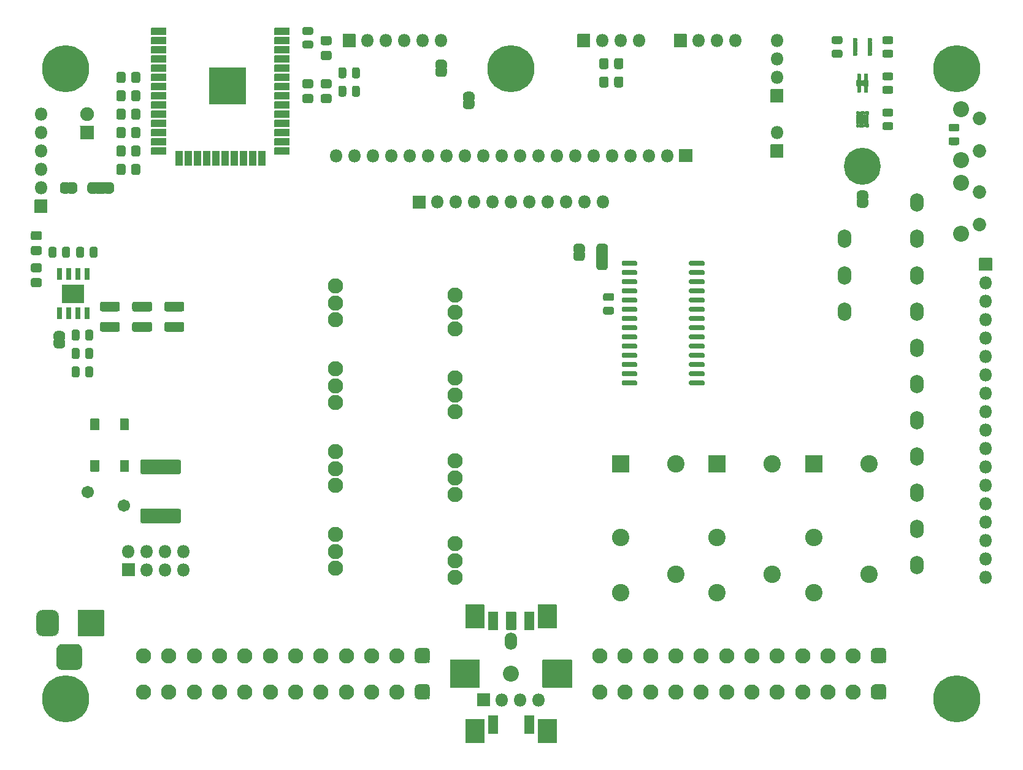
<source format=gbr>
G04 #@! TF.GenerationSoftware,KiCad,Pcbnew,(5.1.9-0-10_14)*
G04 #@! TF.CreationDate,2021-03-25T01:17:32-05:00*
G04 #@! TF.ProjectId,ClimateSprinklerController,436c696d-6174-4655-9370-72696e6b6c65,rev?*
G04 #@! TF.SameCoordinates,Original*
G04 #@! TF.FileFunction,Soldermask,Bot*
G04 #@! TF.FilePolarity,Negative*
%FSLAX46Y46*%
G04 Gerber Fmt 4.6, Leading zero omitted, Abs format (unit mm)*
G04 Created by KiCad (PCBNEW (5.1.9-0-10_14)) date 2021-03-25 01:17:32*
%MOMM*%
%LPD*%
G01*
G04 APERTURE LIST*
%ADD10C,1.702000*%
%ADD11C,0.100000*%
%ADD12C,2.102000*%
%ADD13O,1.802000X1.802000*%
%ADD14C,2.202000*%
%ADD15O,1.702000X2.402000*%
%ADD16C,5.102000*%
%ADD17C,1.852000*%
%ADD18C,0.902000*%
%ADD19C,6.502000*%
%ADD20R,3.100000X2.600000*%
%ADD21C,1.902000*%
%ADD22C,2.402000*%
%ADD23O,1.902000X2.502000*%
G04 APERTURE END LIST*
D10*
X96520000Y-111760000D03*
X91520000Y-109960000D03*
D11*
G36*
X161759980Y-78210050D02*
G01*
X161762882Y-78200483D01*
X161767595Y-78191666D01*
X161773938Y-78183938D01*
X161781666Y-78177595D01*
X161790483Y-78172882D01*
X161800050Y-78169980D01*
X161810000Y-78169000D01*
X163310000Y-78169000D01*
X163319950Y-78169980D01*
X163329517Y-78172882D01*
X163338334Y-78177595D01*
X163346062Y-78183938D01*
X163352405Y-78191666D01*
X163357118Y-78200483D01*
X163360020Y-78210050D01*
X163361000Y-78220000D01*
X163361000Y-78770000D01*
X163360398Y-78776112D01*
X163360398Y-78794534D01*
X163360152Y-78799533D01*
X163355342Y-78848364D01*
X163354608Y-78853314D01*
X163345036Y-78901439D01*
X163343820Y-78906295D01*
X163329576Y-78953250D01*
X163327890Y-78957961D01*
X163309113Y-79003294D01*
X163306973Y-79007820D01*
X163283842Y-79051093D01*
X163281269Y-79055384D01*
X163254009Y-79096183D01*
X163251027Y-79100204D01*
X163219899Y-79138133D01*
X163216538Y-79141841D01*
X163181841Y-79176538D01*
X163178133Y-79179899D01*
X163140204Y-79211027D01*
X163136183Y-79214009D01*
X163095384Y-79241269D01*
X163091093Y-79243842D01*
X163047820Y-79266973D01*
X163043294Y-79269113D01*
X162997961Y-79287890D01*
X162993250Y-79289576D01*
X162946295Y-79303820D01*
X162941439Y-79305036D01*
X162893314Y-79314608D01*
X162888364Y-79315342D01*
X162839533Y-79320152D01*
X162834534Y-79320398D01*
X162816112Y-79320398D01*
X162810000Y-79321000D01*
X162310000Y-79321000D01*
X162303888Y-79320398D01*
X162285466Y-79320398D01*
X162280467Y-79320152D01*
X162231636Y-79315342D01*
X162226686Y-79314608D01*
X162178561Y-79305036D01*
X162173705Y-79303820D01*
X162126750Y-79289576D01*
X162122039Y-79287890D01*
X162076706Y-79269113D01*
X162072180Y-79266973D01*
X162028907Y-79243842D01*
X162024616Y-79241269D01*
X161983817Y-79214009D01*
X161979796Y-79211027D01*
X161941867Y-79179899D01*
X161938159Y-79176538D01*
X161903462Y-79141841D01*
X161900101Y-79138133D01*
X161868973Y-79100204D01*
X161865991Y-79096183D01*
X161838731Y-79055384D01*
X161836158Y-79051093D01*
X161813027Y-79007820D01*
X161810887Y-79003294D01*
X161792110Y-78957961D01*
X161790424Y-78953250D01*
X161776180Y-78906295D01*
X161774964Y-78901439D01*
X161765392Y-78853314D01*
X161764658Y-78848364D01*
X161759848Y-78799533D01*
X161759602Y-78794534D01*
X161759602Y-78776112D01*
X161759000Y-78770000D01*
X161759000Y-78220000D01*
X161759980Y-78210050D01*
G37*
G36*
X161759602Y-76163888D02*
G01*
X161759602Y-76145466D01*
X161759848Y-76140467D01*
X161764658Y-76091636D01*
X161765392Y-76086686D01*
X161774964Y-76038561D01*
X161776180Y-76033705D01*
X161790424Y-75986750D01*
X161792110Y-75982039D01*
X161810887Y-75936706D01*
X161813027Y-75932180D01*
X161836158Y-75888907D01*
X161838731Y-75884616D01*
X161865991Y-75843817D01*
X161868973Y-75839796D01*
X161900101Y-75801867D01*
X161903462Y-75798159D01*
X161938159Y-75763462D01*
X161941867Y-75760101D01*
X161979796Y-75728973D01*
X161983817Y-75725991D01*
X162024616Y-75698731D01*
X162028907Y-75696158D01*
X162072180Y-75673027D01*
X162076706Y-75670887D01*
X162122039Y-75652110D01*
X162126750Y-75650424D01*
X162173705Y-75636180D01*
X162178561Y-75634964D01*
X162226686Y-75625392D01*
X162231636Y-75624658D01*
X162280467Y-75619848D01*
X162285466Y-75619602D01*
X162303888Y-75619602D01*
X162310000Y-75619000D01*
X162810000Y-75619000D01*
X162816112Y-75619602D01*
X162834534Y-75619602D01*
X162839533Y-75619848D01*
X162888364Y-75624658D01*
X162893314Y-75625392D01*
X162941439Y-75634964D01*
X162946295Y-75636180D01*
X162993250Y-75650424D01*
X162997961Y-75652110D01*
X163043294Y-75670887D01*
X163047820Y-75673027D01*
X163091093Y-75696158D01*
X163095384Y-75698731D01*
X163136183Y-75725991D01*
X163140204Y-75728973D01*
X163178133Y-75760101D01*
X163181841Y-75763462D01*
X163216538Y-75798159D01*
X163219899Y-75801867D01*
X163251027Y-75839796D01*
X163254009Y-75843817D01*
X163281269Y-75884616D01*
X163283842Y-75888907D01*
X163306973Y-75932180D01*
X163309113Y-75936706D01*
X163327890Y-75982039D01*
X163329576Y-75986750D01*
X163343820Y-76033705D01*
X163345036Y-76038561D01*
X163354608Y-76086686D01*
X163355342Y-76091636D01*
X163360152Y-76140467D01*
X163360398Y-76145466D01*
X163360398Y-76163888D01*
X163361000Y-76170000D01*
X163361000Y-76720000D01*
X163360020Y-76729950D01*
X163357118Y-76739517D01*
X163352405Y-76748334D01*
X163346062Y-76756062D01*
X163338334Y-76762405D01*
X163329517Y-76767118D01*
X163319950Y-76770020D01*
X163310000Y-76771000D01*
X161810000Y-76771000D01*
X161800050Y-76770020D01*
X161790483Y-76767118D01*
X161781666Y-76762405D01*
X161773938Y-76756062D01*
X161767595Y-76748334D01*
X161762882Y-76739517D01*
X161759980Y-76729950D01*
X161759000Y-76720000D01*
X161759000Y-76170000D01*
X161759602Y-76163888D01*
G37*
G36*
G01*
X163310000Y-78021000D02*
X161810000Y-78021000D01*
G75*
G02*
X161759000Y-77970000I0J51000D01*
G01*
X161759000Y-76970000D01*
G75*
G02*
X161810000Y-76919000I51000J0D01*
G01*
X163310000Y-76919000D01*
G75*
G02*
X163361000Y-76970000I0J-51000D01*
G01*
X163361000Y-77970000D01*
G75*
G02*
X163310000Y-78021000I-51000J0D01*
G01*
G37*
G36*
G01*
X104610600Y-85001000D02*
X102399400Y-85001000D01*
G75*
G02*
X102129000Y-84730600I0J270400D01*
G01*
X102129000Y-83919400D01*
G75*
G02*
X102399400Y-83649000I270400J0D01*
G01*
X104610600Y-83649000D01*
G75*
G02*
X104881000Y-83919400I0J-270400D01*
G01*
X104881000Y-84730600D01*
G75*
G02*
X104610600Y-85001000I-270400J0D01*
G01*
G37*
G36*
G01*
X104610600Y-87801000D02*
X102399400Y-87801000D01*
G75*
G02*
X102129000Y-87530600I0J270400D01*
G01*
X102129000Y-86719400D01*
G75*
G02*
X102399400Y-86449000I270400J0D01*
G01*
X104610600Y-86449000D01*
G75*
G02*
X104881000Y-86719400I0J-270400D01*
G01*
X104881000Y-87530600D01*
G75*
G02*
X104610600Y-87801000I-270400J0D01*
G01*
G37*
G36*
G01*
X100165600Y-85001000D02*
X97954400Y-85001000D01*
G75*
G02*
X97684000Y-84730600I0J270400D01*
G01*
X97684000Y-83919400D01*
G75*
G02*
X97954400Y-83649000I270400J0D01*
G01*
X100165600Y-83649000D01*
G75*
G02*
X100436000Y-83919400I0J-270400D01*
G01*
X100436000Y-84730600D01*
G75*
G02*
X100165600Y-85001000I-270400J0D01*
G01*
G37*
G36*
G01*
X100165600Y-87801000D02*
X97954400Y-87801000D01*
G75*
G02*
X97684000Y-87530600I0J270400D01*
G01*
X97684000Y-86719400D01*
G75*
G02*
X97954400Y-86449000I270400J0D01*
G01*
X100165600Y-86449000D01*
G75*
G02*
X100436000Y-86719400I0J-270400D01*
G01*
X100436000Y-87530600D01*
G75*
G02*
X100165600Y-87801000I-270400J0D01*
G01*
G37*
G36*
G01*
X95720600Y-85001000D02*
X93509400Y-85001000D01*
G75*
G02*
X93239000Y-84730600I0J270400D01*
G01*
X93239000Y-83919400D01*
G75*
G02*
X93509400Y-83649000I270400J0D01*
G01*
X95720600Y-83649000D01*
G75*
G02*
X95991000Y-83919400I0J-270400D01*
G01*
X95991000Y-84730600D01*
G75*
G02*
X95720600Y-85001000I-270400J0D01*
G01*
G37*
G36*
G01*
X95720600Y-87801000D02*
X93509400Y-87801000D01*
G75*
G02*
X93239000Y-87530600I0J270400D01*
G01*
X93239000Y-86719400D01*
G75*
G02*
X93509400Y-86449000I270400J0D01*
G01*
X95720600Y-86449000D01*
G75*
G02*
X95991000Y-86719400I0J-270400D01*
G01*
X95991000Y-87530600D01*
G75*
G02*
X95720600Y-87801000I-270400J0D01*
G01*
G37*
G36*
G01*
X128034000Y-55091750D02*
X128034000Y-54128250D01*
G75*
G02*
X128303250Y-53859000I269250J0D01*
G01*
X128841750Y-53859000D01*
G75*
G02*
X129111000Y-54128250I0J-269250D01*
G01*
X129111000Y-55091750D01*
G75*
G02*
X128841750Y-55361000I-269250J0D01*
G01*
X128303250Y-55361000D01*
G75*
G02*
X128034000Y-55091750I0J269250D01*
G01*
G37*
G36*
G01*
X126159000Y-55091750D02*
X126159000Y-54128250D01*
G75*
G02*
X126428250Y-53859000I269250J0D01*
G01*
X126966750Y-53859000D01*
G75*
G02*
X127236000Y-54128250I0J-269250D01*
G01*
X127236000Y-55091750D01*
G75*
G02*
X126966750Y-55361000I-269250J0D01*
G01*
X126428250Y-55361000D01*
G75*
G02*
X126159000Y-55091750I0J269250D01*
G01*
G37*
G36*
G01*
X128034000Y-52551750D02*
X128034000Y-51588250D01*
G75*
G02*
X128303250Y-51319000I269250J0D01*
G01*
X128841750Y-51319000D01*
G75*
G02*
X129111000Y-51588250I0J-269250D01*
G01*
X129111000Y-52551750D01*
G75*
G02*
X128841750Y-52821000I-269250J0D01*
G01*
X128303250Y-52821000D01*
G75*
G02*
X128034000Y-52551750I0J269250D01*
G01*
G37*
G36*
G01*
X126159000Y-52551750D02*
X126159000Y-51588250D01*
G75*
G02*
X126428250Y-51319000I269250J0D01*
G01*
X126966750Y-51319000D01*
G75*
G02*
X127236000Y-51588250I0J-269250D01*
G01*
X127236000Y-52551750D01*
G75*
G02*
X126966750Y-52821000I-269250J0D01*
G01*
X126428250Y-52821000D01*
G75*
G02*
X126159000Y-52551750I0J269250D01*
G01*
G37*
D12*
X125730000Y-115760000D03*
X125730000Y-118110000D03*
X125730000Y-120460000D03*
X125730000Y-104330000D03*
X125730000Y-106680000D03*
X125730000Y-109030000D03*
X125730000Y-92900000D03*
X125730000Y-95250000D03*
X125730000Y-97600000D03*
X125730000Y-81470000D03*
X125730000Y-83820000D03*
X125730000Y-86170000D03*
X142240000Y-87440000D03*
X142240000Y-85090000D03*
X142240000Y-82740000D03*
X142240000Y-98870000D03*
X142240000Y-96520000D03*
X142240000Y-94170000D03*
X142240000Y-110300000D03*
X142240000Y-107950000D03*
X142240000Y-105600000D03*
X142240000Y-121730000D03*
X142240000Y-119380000D03*
X142240000Y-117030000D03*
G36*
G01*
X123981172Y-55009000D02*
X124938828Y-55009000D01*
G75*
G02*
X125211000Y-55281172I0J-272172D01*
G01*
X125211000Y-55988828D01*
G75*
G02*
X124938828Y-56261000I-272172J0D01*
G01*
X123981172Y-56261000D01*
G75*
G02*
X123709000Y-55988828I0J272172D01*
G01*
X123709000Y-55281172D01*
G75*
G02*
X123981172Y-55009000I272172J0D01*
G01*
G37*
G36*
G01*
X123981172Y-52959000D02*
X124938828Y-52959000D01*
G75*
G02*
X125211000Y-53231172I0J-272172D01*
G01*
X125211000Y-53938828D01*
G75*
G02*
X124938828Y-54211000I-272172J0D01*
G01*
X123981172Y-54211000D01*
G75*
G02*
X123709000Y-53938828I0J272172D01*
G01*
X123709000Y-53231172D01*
G75*
G02*
X123981172Y-52959000I272172J0D01*
G01*
G37*
D13*
X153790000Y-138600000D03*
X151250000Y-138600000D03*
X148710000Y-138600000D03*
G36*
G01*
X147020000Y-139501000D02*
X145320000Y-139501000D01*
G75*
G02*
X145269000Y-139450000I0J51000D01*
G01*
X145269000Y-137750000D01*
G75*
G02*
X145320000Y-137699000I51000J0D01*
G01*
X147020000Y-137699000D01*
G75*
G02*
X147071000Y-137750000I0J-51000D01*
G01*
X147071000Y-139450000D01*
G75*
G02*
X147020000Y-139501000I-51000J0D01*
G01*
G37*
G36*
G01*
X211619250Y-60180000D02*
X210655750Y-60180000D01*
G75*
G02*
X210386500Y-59910750I0J269250D01*
G01*
X210386500Y-59372250D01*
G75*
G02*
X210655750Y-59103000I269250J0D01*
G01*
X211619250Y-59103000D01*
G75*
G02*
X211888500Y-59372250I0J-269250D01*
G01*
X211888500Y-59910750D01*
G75*
G02*
X211619250Y-60180000I-269250J0D01*
G01*
G37*
G36*
G01*
X211619250Y-62055000D02*
X210655750Y-62055000D01*
G75*
G02*
X210386500Y-61785750I0J269250D01*
G01*
X210386500Y-61247250D01*
G75*
G02*
X210655750Y-60978000I269250J0D01*
G01*
X211619250Y-60978000D01*
G75*
G02*
X211888500Y-61247250I0J-269250D01*
G01*
X211888500Y-61785750D01*
G75*
G02*
X211619250Y-62055000I-269250J0D01*
G01*
G37*
D11*
G36*
X199300398Y-70156112D02*
G01*
X199300398Y-70174534D01*
X199300152Y-70179533D01*
X199295342Y-70228364D01*
X199294608Y-70233314D01*
X199285036Y-70281439D01*
X199283820Y-70286295D01*
X199269576Y-70333250D01*
X199267890Y-70337961D01*
X199249113Y-70383294D01*
X199246973Y-70387820D01*
X199223842Y-70431093D01*
X199221269Y-70435384D01*
X199194009Y-70476183D01*
X199191027Y-70480204D01*
X199159899Y-70518133D01*
X199156538Y-70521841D01*
X199121841Y-70556538D01*
X199118133Y-70559899D01*
X199080204Y-70591027D01*
X199076183Y-70594009D01*
X199035384Y-70621269D01*
X199031093Y-70623842D01*
X198987820Y-70646973D01*
X198983294Y-70649113D01*
X198937961Y-70667890D01*
X198933250Y-70669576D01*
X198886295Y-70683820D01*
X198881439Y-70685036D01*
X198833314Y-70694608D01*
X198828364Y-70695342D01*
X198779533Y-70700152D01*
X198774534Y-70700398D01*
X198756112Y-70700398D01*
X198750000Y-70701000D01*
X198250000Y-70701000D01*
X198243888Y-70700398D01*
X198225466Y-70700398D01*
X198220467Y-70700152D01*
X198171636Y-70695342D01*
X198166686Y-70694608D01*
X198118561Y-70685036D01*
X198113705Y-70683820D01*
X198066750Y-70669576D01*
X198062039Y-70667890D01*
X198016706Y-70649113D01*
X198012180Y-70646973D01*
X197968907Y-70623842D01*
X197964616Y-70621269D01*
X197923817Y-70594009D01*
X197919796Y-70591027D01*
X197881867Y-70559899D01*
X197878159Y-70556538D01*
X197843462Y-70521841D01*
X197840101Y-70518133D01*
X197808973Y-70480204D01*
X197805991Y-70476183D01*
X197778731Y-70435384D01*
X197776158Y-70431093D01*
X197753027Y-70387820D01*
X197750887Y-70383294D01*
X197732110Y-70337961D01*
X197730424Y-70333250D01*
X197716180Y-70286295D01*
X197714964Y-70281439D01*
X197705392Y-70233314D01*
X197704658Y-70228364D01*
X197699848Y-70179533D01*
X197699602Y-70174534D01*
X197699602Y-70156112D01*
X197699000Y-70150000D01*
X197699000Y-69650000D01*
X197699980Y-69640050D01*
X197702882Y-69630483D01*
X197707595Y-69621666D01*
X197713938Y-69613938D01*
X197721666Y-69607595D01*
X197730483Y-69602882D01*
X197740050Y-69599980D01*
X197750000Y-69599000D01*
X199250000Y-69599000D01*
X199259950Y-69599980D01*
X199269517Y-69602882D01*
X199278334Y-69607595D01*
X199286062Y-69613938D01*
X199292405Y-69621666D01*
X199297118Y-69630483D01*
X199300020Y-69640050D01*
X199301000Y-69650000D01*
X199301000Y-70150000D01*
X199300398Y-70156112D01*
G37*
G36*
X199300020Y-69359950D02*
G01*
X199297118Y-69369517D01*
X199292405Y-69378334D01*
X199286062Y-69386062D01*
X199278334Y-69392405D01*
X199269517Y-69397118D01*
X199259950Y-69400020D01*
X199250000Y-69401000D01*
X197750000Y-69401000D01*
X197740050Y-69400020D01*
X197730483Y-69397118D01*
X197721666Y-69392405D01*
X197713938Y-69386062D01*
X197707595Y-69378334D01*
X197702882Y-69369517D01*
X197699980Y-69359950D01*
X197699000Y-69350000D01*
X197699000Y-68850000D01*
X197699602Y-68843888D01*
X197699602Y-68825466D01*
X197699848Y-68820467D01*
X197704658Y-68771636D01*
X197705392Y-68766686D01*
X197714964Y-68718561D01*
X197716180Y-68713705D01*
X197730424Y-68666750D01*
X197732110Y-68662039D01*
X197750887Y-68616706D01*
X197753027Y-68612180D01*
X197776158Y-68568907D01*
X197778731Y-68564616D01*
X197805991Y-68523817D01*
X197808973Y-68519796D01*
X197840101Y-68481867D01*
X197843462Y-68478159D01*
X197878159Y-68443462D01*
X197881867Y-68440101D01*
X197919796Y-68408973D01*
X197923817Y-68405991D01*
X197964616Y-68378731D01*
X197968907Y-68376158D01*
X198012180Y-68353027D01*
X198016706Y-68350887D01*
X198062039Y-68332110D01*
X198066750Y-68330424D01*
X198113705Y-68316180D01*
X198118561Y-68314964D01*
X198166686Y-68305392D01*
X198171636Y-68304658D01*
X198220467Y-68299848D01*
X198225466Y-68299602D01*
X198243888Y-68299602D01*
X198250000Y-68299000D01*
X198750000Y-68299000D01*
X198756112Y-68299602D01*
X198774534Y-68299602D01*
X198779533Y-68299848D01*
X198828364Y-68304658D01*
X198833314Y-68305392D01*
X198881439Y-68314964D01*
X198886295Y-68316180D01*
X198933250Y-68330424D01*
X198937961Y-68332110D01*
X198983294Y-68350887D01*
X198987820Y-68353027D01*
X199031093Y-68376158D01*
X199035384Y-68378731D01*
X199076183Y-68405991D01*
X199080204Y-68408973D01*
X199118133Y-68440101D01*
X199121841Y-68443462D01*
X199156538Y-68478159D01*
X199159899Y-68481867D01*
X199191027Y-68519796D01*
X199194009Y-68523817D01*
X199221269Y-68564616D01*
X199223842Y-68568907D01*
X199246973Y-68612180D01*
X199249113Y-68616706D01*
X199267890Y-68662039D01*
X199269576Y-68666750D01*
X199283820Y-68713705D01*
X199285036Y-68718561D01*
X199294608Y-68766686D01*
X199295342Y-68771636D01*
X199300152Y-68820467D01*
X199300398Y-68825466D01*
X199300398Y-68843888D01*
X199301000Y-68850000D01*
X199301000Y-69350000D01*
X199300020Y-69359950D01*
G37*
G36*
G01*
X146799000Y-128900000D02*
X146799000Y-126500000D01*
G75*
G02*
X146850000Y-126449000I51000J0D01*
G01*
X148150000Y-126449000D01*
G75*
G02*
X148201000Y-126500000I0J-51000D01*
G01*
X148201000Y-128900000D01*
G75*
G02*
X148150000Y-128951000I-51000J0D01*
G01*
X146850000Y-128951000D01*
G75*
G02*
X146799000Y-128900000I0J51000D01*
G01*
G37*
G36*
G01*
X149299000Y-128900000D02*
X149299000Y-126500000D01*
G75*
G02*
X149350000Y-126449000I51000J0D01*
G01*
X150650000Y-126449000D01*
G75*
G02*
X150701000Y-126500000I0J-51000D01*
G01*
X150701000Y-128900000D01*
G75*
G02*
X150650000Y-128951000I-51000J0D01*
G01*
X149350000Y-128951000D01*
G75*
G02*
X149299000Y-128900000I0J51000D01*
G01*
G37*
G36*
G01*
X151799000Y-128900000D02*
X151799000Y-126500000D01*
G75*
G02*
X151850000Y-126449000I51000J0D01*
G01*
X153150000Y-126449000D01*
G75*
G02*
X153201000Y-126500000I0J-51000D01*
G01*
X153201000Y-128900000D01*
G75*
G02*
X153150000Y-128951000I-51000J0D01*
G01*
X151850000Y-128951000D01*
G75*
G02*
X151799000Y-128900000I0J51000D01*
G01*
G37*
G36*
G01*
X141574000Y-136875000D02*
X141574000Y-133125000D01*
G75*
G02*
X141625000Y-133074000I51000J0D01*
G01*
X145625000Y-133074000D01*
G75*
G02*
X145676000Y-133125000I0J-51000D01*
G01*
X145676000Y-136875000D01*
G75*
G02*
X145625000Y-136926000I-51000J0D01*
G01*
X141625000Y-136926000D01*
G75*
G02*
X141574000Y-136875000I0J51000D01*
G01*
G37*
G36*
G01*
X151799000Y-143200000D02*
X151799000Y-140800000D01*
G75*
G02*
X151850000Y-140749000I51000J0D01*
G01*
X153150000Y-140749000D01*
G75*
G02*
X153201000Y-140800000I0J-51000D01*
G01*
X153201000Y-143200000D01*
G75*
G02*
X153150000Y-143251000I-51000J0D01*
G01*
X151850000Y-143251000D01*
G75*
G02*
X151799000Y-143200000I0J51000D01*
G01*
G37*
G36*
G01*
X146799000Y-143200000D02*
X146799000Y-140800000D01*
G75*
G02*
X146850000Y-140749000I51000J0D01*
G01*
X148150000Y-140749000D01*
G75*
G02*
X148201000Y-140800000I0J-51000D01*
G01*
X148201000Y-143200000D01*
G75*
G02*
X148150000Y-143251000I-51000J0D01*
G01*
X146850000Y-143251000D01*
G75*
G02*
X146799000Y-143200000I0J51000D01*
G01*
G37*
D14*
X150000000Y-135000000D03*
D15*
X150000000Y-130500000D03*
G36*
G01*
X154324000Y-136875000D02*
X154324000Y-133125000D01*
G75*
G02*
X154375000Y-133074000I51000J0D01*
G01*
X158375000Y-133074000D01*
G75*
G02*
X158426000Y-133125000I0J-51000D01*
G01*
X158426000Y-136875000D01*
G75*
G02*
X158375000Y-136926000I-51000J0D01*
G01*
X154375000Y-136926000D01*
G75*
G02*
X154324000Y-136875000I0J51000D01*
G01*
G37*
G36*
G01*
X143699000Y-144500000D02*
X143699000Y-141300000D01*
G75*
G02*
X143750000Y-141249000I51000J0D01*
G01*
X146250000Y-141249000D01*
G75*
G02*
X146301000Y-141300000I0J-51000D01*
G01*
X146301000Y-144500000D01*
G75*
G02*
X146250000Y-144551000I-51000J0D01*
G01*
X143750000Y-144551000D01*
G75*
G02*
X143699000Y-144500000I0J51000D01*
G01*
G37*
G36*
G01*
X153699000Y-144500000D02*
X153699000Y-141300000D01*
G75*
G02*
X153750000Y-141249000I51000J0D01*
G01*
X156250000Y-141249000D01*
G75*
G02*
X156301000Y-141300000I0J-51000D01*
G01*
X156301000Y-144500000D01*
G75*
G02*
X156250000Y-144551000I-51000J0D01*
G01*
X153750000Y-144551000D01*
G75*
G02*
X153699000Y-144500000I0J51000D01*
G01*
G37*
G36*
G01*
X143699000Y-128700000D02*
X143699000Y-125500000D01*
G75*
G02*
X143750000Y-125449000I51000J0D01*
G01*
X146250000Y-125449000D01*
G75*
G02*
X146301000Y-125500000I0J-51000D01*
G01*
X146301000Y-128700000D01*
G75*
G02*
X146250000Y-128751000I-51000J0D01*
G01*
X143750000Y-128751000D01*
G75*
G02*
X143699000Y-128700000I0J51000D01*
G01*
G37*
G36*
G01*
X153699000Y-128700000D02*
X153699000Y-125500000D01*
G75*
G02*
X153750000Y-125449000I51000J0D01*
G01*
X156250000Y-125449000D01*
G75*
G02*
X156301000Y-125500000I0J-51000D01*
G01*
X156301000Y-128700000D01*
G75*
G02*
X156250000Y-128751000I-51000J0D01*
G01*
X153750000Y-128751000D01*
G75*
G02*
X153699000Y-128700000I0J51000D01*
G01*
G37*
G36*
G01*
X121438250Y-47643000D02*
X122401750Y-47643000D01*
G75*
G02*
X122671000Y-47912250I0J-269250D01*
G01*
X122671000Y-48450750D01*
G75*
G02*
X122401750Y-48720000I-269250J0D01*
G01*
X121438250Y-48720000D01*
G75*
G02*
X121169000Y-48450750I0J269250D01*
G01*
X121169000Y-47912250D01*
G75*
G02*
X121438250Y-47643000I269250J0D01*
G01*
G37*
G36*
G01*
X121438250Y-45768000D02*
X122401750Y-45768000D01*
G75*
G02*
X122671000Y-46037250I0J-269250D01*
G01*
X122671000Y-46575750D01*
G75*
G02*
X122401750Y-46845000I-269250J0D01*
G01*
X121438250Y-46845000D01*
G75*
G02*
X121169000Y-46575750I0J269250D01*
G01*
X121169000Y-46037250D01*
G75*
G02*
X121438250Y-45768000I269250J0D01*
G01*
G37*
D11*
G36*
X160185398Y-77491112D02*
G01*
X160185398Y-77509534D01*
X160185152Y-77514533D01*
X160180342Y-77563364D01*
X160179608Y-77568314D01*
X160170036Y-77616439D01*
X160168820Y-77621295D01*
X160154576Y-77668250D01*
X160152890Y-77672961D01*
X160134113Y-77718294D01*
X160131973Y-77722820D01*
X160108842Y-77766093D01*
X160106269Y-77770384D01*
X160079009Y-77811183D01*
X160076027Y-77815204D01*
X160044899Y-77853133D01*
X160041538Y-77856841D01*
X160006841Y-77891538D01*
X160003133Y-77894899D01*
X159965204Y-77926027D01*
X159961183Y-77929009D01*
X159920384Y-77956269D01*
X159916093Y-77958842D01*
X159872820Y-77981973D01*
X159868294Y-77984113D01*
X159822961Y-78002890D01*
X159818250Y-78004576D01*
X159771295Y-78018820D01*
X159766439Y-78020036D01*
X159718314Y-78029608D01*
X159713364Y-78030342D01*
X159664533Y-78035152D01*
X159659534Y-78035398D01*
X159641112Y-78035398D01*
X159635000Y-78036000D01*
X159135000Y-78036000D01*
X159128888Y-78035398D01*
X159110466Y-78035398D01*
X159105467Y-78035152D01*
X159056636Y-78030342D01*
X159051686Y-78029608D01*
X159003561Y-78020036D01*
X158998705Y-78018820D01*
X158951750Y-78004576D01*
X158947039Y-78002890D01*
X158901706Y-77984113D01*
X158897180Y-77981973D01*
X158853907Y-77958842D01*
X158849616Y-77956269D01*
X158808817Y-77929009D01*
X158804796Y-77926027D01*
X158766867Y-77894899D01*
X158763159Y-77891538D01*
X158728462Y-77856841D01*
X158725101Y-77853133D01*
X158693973Y-77815204D01*
X158690991Y-77811183D01*
X158663731Y-77770384D01*
X158661158Y-77766093D01*
X158638027Y-77722820D01*
X158635887Y-77718294D01*
X158617110Y-77672961D01*
X158615424Y-77668250D01*
X158601180Y-77621295D01*
X158599964Y-77616439D01*
X158590392Y-77568314D01*
X158589658Y-77563364D01*
X158584848Y-77514533D01*
X158584602Y-77509534D01*
X158584602Y-77491112D01*
X158584000Y-77485000D01*
X158584000Y-76985000D01*
X158584980Y-76975050D01*
X158587882Y-76965483D01*
X158592595Y-76956666D01*
X158598938Y-76948938D01*
X158606666Y-76942595D01*
X158615483Y-76937882D01*
X158625050Y-76934980D01*
X158635000Y-76934000D01*
X160135000Y-76934000D01*
X160144950Y-76934980D01*
X160154517Y-76937882D01*
X160163334Y-76942595D01*
X160171062Y-76948938D01*
X160177405Y-76956666D01*
X160182118Y-76965483D01*
X160185020Y-76975050D01*
X160186000Y-76985000D01*
X160186000Y-77485000D01*
X160185398Y-77491112D01*
G37*
G36*
X160185020Y-76694950D02*
G01*
X160182118Y-76704517D01*
X160177405Y-76713334D01*
X160171062Y-76721062D01*
X160163334Y-76727405D01*
X160154517Y-76732118D01*
X160144950Y-76735020D01*
X160135000Y-76736000D01*
X158635000Y-76736000D01*
X158625050Y-76735020D01*
X158615483Y-76732118D01*
X158606666Y-76727405D01*
X158598938Y-76721062D01*
X158592595Y-76713334D01*
X158587882Y-76704517D01*
X158584980Y-76694950D01*
X158584000Y-76685000D01*
X158584000Y-76185000D01*
X158584602Y-76178888D01*
X158584602Y-76160466D01*
X158584848Y-76155467D01*
X158589658Y-76106636D01*
X158590392Y-76101686D01*
X158599964Y-76053561D01*
X158601180Y-76048705D01*
X158615424Y-76001750D01*
X158617110Y-75997039D01*
X158635887Y-75951706D01*
X158638027Y-75947180D01*
X158661158Y-75903907D01*
X158663731Y-75899616D01*
X158690991Y-75858817D01*
X158693973Y-75854796D01*
X158725101Y-75816867D01*
X158728462Y-75813159D01*
X158763159Y-75778462D01*
X158766867Y-75775101D01*
X158804796Y-75743973D01*
X158808817Y-75740991D01*
X158849616Y-75713731D01*
X158853907Y-75711158D01*
X158897180Y-75688027D01*
X158901706Y-75685887D01*
X158947039Y-75667110D01*
X158951750Y-75665424D01*
X158998705Y-75651180D01*
X159003561Y-75649964D01*
X159051686Y-75640392D01*
X159056636Y-75639658D01*
X159105467Y-75634848D01*
X159110466Y-75634602D01*
X159128888Y-75634602D01*
X159135000Y-75634000D01*
X159635000Y-75634000D01*
X159641112Y-75634602D01*
X159659534Y-75634602D01*
X159664533Y-75634848D01*
X159713364Y-75639658D01*
X159718314Y-75640392D01*
X159766439Y-75649964D01*
X159771295Y-75651180D01*
X159818250Y-75665424D01*
X159822961Y-75667110D01*
X159868294Y-75685887D01*
X159872820Y-75688027D01*
X159916093Y-75711158D01*
X159920384Y-75713731D01*
X159961183Y-75740991D01*
X159965204Y-75743973D01*
X160003133Y-75775101D01*
X160006841Y-75778462D01*
X160041538Y-75813159D01*
X160044899Y-75816867D01*
X160076027Y-75854796D01*
X160079009Y-75858817D01*
X160106269Y-75899616D01*
X160108842Y-75903907D01*
X160131973Y-75947180D01*
X160134113Y-75951706D01*
X160152890Y-75997039D01*
X160154576Y-76001750D01*
X160168820Y-76048705D01*
X160170036Y-76053561D01*
X160179608Y-76101686D01*
X160180342Y-76106636D01*
X160185152Y-76155467D01*
X160185398Y-76160466D01*
X160185398Y-76178888D01*
X160186000Y-76185000D01*
X160186000Y-76685000D01*
X160185020Y-76694950D01*
G37*
G36*
X144945398Y-56536112D02*
G01*
X144945398Y-56554534D01*
X144945152Y-56559533D01*
X144940342Y-56608364D01*
X144939608Y-56613314D01*
X144930036Y-56661439D01*
X144928820Y-56666295D01*
X144914576Y-56713250D01*
X144912890Y-56717961D01*
X144894113Y-56763294D01*
X144891973Y-56767820D01*
X144868842Y-56811093D01*
X144866269Y-56815384D01*
X144839009Y-56856183D01*
X144836027Y-56860204D01*
X144804899Y-56898133D01*
X144801538Y-56901841D01*
X144766841Y-56936538D01*
X144763133Y-56939899D01*
X144725204Y-56971027D01*
X144721183Y-56974009D01*
X144680384Y-57001269D01*
X144676093Y-57003842D01*
X144632820Y-57026973D01*
X144628294Y-57029113D01*
X144582961Y-57047890D01*
X144578250Y-57049576D01*
X144531295Y-57063820D01*
X144526439Y-57065036D01*
X144478314Y-57074608D01*
X144473364Y-57075342D01*
X144424533Y-57080152D01*
X144419534Y-57080398D01*
X144401112Y-57080398D01*
X144395000Y-57081000D01*
X143895000Y-57081000D01*
X143888888Y-57080398D01*
X143870466Y-57080398D01*
X143865467Y-57080152D01*
X143816636Y-57075342D01*
X143811686Y-57074608D01*
X143763561Y-57065036D01*
X143758705Y-57063820D01*
X143711750Y-57049576D01*
X143707039Y-57047890D01*
X143661706Y-57029113D01*
X143657180Y-57026973D01*
X143613907Y-57003842D01*
X143609616Y-57001269D01*
X143568817Y-56974009D01*
X143564796Y-56971027D01*
X143526867Y-56939899D01*
X143523159Y-56936538D01*
X143488462Y-56901841D01*
X143485101Y-56898133D01*
X143453973Y-56860204D01*
X143450991Y-56856183D01*
X143423731Y-56815384D01*
X143421158Y-56811093D01*
X143398027Y-56767820D01*
X143395887Y-56763294D01*
X143377110Y-56717961D01*
X143375424Y-56713250D01*
X143361180Y-56666295D01*
X143359964Y-56661439D01*
X143350392Y-56613314D01*
X143349658Y-56608364D01*
X143344848Y-56559533D01*
X143344602Y-56554534D01*
X143344602Y-56536112D01*
X143344000Y-56530000D01*
X143344000Y-56030000D01*
X143344980Y-56020050D01*
X143347882Y-56010483D01*
X143352595Y-56001666D01*
X143358938Y-55993938D01*
X143366666Y-55987595D01*
X143375483Y-55982882D01*
X143385050Y-55979980D01*
X143395000Y-55979000D01*
X144895000Y-55979000D01*
X144904950Y-55979980D01*
X144914517Y-55982882D01*
X144923334Y-55987595D01*
X144931062Y-55993938D01*
X144937405Y-56001666D01*
X144942118Y-56010483D01*
X144945020Y-56020050D01*
X144946000Y-56030000D01*
X144946000Y-56530000D01*
X144945398Y-56536112D01*
G37*
G36*
X144945020Y-55739950D02*
G01*
X144942118Y-55749517D01*
X144937405Y-55758334D01*
X144931062Y-55766062D01*
X144923334Y-55772405D01*
X144914517Y-55777118D01*
X144904950Y-55780020D01*
X144895000Y-55781000D01*
X143395000Y-55781000D01*
X143385050Y-55780020D01*
X143375483Y-55777118D01*
X143366666Y-55772405D01*
X143358938Y-55766062D01*
X143352595Y-55758334D01*
X143347882Y-55749517D01*
X143344980Y-55739950D01*
X143344000Y-55730000D01*
X143344000Y-55230000D01*
X143344602Y-55223888D01*
X143344602Y-55205466D01*
X143344848Y-55200467D01*
X143349658Y-55151636D01*
X143350392Y-55146686D01*
X143359964Y-55098561D01*
X143361180Y-55093705D01*
X143375424Y-55046750D01*
X143377110Y-55042039D01*
X143395887Y-54996706D01*
X143398027Y-54992180D01*
X143421158Y-54948907D01*
X143423731Y-54944616D01*
X143450991Y-54903817D01*
X143453973Y-54899796D01*
X143485101Y-54861867D01*
X143488462Y-54858159D01*
X143523159Y-54823462D01*
X143526867Y-54820101D01*
X143564796Y-54788973D01*
X143568817Y-54785991D01*
X143609616Y-54758731D01*
X143613907Y-54756158D01*
X143657180Y-54733027D01*
X143661706Y-54730887D01*
X143707039Y-54712110D01*
X143711750Y-54710424D01*
X143758705Y-54696180D01*
X143763561Y-54694964D01*
X143811686Y-54685392D01*
X143816636Y-54684658D01*
X143865467Y-54679848D01*
X143870466Y-54679602D01*
X143888888Y-54679602D01*
X143895000Y-54679000D01*
X144395000Y-54679000D01*
X144401112Y-54679602D01*
X144419534Y-54679602D01*
X144424533Y-54679848D01*
X144473364Y-54684658D01*
X144478314Y-54685392D01*
X144526439Y-54694964D01*
X144531295Y-54696180D01*
X144578250Y-54710424D01*
X144582961Y-54712110D01*
X144628294Y-54730887D01*
X144632820Y-54733027D01*
X144676093Y-54756158D01*
X144680384Y-54758731D01*
X144721183Y-54785991D01*
X144725204Y-54788973D01*
X144763133Y-54820101D01*
X144766841Y-54823462D01*
X144801538Y-54858159D01*
X144804899Y-54861867D01*
X144836027Y-54899796D01*
X144839009Y-54903817D01*
X144866269Y-54944616D01*
X144868842Y-54948907D01*
X144891973Y-54992180D01*
X144894113Y-54996706D01*
X144912890Y-55042039D01*
X144914576Y-55046750D01*
X144928820Y-55093705D01*
X144930036Y-55098561D01*
X144939608Y-55146686D01*
X144940342Y-55151636D01*
X144945152Y-55200467D01*
X144945398Y-55205466D01*
X144945398Y-55223888D01*
X144946000Y-55230000D01*
X144946000Y-55730000D01*
X144945020Y-55739950D01*
G37*
D13*
X162700000Y-69900000D03*
X160160000Y-69900000D03*
X157620000Y-69900000D03*
X155080000Y-69900000D03*
X152540000Y-69900000D03*
X150000000Y-69900000D03*
X147460000Y-69900000D03*
X144920000Y-69900000D03*
X142380000Y-69900000D03*
X139840000Y-69900000D03*
G36*
G01*
X136450000Y-68999000D02*
X138150000Y-68999000D01*
G75*
G02*
X138201000Y-69050000I0J-51000D01*
G01*
X138201000Y-70750000D01*
G75*
G02*
X138150000Y-70801000I-51000J0D01*
G01*
X136450000Y-70801000D01*
G75*
G02*
X136399000Y-70750000I0J51000D01*
G01*
X136399000Y-69050000D01*
G75*
G02*
X136450000Y-68999000I51000J0D01*
G01*
G37*
G36*
G01*
X174559000Y-95044500D02*
X174559000Y-94693500D01*
G75*
G02*
X174734500Y-94518000I175500J0D01*
G01*
X176535500Y-94518000D01*
G75*
G02*
X176711000Y-94693500I0J-175500D01*
G01*
X176711000Y-95044500D01*
G75*
G02*
X176535500Y-95220000I-175500J0D01*
G01*
X174734500Y-95220000D01*
G75*
G02*
X174559000Y-95044500I0J175500D01*
G01*
G37*
G36*
G01*
X174559000Y-93774500D02*
X174559000Y-93423500D01*
G75*
G02*
X174734500Y-93248000I175500J0D01*
G01*
X176535500Y-93248000D01*
G75*
G02*
X176711000Y-93423500I0J-175500D01*
G01*
X176711000Y-93774500D01*
G75*
G02*
X176535500Y-93950000I-175500J0D01*
G01*
X174734500Y-93950000D01*
G75*
G02*
X174559000Y-93774500I0J175500D01*
G01*
G37*
G36*
G01*
X174559000Y-92504500D02*
X174559000Y-92153500D01*
G75*
G02*
X174734500Y-91978000I175500J0D01*
G01*
X176535500Y-91978000D01*
G75*
G02*
X176711000Y-92153500I0J-175500D01*
G01*
X176711000Y-92504500D01*
G75*
G02*
X176535500Y-92680000I-175500J0D01*
G01*
X174734500Y-92680000D01*
G75*
G02*
X174559000Y-92504500I0J175500D01*
G01*
G37*
G36*
G01*
X174559000Y-91234500D02*
X174559000Y-90883500D01*
G75*
G02*
X174734500Y-90708000I175500J0D01*
G01*
X176535500Y-90708000D01*
G75*
G02*
X176711000Y-90883500I0J-175500D01*
G01*
X176711000Y-91234500D01*
G75*
G02*
X176535500Y-91410000I-175500J0D01*
G01*
X174734500Y-91410000D01*
G75*
G02*
X174559000Y-91234500I0J175500D01*
G01*
G37*
G36*
G01*
X174559000Y-89964500D02*
X174559000Y-89613500D01*
G75*
G02*
X174734500Y-89438000I175500J0D01*
G01*
X176535500Y-89438000D01*
G75*
G02*
X176711000Y-89613500I0J-175500D01*
G01*
X176711000Y-89964500D01*
G75*
G02*
X176535500Y-90140000I-175500J0D01*
G01*
X174734500Y-90140000D01*
G75*
G02*
X174559000Y-89964500I0J175500D01*
G01*
G37*
G36*
G01*
X174559000Y-88694500D02*
X174559000Y-88343500D01*
G75*
G02*
X174734500Y-88168000I175500J0D01*
G01*
X176535500Y-88168000D01*
G75*
G02*
X176711000Y-88343500I0J-175500D01*
G01*
X176711000Y-88694500D01*
G75*
G02*
X176535500Y-88870000I-175500J0D01*
G01*
X174734500Y-88870000D01*
G75*
G02*
X174559000Y-88694500I0J175500D01*
G01*
G37*
G36*
G01*
X174559000Y-87424500D02*
X174559000Y-87073500D01*
G75*
G02*
X174734500Y-86898000I175500J0D01*
G01*
X176535500Y-86898000D01*
G75*
G02*
X176711000Y-87073500I0J-175500D01*
G01*
X176711000Y-87424500D01*
G75*
G02*
X176535500Y-87600000I-175500J0D01*
G01*
X174734500Y-87600000D01*
G75*
G02*
X174559000Y-87424500I0J175500D01*
G01*
G37*
G36*
G01*
X174559000Y-86154500D02*
X174559000Y-85803500D01*
G75*
G02*
X174734500Y-85628000I175500J0D01*
G01*
X176535500Y-85628000D01*
G75*
G02*
X176711000Y-85803500I0J-175500D01*
G01*
X176711000Y-86154500D01*
G75*
G02*
X176535500Y-86330000I-175500J0D01*
G01*
X174734500Y-86330000D01*
G75*
G02*
X174559000Y-86154500I0J175500D01*
G01*
G37*
G36*
G01*
X174559000Y-84884500D02*
X174559000Y-84533500D01*
G75*
G02*
X174734500Y-84358000I175500J0D01*
G01*
X176535500Y-84358000D01*
G75*
G02*
X176711000Y-84533500I0J-175500D01*
G01*
X176711000Y-84884500D01*
G75*
G02*
X176535500Y-85060000I-175500J0D01*
G01*
X174734500Y-85060000D01*
G75*
G02*
X174559000Y-84884500I0J175500D01*
G01*
G37*
G36*
G01*
X174559000Y-83614500D02*
X174559000Y-83263500D01*
G75*
G02*
X174734500Y-83088000I175500J0D01*
G01*
X176535500Y-83088000D01*
G75*
G02*
X176711000Y-83263500I0J-175500D01*
G01*
X176711000Y-83614500D01*
G75*
G02*
X176535500Y-83790000I-175500J0D01*
G01*
X174734500Y-83790000D01*
G75*
G02*
X174559000Y-83614500I0J175500D01*
G01*
G37*
G36*
G01*
X174559000Y-82344500D02*
X174559000Y-81993500D01*
G75*
G02*
X174734500Y-81818000I175500J0D01*
G01*
X176535500Y-81818000D01*
G75*
G02*
X176711000Y-81993500I0J-175500D01*
G01*
X176711000Y-82344500D01*
G75*
G02*
X176535500Y-82520000I-175500J0D01*
G01*
X174734500Y-82520000D01*
G75*
G02*
X174559000Y-82344500I0J175500D01*
G01*
G37*
G36*
G01*
X174559000Y-81074500D02*
X174559000Y-80723500D01*
G75*
G02*
X174734500Y-80548000I175500J0D01*
G01*
X176535500Y-80548000D01*
G75*
G02*
X176711000Y-80723500I0J-175500D01*
G01*
X176711000Y-81074500D01*
G75*
G02*
X176535500Y-81250000I-175500J0D01*
G01*
X174734500Y-81250000D01*
G75*
G02*
X174559000Y-81074500I0J175500D01*
G01*
G37*
G36*
G01*
X174559000Y-79804500D02*
X174559000Y-79453500D01*
G75*
G02*
X174734500Y-79278000I175500J0D01*
G01*
X176535500Y-79278000D01*
G75*
G02*
X176711000Y-79453500I0J-175500D01*
G01*
X176711000Y-79804500D01*
G75*
G02*
X176535500Y-79980000I-175500J0D01*
G01*
X174734500Y-79980000D01*
G75*
G02*
X174559000Y-79804500I0J175500D01*
G01*
G37*
G36*
G01*
X174559000Y-78534500D02*
X174559000Y-78183500D01*
G75*
G02*
X174734500Y-78008000I175500J0D01*
G01*
X176535500Y-78008000D01*
G75*
G02*
X176711000Y-78183500I0J-175500D01*
G01*
X176711000Y-78534500D01*
G75*
G02*
X176535500Y-78710000I-175500J0D01*
G01*
X174734500Y-78710000D01*
G75*
G02*
X174559000Y-78534500I0J175500D01*
G01*
G37*
G36*
G01*
X165259000Y-78534500D02*
X165259000Y-78183500D01*
G75*
G02*
X165434500Y-78008000I175500J0D01*
G01*
X167235500Y-78008000D01*
G75*
G02*
X167411000Y-78183500I0J-175500D01*
G01*
X167411000Y-78534500D01*
G75*
G02*
X167235500Y-78710000I-175500J0D01*
G01*
X165434500Y-78710000D01*
G75*
G02*
X165259000Y-78534500I0J175500D01*
G01*
G37*
G36*
G01*
X165259000Y-79804500D02*
X165259000Y-79453500D01*
G75*
G02*
X165434500Y-79278000I175500J0D01*
G01*
X167235500Y-79278000D01*
G75*
G02*
X167411000Y-79453500I0J-175500D01*
G01*
X167411000Y-79804500D01*
G75*
G02*
X167235500Y-79980000I-175500J0D01*
G01*
X165434500Y-79980000D01*
G75*
G02*
X165259000Y-79804500I0J175500D01*
G01*
G37*
G36*
G01*
X165259000Y-81074500D02*
X165259000Y-80723500D01*
G75*
G02*
X165434500Y-80548000I175500J0D01*
G01*
X167235500Y-80548000D01*
G75*
G02*
X167411000Y-80723500I0J-175500D01*
G01*
X167411000Y-81074500D01*
G75*
G02*
X167235500Y-81250000I-175500J0D01*
G01*
X165434500Y-81250000D01*
G75*
G02*
X165259000Y-81074500I0J175500D01*
G01*
G37*
G36*
G01*
X165259000Y-82344500D02*
X165259000Y-81993500D01*
G75*
G02*
X165434500Y-81818000I175500J0D01*
G01*
X167235500Y-81818000D01*
G75*
G02*
X167411000Y-81993500I0J-175500D01*
G01*
X167411000Y-82344500D01*
G75*
G02*
X167235500Y-82520000I-175500J0D01*
G01*
X165434500Y-82520000D01*
G75*
G02*
X165259000Y-82344500I0J175500D01*
G01*
G37*
G36*
G01*
X165259000Y-83614500D02*
X165259000Y-83263500D01*
G75*
G02*
X165434500Y-83088000I175500J0D01*
G01*
X167235500Y-83088000D01*
G75*
G02*
X167411000Y-83263500I0J-175500D01*
G01*
X167411000Y-83614500D01*
G75*
G02*
X167235500Y-83790000I-175500J0D01*
G01*
X165434500Y-83790000D01*
G75*
G02*
X165259000Y-83614500I0J175500D01*
G01*
G37*
G36*
G01*
X165259000Y-84884500D02*
X165259000Y-84533500D01*
G75*
G02*
X165434500Y-84358000I175500J0D01*
G01*
X167235500Y-84358000D01*
G75*
G02*
X167411000Y-84533500I0J-175500D01*
G01*
X167411000Y-84884500D01*
G75*
G02*
X167235500Y-85060000I-175500J0D01*
G01*
X165434500Y-85060000D01*
G75*
G02*
X165259000Y-84884500I0J175500D01*
G01*
G37*
G36*
G01*
X165259000Y-86154500D02*
X165259000Y-85803500D01*
G75*
G02*
X165434500Y-85628000I175500J0D01*
G01*
X167235500Y-85628000D01*
G75*
G02*
X167411000Y-85803500I0J-175500D01*
G01*
X167411000Y-86154500D01*
G75*
G02*
X167235500Y-86330000I-175500J0D01*
G01*
X165434500Y-86330000D01*
G75*
G02*
X165259000Y-86154500I0J175500D01*
G01*
G37*
G36*
G01*
X165259000Y-87424500D02*
X165259000Y-87073500D01*
G75*
G02*
X165434500Y-86898000I175500J0D01*
G01*
X167235500Y-86898000D01*
G75*
G02*
X167411000Y-87073500I0J-175500D01*
G01*
X167411000Y-87424500D01*
G75*
G02*
X167235500Y-87600000I-175500J0D01*
G01*
X165434500Y-87600000D01*
G75*
G02*
X165259000Y-87424500I0J175500D01*
G01*
G37*
G36*
G01*
X165259000Y-88694500D02*
X165259000Y-88343500D01*
G75*
G02*
X165434500Y-88168000I175500J0D01*
G01*
X167235500Y-88168000D01*
G75*
G02*
X167411000Y-88343500I0J-175500D01*
G01*
X167411000Y-88694500D01*
G75*
G02*
X167235500Y-88870000I-175500J0D01*
G01*
X165434500Y-88870000D01*
G75*
G02*
X165259000Y-88694500I0J175500D01*
G01*
G37*
G36*
G01*
X165259000Y-89964500D02*
X165259000Y-89613500D01*
G75*
G02*
X165434500Y-89438000I175500J0D01*
G01*
X167235500Y-89438000D01*
G75*
G02*
X167411000Y-89613500I0J-175500D01*
G01*
X167411000Y-89964500D01*
G75*
G02*
X167235500Y-90140000I-175500J0D01*
G01*
X165434500Y-90140000D01*
G75*
G02*
X165259000Y-89964500I0J175500D01*
G01*
G37*
G36*
G01*
X165259000Y-91234500D02*
X165259000Y-90883500D01*
G75*
G02*
X165434500Y-90708000I175500J0D01*
G01*
X167235500Y-90708000D01*
G75*
G02*
X167411000Y-90883500I0J-175500D01*
G01*
X167411000Y-91234500D01*
G75*
G02*
X167235500Y-91410000I-175500J0D01*
G01*
X165434500Y-91410000D01*
G75*
G02*
X165259000Y-91234500I0J175500D01*
G01*
G37*
G36*
G01*
X165259000Y-92504500D02*
X165259000Y-92153500D01*
G75*
G02*
X165434500Y-91978000I175500J0D01*
G01*
X167235500Y-91978000D01*
G75*
G02*
X167411000Y-92153500I0J-175500D01*
G01*
X167411000Y-92504500D01*
G75*
G02*
X167235500Y-92680000I-175500J0D01*
G01*
X165434500Y-92680000D01*
G75*
G02*
X165259000Y-92504500I0J175500D01*
G01*
G37*
G36*
G01*
X165259000Y-93774500D02*
X165259000Y-93423500D01*
G75*
G02*
X165434500Y-93248000I175500J0D01*
G01*
X167235500Y-93248000D01*
G75*
G02*
X167411000Y-93423500I0J-175500D01*
G01*
X167411000Y-93774500D01*
G75*
G02*
X167235500Y-93950000I-175500J0D01*
G01*
X165434500Y-93950000D01*
G75*
G02*
X165259000Y-93774500I0J175500D01*
G01*
G37*
G36*
G01*
X165259000Y-95044500D02*
X165259000Y-94693500D01*
G75*
G02*
X165434500Y-94518000I175500J0D01*
G01*
X167235500Y-94518000D01*
G75*
G02*
X167411000Y-94693500I0J-175500D01*
G01*
X167411000Y-95044500D01*
G75*
G02*
X167235500Y-95220000I-175500J0D01*
G01*
X165434500Y-95220000D01*
G75*
G02*
X165259000Y-95044500I0J175500D01*
G01*
G37*
D16*
X198500000Y-65000000D03*
G36*
G01*
X199826000Y-49300000D02*
X199826000Y-49650000D01*
G75*
G02*
X199775000Y-49701000I-51000J0D01*
G01*
X199275000Y-49701000D01*
G75*
G02*
X199224000Y-49650000I0J51000D01*
G01*
X199224000Y-49300000D01*
G75*
G02*
X199275000Y-49249000I51000J0D01*
G01*
X199775000Y-49249000D01*
G75*
G02*
X199826000Y-49300000I0J-51000D01*
G01*
G37*
G36*
G01*
X199826000Y-48650000D02*
X199826000Y-49000000D01*
G75*
G02*
X199775000Y-49051000I-51000J0D01*
G01*
X199275000Y-49051000D01*
G75*
G02*
X199224000Y-49000000I0J51000D01*
G01*
X199224000Y-48650000D01*
G75*
G02*
X199275000Y-48599000I51000J0D01*
G01*
X199775000Y-48599000D01*
G75*
G02*
X199826000Y-48650000I0J-51000D01*
G01*
G37*
G36*
G01*
X199826000Y-48000000D02*
X199826000Y-48350000D01*
G75*
G02*
X199775000Y-48401000I-51000J0D01*
G01*
X199275000Y-48401000D01*
G75*
G02*
X199224000Y-48350000I0J51000D01*
G01*
X199224000Y-48000000D01*
G75*
G02*
X199275000Y-47949000I51000J0D01*
G01*
X199775000Y-47949000D01*
G75*
G02*
X199826000Y-48000000I0J-51000D01*
G01*
G37*
G36*
G01*
X199826000Y-47350000D02*
X199826000Y-47700000D01*
G75*
G02*
X199775000Y-47751000I-51000J0D01*
G01*
X199275000Y-47751000D01*
G75*
G02*
X199224000Y-47700000I0J51000D01*
G01*
X199224000Y-47350000D01*
G75*
G02*
X199275000Y-47299000I51000J0D01*
G01*
X199775000Y-47299000D01*
G75*
G02*
X199826000Y-47350000I0J-51000D01*
G01*
G37*
G36*
G01*
X197776000Y-47350000D02*
X197776000Y-47700000D01*
G75*
G02*
X197725000Y-47751000I-51000J0D01*
G01*
X197225000Y-47751000D01*
G75*
G02*
X197174000Y-47700000I0J51000D01*
G01*
X197174000Y-47350000D01*
G75*
G02*
X197225000Y-47299000I51000J0D01*
G01*
X197725000Y-47299000D01*
G75*
G02*
X197776000Y-47350000I0J-51000D01*
G01*
G37*
G36*
G01*
X197776000Y-48000000D02*
X197776000Y-48350000D01*
G75*
G02*
X197725000Y-48401000I-51000J0D01*
G01*
X197225000Y-48401000D01*
G75*
G02*
X197174000Y-48350000I0J51000D01*
G01*
X197174000Y-48000000D01*
G75*
G02*
X197225000Y-47949000I51000J0D01*
G01*
X197725000Y-47949000D01*
G75*
G02*
X197776000Y-48000000I0J-51000D01*
G01*
G37*
G36*
G01*
X197776000Y-48650000D02*
X197776000Y-49000000D01*
G75*
G02*
X197725000Y-49051000I-51000J0D01*
G01*
X197225000Y-49051000D01*
G75*
G02*
X197174000Y-49000000I0J51000D01*
G01*
X197174000Y-48650000D01*
G75*
G02*
X197225000Y-48599000I51000J0D01*
G01*
X197725000Y-48599000D01*
G75*
G02*
X197776000Y-48650000I0J-51000D01*
G01*
G37*
G36*
G01*
X197776000Y-49300000D02*
X197776000Y-49650000D01*
G75*
G02*
X197725000Y-49701000I-51000J0D01*
G01*
X197225000Y-49701000D01*
G75*
G02*
X197174000Y-49650000I0J51000D01*
G01*
X197174000Y-49300000D01*
G75*
G02*
X197225000Y-49249000I51000J0D01*
G01*
X197725000Y-49249000D01*
G75*
G02*
X197776000Y-49300000I0J-51000D01*
G01*
G37*
G36*
G01*
X198225000Y-52901000D02*
X197825000Y-52901000D01*
G75*
G02*
X197774000Y-52850000I0J51000D01*
G01*
X197774000Y-52250000D01*
G75*
G02*
X197825000Y-52199000I51000J0D01*
G01*
X198225000Y-52199000D01*
G75*
G02*
X198276000Y-52250000I0J-51000D01*
G01*
X198276000Y-52850000D01*
G75*
G02*
X198225000Y-52901000I-51000J0D01*
G01*
G37*
G36*
G01*
X199175000Y-54801000D02*
X198775000Y-54801000D01*
G75*
G02*
X198724000Y-54750000I0J51000D01*
G01*
X198724000Y-54150000D01*
G75*
G02*
X198775000Y-54099000I51000J0D01*
G01*
X199175000Y-54099000D01*
G75*
G02*
X199226000Y-54150000I0J-51000D01*
G01*
X199226000Y-54750000D01*
G75*
G02*
X199175000Y-54801000I-51000J0D01*
G01*
G37*
G36*
G01*
X198225000Y-54801000D02*
X197825000Y-54801000D01*
G75*
G02*
X197774000Y-54750000I0J51000D01*
G01*
X197774000Y-54150000D01*
G75*
G02*
X197825000Y-54099000I51000J0D01*
G01*
X198225000Y-54099000D01*
G75*
G02*
X198276000Y-54150000I0J-51000D01*
G01*
X198276000Y-54750000D01*
G75*
G02*
X198225000Y-54801000I-51000J0D01*
G01*
G37*
G36*
G01*
X199175000Y-52901000D02*
X198775000Y-52901000D01*
G75*
G02*
X198724000Y-52850000I0J51000D01*
G01*
X198724000Y-52250000D01*
G75*
G02*
X198775000Y-52199000I51000J0D01*
G01*
X199175000Y-52199000D01*
G75*
G02*
X199226000Y-52250000I0J-51000D01*
G01*
X199226000Y-52850000D01*
G75*
G02*
X199175000Y-52901000I-51000J0D01*
G01*
G37*
G36*
G01*
X199300001Y-53901000D02*
X197699999Y-53901000D01*
G75*
G02*
X197649000Y-53850001I0J50999D01*
G01*
X197649000Y-53149999D01*
G75*
G02*
X197699999Y-53099000I50999J0D01*
G01*
X199300001Y-53099000D01*
G75*
G02*
X199351000Y-53149999I0J-50999D01*
G01*
X199351000Y-53850001D01*
G75*
G02*
X199300001Y-53901000I-50999J0D01*
G01*
G37*
G36*
G01*
X197700000Y-57949000D02*
X199300000Y-57949000D01*
G75*
G02*
X199351000Y-58000000I0J-51000D01*
G01*
X199351000Y-59000000D01*
G75*
G02*
X199300000Y-59051000I-51000J0D01*
G01*
X197700000Y-59051000D01*
G75*
G02*
X197649000Y-59000000I0J51000D01*
G01*
X197649000Y-58000000D01*
G75*
G02*
X197700000Y-57949000I51000J0D01*
G01*
G37*
G36*
G01*
X197718250Y-59149000D02*
X197981750Y-59149000D01*
G75*
G02*
X198101000Y-59268250I0J-119250D01*
G01*
X198101000Y-59506750D01*
G75*
G02*
X197981750Y-59626000I-119250J0D01*
G01*
X197718250Y-59626000D01*
G75*
G02*
X197599000Y-59506750I0J119250D01*
G01*
X197599000Y-59268250D01*
G75*
G02*
X197718250Y-59149000I119250J0D01*
G01*
G37*
G36*
G01*
X198368250Y-59149000D02*
X198631750Y-59149000D01*
G75*
G02*
X198751000Y-59268250I0J-119250D01*
G01*
X198751000Y-59506750D01*
G75*
G02*
X198631750Y-59626000I-119250J0D01*
G01*
X198368250Y-59626000D01*
G75*
G02*
X198249000Y-59506750I0J119250D01*
G01*
X198249000Y-59268250D01*
G75*
G02*
X198368250Y-59149000I119250J0D01*
G01*
G37*
G36*
G01*
X199018250Y-59149000D02*
X199281750Y-59149000D01*
G75*
G02*
X199401000Y-59268250I0J-119250D01*
G01*
X199401000Y-59506750D01*
G75*
G02*
X199281750Y-59626000I-119250J0D01*
G01*
X199018250Y-59626000D01*
G75*
G02*
X198899000Y-59506750I0J119250D01*
G01*
X198899000Y-59268250D01*
G75*
G02*
X199018250Y-59149000I119250J0D01*
G01*
G37*
G36*
G01*
X199018250Y-57374000D02*
X199281750Y-57374000D01*
G75*
G02*
X199401000Y-57493250I0J-119250D01*
G01*
X199401000Y-57731750D01*
G75*
G02*
X199281750Y-57851000I-119250J0D01*
G01*
X199018250Y-57851000D01*
G75*
G02*
X198899000Y-57731750I0J119250D01*
G01*
X198899000Y-57493250D01*
G75*
G02*
X199018250Y-57374000I119250J0D01*
G01*
G37*
G36*
G01*
X198368250Y-57374000D02*
X198631750Y-57374000D01*
G75*
G02*
X198751000Y-57493250I0J-119250D01*
G01*
X198751000Y-57731750D01*
G75*
G02*
X198631750Y-57851000I-119250J0D01*
G01*
X198368250Y-57851000D01*
G75*
G02*
X198249000Y-57731750I0J119250D01*
G01*
X198249000Y-57493250D01*
G75*
G02*
X198368250Y-57374000I119250J0D01*
G01*
G37*
G36*
G01*
X197718250Y-57374000D02*
X197981750Y-57374000D01*
G75*
G02*
X198101000Y-57493250I0J-119250D01*
G01*
X198101000Y-57731750D01*
G75*
G02*
X197981750Y-57851000I-119250J0D01*
G01*
X197718250Y-57851000D01*
G75*
G02*
X197599000Y-57731750I0J119250D01*
G01*
X197599000Y-57493250D01*
G75*
G02*
X197718250Y-57374000I119250J0D01*
G01*
G37*
G36*
G01*
X91204000Y-91286750D02*
X91204000Y-90323250D01*
G75*
G02*
X91473250Y-90054000I269250J0D01*
G01*
X92011750Y-90054000D01*
G75*
G02*
X92281000Y-90323250I0J-269250D01*
G01*
X92281000Y-91286750D01*
G75*
G02*
X92011750Y-91556000I-269250J0D01*
G01*
X91473250Y-91556000D01*
G75*
G02*
X91204000Y-91286750I0J269250D01*
G01*
G37*
G36*
G01*
X89329000Y-91286750D02*
X89329000Y-90323250D01*
G75*
G02*
X89598250Y-90054000I269250J0D01*
G01*
X90136750Y-90054000D01*
G75*
G02*
X90406000Y-90323250I0J-269250D01*
G01*
X90406000Y-91286750D01*
G75*
G02*
X90136750Y-91556000I-269250J0D01*
G01*
X89598250Y-91556000D01*
G75*
G02*
X89329000Y-91286750I0J269250D01*
G01*
G37*
D12*
X162250000Y-132500000D03*
X162250000Y-137500000D03*
X165750000Y-132500000D03*
X165750000Y-137500000D03*
X169250000Y-132500000D03*
X169250000Y-137500000D03*
X172750000Y-132500000D03*
X172750000Y-137500000D03*
X176250000Y-132500000D03*
X176250000Y-137500000D03*
X179750000Y-132500000D03*
X179750000Y-137500000D03*
X183250000Y-132500000D03*
X183250000Y-137500000D03*
X186750000Y-132500000D03*
X186750000Y-137500000D03*
X190250000Y-132500000D03*
X190250000Y-137500000D03*
X193750000Y-132500000D03*
X193750000Y-137500000D03*
X197250000Y-132500000D03*
X197250000Y-137500000D03*
G36*
G01*
X201801000Y-131974500D02*
X201801000Y-133025500D01*
G75*
G02*
X201275500Y-133551000I-525500J0D01*
G01*
X200224500Y-133551000D01*
G75*
G02*
X199699000Y-133025500I0J525500D01*
G01*
X199699000Y-131974500D01*
G75*
G02*
X200224500Y-131449000I525500J0D01*
G01*
X201275500Y-131449000D01*
G75*
G02*
X201801000Y-131974500I0J-525500D01*
G01*
G37*
G36*
G01*
X201801000Y-136974500D02*
X201801000Y-138025500D01*
G75*
G02*
X201275500Y-138551000I-525500J0D01*
G01*
X200224500Y-138551000D01*
G75*
G02*
X199699000Y-138025500I0J525500D01*
G01*
X199699000Y-136974500D01*
G75*
G02*
X200224500Y-136449000I525500J0D01*
G01*
X201275500Y-136449000D01*
G75*
G02*
X201801000Y-136974500I0J-525500D01*
G01*
G37*
X99250000Y-132500000D03*
X99250000Y-137500000D03*
X102750000Y-132500000D03*
X102750000Y-137500000D03*
X106250000Y-132500000D03*
X106250000Y-137500000D03*
X109750000Y-132500000D03*
X109750000Y-137500000D03*
X113250000Y-132500000D03*
X113250000Y-137500000D03*
X116750000Y-132500000D03*
X116750000Y-137500000D03*
X120250000Y-132500000D03*
X120250000Y-137500000D03*
X123750000Y-132500000D03*
X123750000Y-137500000D03*
X127250000Y-132500000D03*
X127250000Y-137500000D03*
X130750000Y-132500000D03*
X130750000Y-137500000D03*
X134250000Y-132500000D03*
X134250000Y-137500000D03*
G36*
G01*
X138801000Y-131974500D02*
X138801000Y-133025500D01*
G75*
G02*
X138275500Y-133551000I-525500J0D01*
G01*
X137224500Y-133551000D01*
G75*
G02*
X136699000Y-133025500I0J525500D01*
G01*
X136699000Y-131974500D01*
G75*
G02*
X137224500Y-131449000I525500J0D01*
G01*
X138275500Y-131449000D01*
G75*
G02*
X138801000Y-131974500I0J-525500D01*
G01*
G37*
G36*
G01*
X138801000Y-136974500D02*
X138801000Y-138025500D01*
G75*
G02*
X138275500Y-138551000I-525500J0D01*
G01*
X137224500Y-138551000D01*
G75*
G02*
X136699000Y-138025500I0J525500D01*
G01*
X136699000Y-136974500D01*
G75*
G02*
X137224500Y-136449000I525500J0D01*
G01*
X138275500Y-136449000D01*
G75*
G02*
X138801000Y-136974500I0J-525500D01*
G01*
G37*
D11*
G36*
X141135398Y-52091112D02*
G01*
X141135398Y-52109534D01*
X141135152Y-52114533D01*
X141130342Y-52163364D01*
X141129608Y-52168314D01*
X141120036Y-52216439D01*
X141118820Y-52221295D01*
X141104576Y-52268250D01*
X141102890Y-52272961D01*
X141084113Y-52318294D01*
X141081973Y-52322820D01*
X141058842Y-52366093D01*
X141056269Y-52370384D01*
X141029009Y-52411183D01*
X141026027Y-52415204D01*
X140994899Y-52453133D01*
X140991538Y-52456841D01*
X140956841Y-52491538D01*
X140953133Y-52494899D01*
X140915204Y-52526027D01*
X140911183Y-52529009D01*
X140870384Y-52556269D01*
X140866093Y-52558842D01*
X140822820Y-52581973D01*
X140818294Y-52584113D01*
X140772961Y-52602890D01*
X140768250Y-52604576D01*
X140721295Y-52618820D01*
X140716439Y-52620036D01*
X140668314Y-52629608D01*
X140663364Y-52630342D01*
X140614533Y-52635152D01*
X140609534Y-52635398D01*
X140591112Y-52635398D01*
X140585000Y-52636000D01*
X140085000Y-52636000D01*
X140078888Y-52635398D01*
X140060466Y-52635398D01*
X140055467Y-52635152D01*
X140006636Y-52630342D01*
X140001686Y-52629608D01*
X139953561Y-52620036D01*
X139948705Y-52618820D01*
X139901750Y-52604576D01*
X139897039Y-52602890D01*
X139851706Y-52584113D01*
X139847180Y-52581973D01*
X139803907Y-52558842D01*
X139799616Y-52556269D01*
X139758817Y-52529009D01*
X139754796Y-52526027D01*
X139716867Y-52494899D01*
X139713159Y-52491538D01*
X139678462Y-52456841D01*
X139675101Y-52453133D01*
X139643973Y-52415204D01*
X139640991Y-52411183D01*
X139613731Y-52370384D01*
X139611158Y-52366093D01*
X139588027Y-52322820D01*
X139585887Y-52318294D01*
X139567110Y-52272961D01*
X139565424Y-52268250D01*
X139551180Y-52221295D01*
X139549964Y-52216439D01*
X139540392Y-52168314D01*
X139539658Y-52163364D01*
X139534848Y-52114533D01*
X139534602Y-52109534D01*
X139534602Y-52091112D01*
X139534000Y-52085000D01*
X139534000Y-51585000D01*
X139534980Y-51575050D01*
X139537882Y-51565483D01*
X139542595Y-51556666D01*
X139548938Y-51548938D01*
X139556666Y-51542595D01*
X139565483Y-51537882D01*
X139575050Y-51534980D01*
X139585000Y-51534000D01*
X141085000Y-51534000D01*
X141094950Y-51534980D01*
X141104517Y-51537882D01*
X141113334Y-51542595D01*
X141121062Y-51548938D01*
X141127405Y-51556666D01*
X141132118Y-51565483D01*
X141135020Y-51575050D01*
X141136000Y-51585000D01*
X141136000Y-52085000D01*
X141135398Y-52091112D01*
G37*
G36*
X141135020Y-51294950D02*
G01*
X141132118Y-51304517D01*
X141127405Y-51313334D01*
X141121062Y-51321062D01*
X141113334Y-51327405D01*
X141104517Y-51332118D01*
X141094950Y-51335020D01*
X141085000Y-51336000D01*
X139585000Y-51336000D01*
X139575050Y-51335020D01*
X139565483Y-51332118D01*
X139556666Y-51327405D01*
X139548938Y-51321062D01*
X139542595Y-51313334D01*
X139537882Y-51304517D01*
X139534980Y-51294950D01*
X139534000Y-51285000D01*
X139534000Y-50785000D01*
X139534602Y-50778888D01*
X139534602Y-50760466D01*
X139534848Y-50755467D01*
X139539658Y-50706636D01*
X139540392Y-50701686D01*
X139549964Y-50653561D01*
X139551180Y-50648705D01*
X139565424Y-50601750D01*
X139567110Y-50597039D01*
X139585887Y-50551706D01*
X139588027Y-50547180D01*
X139611158Y-50503907D01*
X139613731Y-50499616D01*
X139640991Y-50458817D01*
X139643973Y-50454796D01*
X139675101Y-50416867D01*
X139678462Y-50413159D01*
X139713159Y-50378462D01*
X139716867Y-50375101D01*
X139754796Y-50343973D01*
X139758817Y-50340991D01*
X139799616Y-50313731D01*
X139803907Y-50311158D01*
X139847180Y-50288027D01*
X139851706Y-50285887D01*
X139897039Y-50267110D01*
X139901750Y-50265424D01*
X139948705Y-50251180D01*
X139953561Y-50249964D01*
X140001686Y-50240392D01*
X140006636Y-50239658D01*
X140055467Y-50234848D01*
X140060466Y-50234602D01*
X140078888Y-50234602D01*
X140085000Y-50234000D01*
X140585000Y-50234000D01*
X140591112Y-50234602D01*
X140609534Y-50234602D01*
X140614533Y-50234848D01*
X140663364Y-50239658D01*
X140668314Y-50240392D01*
X140716439Y-50249964D01*
X140721295Y-50251180D01*
X140768250Y-50265424D01*
X140772961Y-50267110D01*
X140818294Y-50285887D01*
X140822820Y-50288027D01*
X140866093Y-50311158D01*
X140870384Y-50313731D01*
X140911183Y-50340991D01*
X140915204Y-50343973D01*
X140953133Y-50375101D01*
X140956841Y-50378462D01*
X140991538Y-50413159D01*
X140994899Y-50416867D01*
X141026027Y-50454796D01*
X141029009Y-50458817D01*
X141056269Y-50499616D01*
X141058842Y-50503907D01*
X141081973Y-50547180D01*
X141084113Y-50551706D01*
X141102890Y-50597039D01*
X141104576Y-50601750D01*
X141118820Y-50648705D01*
X141120036Y-50653561D01*
X141129608Y-50701686D01*
X141130342Y-50706636D01*
X141135152Y-50755467D01*
X141135398Y-50760466D01*
X141135398Y-50778888D01*
X141136000Y-50785000D01*
X141136000Y-51285000D01*
X141135020Y-51294950D01*
G37*
D14*
X212140000Y-67275000D03*
D17*
X214630000Y-68525000D03*
X214630000Y-73025000D03*
D14*
X212140000Y-74285000D03*
X212140000Y-57115000D03*
D17*
X214630000Y-58365000D03*
X214630000Y-62865000D03*
D14*
X212140000Y-64125000D03*
G36*
G01*
X122398828Y-54211000D02*
X121441172Y-54211000D01*
G75*
G02*
X121169000Y-53938828I0J272172D01*
G01*
X121169000Y-53231172D01*
G75*
G02*
X121441172Y-52959000I272172J0D01*
G01*
X122398828Y-52959000D01*
G75*
G02*
X122671000Y-53231172I0J-272172D01*
G01*
X122671000Y-53938828D01*
G75*
G02*
X122398828Y-54211000I-272172J0D01*
G01*
G37*
G36*
G01*
X122398828Y-56261000D02*
X121441172Y-56261000D01*
G75*
G02*
X121169000Y-55988828I0J272172D01*
G01*
X121169000Y-55281172D01*
G75*
G02*
X121441172Y-55009000I272172J0D01*
G01*
X122398828Y-55009000D01*
G75*
G02*
X122671000Y-55281172I0J-272172D01*
G01*
X122671000Y-55988828D01*
G75*
G02*
X122398828Y-56261000I-272172J0D01*
G01*
G37*
D13*
X104775000Y-118110000D03*
X104775000Y-120650000D03*
X102235000Y-118110000D03*
X102235000Y-120650000D03*
X99695000Y-118110000D03*
X99695000Y-120650000D03*
X97155000Y-118110000D03*
G36*
G01*
X98005000Y-121551000D02*
X96305000Y-121551000D01*
G75*
G02*
X96254000Y-121500000I0J51000D01*
G01*
X96254000Y-119800000D01*
G75*
G02*
X96305000Y-119749000I51000J0D01*
G01*
X98005000Y-119749000D01*
G75*
G02*
X98056000Y-119800000I0J-51000D01*
G01*
X98056000Y-121500000D01*
G75*
G02*
X98005000Y-121551000I-51000J0D01*
G01*
G37*
D18*
X213197056Y-136802944D03*
X211500000Y-136100000D03*
X209802944Y-136802944D03*
X209100000Y-138500000D03*
X209802944Y-140197056D03*
X211500000Y-140900000D03*
X213197056Y-140197056D03*
X213900000Y-138500000D03*
D19*
X211500000Y-138500000D03*
D18*
X90197056Y-136802944D03*
X88500000Y-136100000D03*
X86802944Y-136802944D03*
X86100000Y-138500000D03*
X86802944Y-140197056D03*
X88500000Y-140900000D03*
X90197056Y-140197056D03*
X90900000Y-138500000D03*
D19*
X88500000Y-138500000D03*
D18*
X213197056Y-49802944D03*
X211500000Y-49100000D03*
X209802944Y-49802944D03*
X209100000Y-51500000D03*
X209802944Y-53197056D03*
X211500000Y-53900000D03*
X213197056Y-53197056D03*
X213900000Y-51500000D03*
D19*
X211500000Y-51500000D03*
D18*
X151697056Y-49802944D03*
X150000000Y-49100000D03*
X148302944Y-49802944D03*
X147600000Y-51500000D03*
X148302944Y-53197056D03*
X150000000Y-53900000D03*
X151697056Y-53197056D03*
X152400000Y-51500000D03*
D19*
X150000000Y-51500000D03*
D18*
X90197056Y-49802944D03*
X88500000Y-49100000D03*
X86802944Y-49802944D03*
X86100000Y-51500000D03*
X86802944Y-53197056D03*
X88500000Y-53900000D03*
X90197056Y-53197056D03*
X90900000Y-51500000D03*
D19*
X88500000Y-51500000D03*
D13*
X186690000Y-47625000D03*
X186690000Y-50165000D03*
X186690000Y-52705000D03*
G36*
G01*
X185789000Y-56095000D02*
X185789000Y-54395000D01*
G75*
G02*
X185840000Y-54344000I51000J0D01*
G01*
X187540000Y-54344000D01*
G75*
G02*
X187591000Y-54395000I0J-51000D01*
G01*
X187591000Y-56095000D01*
G75*
G02*
X187540000Y-56146000I-51000J0D01*
G01*
X185840000Y-56146000D01*
G75*
G02*
X185789000Y-56095000I0J51000D01*
G01*
G37*
D20*
X89535000Y-82550000D03*
G36*
G01*
X91740000Y-80676000D02*
X91140000Y-80676000D01*
G75*
G02*
X91089000Y-80625000I0J51000D01*
G01*
X91089000Y-79075000D01*
G75*
G02*
X91140000Y-79024000I51000J0D01*
G01*
X91740000Y-79024000D01*
G75*
G02*
X91791000Y-79075000I0J-51000D01*
G01*
X91791000Y-80625000D01*
G75*
G02*
X91740000Y-80676000I-51000J0D01*
G01*
G37*
G36*
G01*
X90470000Y-80676000D02*
X89870000Y-80676000D01*
G75*
G02*
X89819000Y-80625000I0J51000D01*
G01*
X89819000Y-79075000D01*
G75*
G02*
X89870000Y-79024000I51000J0D01*
G01*
X90470000Y-79024000D01*
G75*
G02*
X90521000Y-79075000I0J-51000D01*
G01*
X90521000Y-80625000D01*
G75*
G02*
X90470000Y-80676000I-51000J0D01*
G01*
G37*
G36*
G01*
X89200000Y-80676000D02*
X88600000Y-80676000D01*
G75*
G02*
X88549000Y-80625000I0J51000D01*
G01*
X88549000Y-79075000D01*
G75*
G02*
X88600000Y-79024000I51000J0D01*
G01*
X89200000Y-79024000D01*
G75*
G02*
X89251000Y-79075000I0J-51000D01*
G01*
X89251000Y-80625000D01*
G75*
G02*
X89200000Y-80676000I-51000J0D01*
G01*
G37*
G36*
G01*
X87930000Y-80676000D02*
X87330000Y-80676000D01*
G75*
G02*
X87279000Y-80625000I0J51000D01*
G01*
X87279000Y-79075000D01*
G75*
G02*
X87330000Y-79024000I51000J0D01*
G01*
X87930000Y-79024000D01*
G75*
G02*
X87981000Y-79075000I0J-51000D01*
G01*
X87981000Y-80625000D01*
G75*
G02*
X87930000Y-80676000I-51000J0D01*
G01*
G37*
G36*
G01*
X87930000Y-86076000D02*
X87330000Y-86076000D01*
G75*
G02*
X87279000Y-86025000I0J51000D01*
G01*
X87279000Y-84475000D01*
G75*
G02*
X87330000Y-84424000I51000J0D01*
G01*
X87930000Y-84424000D01*
G75*
G02*
X87981000Y-84475000I0J-51000D01*
G01*
X87981000Y-86025000D01*
G75*
G02*
X87930000Y-86076000I-51000J0D01*
G01*
G37*
G36*
G01*
X89200000Y-86076000D02*
X88600000Y-86076000D01*
G75*
G02*
X88549000Y-86025000I0J51000D01*
G01*
X88549000Y-84475000D01*
G75*
G02*
X88600000Y-84424000I51000J0D01*
G01*
X89200000Y-84424000D01*
G75*
G02*
X89251000Y-84475000I0J-51000D01*
G01*
X89251000Y-86025000D01*
G75*
G02*
X89200000Y-86076000I-51000J0D01*
G01*
G37*
G36*
G01*
X90470000Y-86076000D02*
X89870000Y-86076000D01*
G75*
G02*
X89819000Y-86025000I0J51000D01*
G01*
X89819000Y-84475000D01*
G75*
G02*
X89870000Y-84424000I51000J0D01*
G01*
X90470000Y-84424000D01*
G75*
G02*
X90521000Y-84475000I0J-51000D01*
G01*
X90521000Y-86025000D01*
G75*
G02*
X90470000Y-86076000I-51000J0D01*
G01*
G37*
G36*
G01*
X91740000Y-86076000D02*
X91140000Y-86076000D01*
G75*
G02*
X91089000Y-86025000I0J51000D01*
G01*
X91089000Y-84475000D01*
G75*
G02*
X91140000Y-84424000I51000J0D01*
G01*
X91740000Y-84424000D01*
G75*
G02*
X91791000Y-84475000I0J-51000D01*
G01*
X91791000Y-86025000D01*
G75*
G02*
X91740000Y-86076000I-51000J0D01*
G01*
G37*
G36*
G01*
X102406000Y-45905000D02*
X102406000Y-46805000D01*
G75*
G02*
X102355000Y-46856000I-51000J0D01*
G01*
X100355000Y-46856000D01*
G75*
G02*
X100304000Y-46805000I0J51000D01*
G01*
X100304000Y-45905000D01*
G75*
G02*
X100355000Y-45854000I51000J0D01*
G01*
X102355000Y-45854000D01*
G75*
G02*
X102406000Y-45905000I0J-51000D01*
G01*
G37*
G36*
G01*
X102406000Y-47175000D02*
X102406000Y-48075000D01*
G75*
G02*
X102355000Y-48126000I-51000J0D01*
G01*
X100355000Y-48126000D01*
G75*
G02*
X100304000Y-48075000I0J51000D01*
G01*
X100304000Y-47175000D01*
G75*
G02*
X100355000Y-47124000I51000J0D01*
G01*
X102355000Y-47124000D01*
G75*
G02*
X102406000Y-47175000I0J-51000D01*
G01*
G37*
G36*
G01*
X102406000Y-48445000D02*
X102406000Y-49345000D01*
G75*
G02*
X102355000Y-49396000I-51000J0D01*
G01*
X100355000Y-49396000D01*
G75*
G02*
X100304000Y-49345000I0J51000D01*
G01*
X100304000Y-48445000D01*
G75*
G02*
X100355000Y-48394000I51000J0D01*
G01*
X102355000Y-48394000D01*
G75*
G02*
X102406000Y-48445000I0J-51000D01*
G01*
G37*
G36*
G01*
X102406000Y-49715000D02*
X102406000Y-50615000D01*
G75*
G02*
X102355000Y-50666000I-51000J0D01*
G01*
X100355000Y-50666000D01*
G75*
G02*
X100304000Y-50615000I0J51000D01*
G01*
X100304000Y-49715000D01*
G75*
G02*
X100355000Y-49664000I51000J0D01*
G01*
X102355000Y-49664000D01*
G75*
G02*
X102406000Y-49715000I0J-51000D01*
G01*
G37*
G36*
G01*
X102406000Y-50985000D02*
X102406000Y-51885000D01*
G75*
G02*
X102355000Y-51936000I-51000J0D01*
G01*
X100355000Y-51936000D01*
G75*
G02*
X100304000Y-51885000I0J51000D01*
G01*
X100304000Y-50985000D01*
G75*
G02*
X100355000Y-50934000I51000J0D01*
G01*
X102355000Y-50934000D01*
G75*
G02*
X102406000Y-50985000I0J-51000D01*
G01*
G37*
G36*
G01*
X102406000Y-52255000D02*
X102406000Y-53155000D01*
G75*
G02*
X102355000Y-53206000I-51000J0D01*
G01*
X100355000Y-53206000D01*
G75*
G02*
X100304000Y-53155000I0J51000D01*
G01*
X100304000Y-52255000D01*
G75*
G02*
X100355000Y-52204000I51000J0D01*
G01*
X102355000Y-52204000D01*
G75*
G02*
X102406000Y-52255000I0J-51000D01*
G01*
G37*
G36*
G01*
X102406000Y-53525000D02*
X102406000Y-54425000D01*
G75*
G02*
X102355000Y-54476000I-51000J0D01*
G01*
X100355000Y-54476000D01*
G75*
G02*
X100304000Y-54425000I0J51000D01*
G01*
X100304000Y-53525000D01*
G75*
G02*
X100355000Y-53474000I51000J0D01*
G01*
X102355000Y-53474000D01*
G75*
G02*
X102406000Y-53525000I0J-51000D01*
G01*
G37*
G36*
G01*
X102406000Y-54795000D02*
X102406000Y-55695000D01*
G75*
G02*
X102355000Y-55746000I-51000J0D01*
G01*
X100355000Y-55746000D01*
G75*
G02*
X100304000Y-55695000I0J51000D01*
G01*
X100304000Y-54795000D01*
G75*
G02*
X100355000Y-54744000I51000J0D01*
G01*
X102355000Y-54744000D01*
G75*
G02*
X102406000Y-54795000I0J-51000D01*
G01*
G37*
G36*
G01*
X102406000Y-56065000D02*
X102406000Y-56965000D01*
G75*
G02*
X102355000Y-57016000I-51000J0D01*
G01*
X100355000Y-57016000D01*
G75*
G02*
X100304000Y-56965000I0J51000D01*
G01*
X100304000Y-56065000D01*
G75*
G02*
X100355000Y-56014000I51000J0D01*
G01*
X102355000Y-56014000D01*
G75*
G02*
X102406000Y-56065000I0J-51000D01*
G01*
G37*
G36*
G01*
X102406000Y-57335000D02*
X102406000Y-58235000D01*
G75*
G02*
X102355000Y-58286000I-51000J0D01*
G01*
X100355000Y-58286000D01*
G75*
G02*
X100304000Y-58235000I0J51000D01*
G01*
X100304000Y-57335000D01*
G75*
G02*
X100355000Y-57284000I51000J0D01*
G01*
X102355000Y-57284000D01*
G75*
G02*
X102406000Y-57335000I0J-51000D01*
G01*
G37*
G36*
G01*
X102406000Y-58605000D02*
X102406000Y-59505000D01*
G75*
G02*
X102355000Y-59556000I-51000J0D01*
G01*
X100355000Y-59556000D01*
G75*
G02*
X100304000Y-59505000I0J51000D01*
G01*
X100304000Y-58605000D01*
G75*
G02*
X100355000Y-58554000I51000J0D01*
G01*
X102355000Y-58554000D01*
G75*
G02*
X102406000Y-58605000I0J-51000D01*
G01*
G37*
G36*
G01*
X102406000Y-59875000D02*
X102406000Y-60775000D01*
G75*
G02*
X102355000Y-60826000I-51000J0D01*
G01*
X100355000Y-60826000D01*
G75*
G02*
X100304000Y-60775000I0J51000D01*
G01*
X100304000Y-59875000D01*
G75*
G02*
X100355000Y-59824000I51000J0D01*
G01*
X102355000Y-59824000D01*
G75*
G02*
X102406000Y-59875000I0J-51000D01*
G01*
G37*
G36*
G01*
X102406000Y-61145000D02*
X102406000Y-62045000D01*
G75*
G02*
X102355000Y-62096000I-51000J0D01*
G01*
X100355000Y-62096000D01*
G75*
G02*
X100304000Y-62045000I0J51000D01*
G01*
X100304000Y-61145000D01*
G75*
G02*
X100355000Y-61094000I51000J0D01*
G01*
X102355000Y-61094000D01*
G75*
G02*
X102406000Y-61145000I0J-51000D01*
G01*
G37*
G36*
G01*
X102406000Y-62415000D02*
X102406000Y-63315000D01*
G75*
G02*
X102355000Y-63366000I-51000J0D01*
G01*
X100355000Y-63366000D01*
G75*
G02*
X100304000Y-63315000I0J51000D01*
G01*
X100304000Y-62415000D01*
G75*
G02*
X100355000Y-62364000I51000J0D01*
G01*
X102355000Y-62364000D01*
G75*
G02*
X102406000Y-62415000I0J-51000D01*
G01*
G37*
G36*
G01*
X104590000Y-64916000D02*
X103690000Y-64916000D01*
G75*
G02*
X103639000Y-64865000I0J51000D01*
G01*
X103639000Y-62865000D01*
G75*
G02*
X103690000Y-62814000I51000J0D01*
G01*
X104590000Y-62814000D01*
G75*
G02*
X104641000Y-62865000I0J-51000D01*
G01*
X104641000Y-64865000D01*
G75*
G02*
X104590000Y-64916000I-51000J0D01*
G01*
G37*
G36*
G01*
X105860000Y-64916000D02*
X104960000Y-64916000D01*
G75*
G02*
X104909000Y-64865000I0J51000D01*
G01*
X104909000Y-62865000D01*
G75*
G02*
X104960000Y-62814000I51000J0D01*
G01*
X105860000Y-62814000D01*
G75*
G02*
X105911000Y-62865000I0J-51000D01*
G01*
X105911000Y-64865000D01*
G75*
G02*
X105860000Y-64916000I-51000J0D01*
G01*
G37*
G36*
G01*
X107130000Y-64916000D02*
X106230000Y-64916000D01*
G75*
G02*
X106179000Y-64865000I0J51000D01*
G01*
X106179000Y-62865000D01*
G75*
G02*
X106230000Y-62814000I51000J0D01*
G01*
X107130000Y-62814000D01*
G75*
G02*
X107181000Y-62865000I0J-51000D01*
G01*
X107181000Y-64865000D01*
G75*
G02*
X107130000Y-64916000I-51000J0D01*
G01*
G37*
G36*
G01*
X108400000Y-64916000D02*
X107500000Y-64916000D01*
G75*
G02*
X107449000Y-64865000I0J51000D01*
G01*
X107449000Y-62865000D01*
G75*
G02*
X107500000Y-62814000I51000J0D01*
G01*
X108400000Y-62814000D01*
G75*
G02*
X108451000Y-62865000I0J-51000D01*
G01*
X108451000Y-64865000D01*
G75*
G02*
X108400000Y-64916000I-51000J0D01*
G01*
G37*
G36*
G01*
X109670000Y-64916000D02*
X108770000Y-64916000D01*
G75*
G02*
X108719000Y-64865000I0J51000D01*
G01*
X108719000Y-62865000D01*
G75*
G02*
X108770000Y-62814000I51000J0D01*
G01*
X109670000Y-62814000D01*
G75*
G02*
X109721000Y-62865000I0J-51000D01*
G01*
X109721000Y-64865000D01*
G75*
G02*
X109670000Y-64916000I-51000J0D01*
G01*
G37*
G36*
G01*
X110940000Y-64916000D02*
X110040000Y-64916000D01*
G75*
G02*
X109989000Y-64865000I0J51000D01*
G01*
X109989000Y-62865000D01*
G75*
G02*
X110040000Y-62814000I51000J0D01*
G01*
X110940000Y-62814000D01*
G75*
G02*
X110991000Y-62865000I0J-51000D01*
G01*
X110991000Y-64865000D01*
G75*
G02*
X110940000Y-64916000I-51000J0D01*
G01*
G37*
G36*
G01*
X112210000Y-64916000D02*
X111310000Y-64916000D01*
G75*
G02*
X111259000Y-64865000I0J51000D01*
G01*
X111259000Y-62865000D01*
G75*
G02*
X111310000Y-62814000I51000J0D01*
G01*
X112210000Y-62814000D01*
G75*
G02*
X112261000Y-62865000I0J-51000D01*
G01*
X112261000Y-64865000D01*
G75*
G02*
X112210000Y-64916000I-51000J0D01*
G01*
G37*
G36*
G01*
X113480000Y-64916000D02*
X112580000Y-64916000D01*
G75*
G02*
X112529000Y-64865000I0J51000D01*
G01*
X112529000Y-62865000D01*
G75*
G02*
X112580000Y-62814000I51000J0D01*
G01*
X113480000Y-62814000D01*
G75*
G02*
X113531000Y-62865000I0J-51000D01*
G01*
X113531000Y-64865000D01*
G75*
G02*
X113480000Y-64916000I-51000J0D01*
G01*
G37*
G36*
G01*
X114750000Y-64916000D02*
X113850000Y-64916000D01*
G75*
G02*
X113799000Y-64865000I0J51000D01*
G01*
X113799000Y-62865000D01*
G75*
G02*
X113850000Y-62814000I51000J0D01*
G01*
X114750000Y-62814000D01*
G75*
G02*
X114801000Y-62865000I0J-51000D01*
G01*
X114801000Y-64865000D01*
G75*
G02*
X114750000Y-64916000I-51000J0D01*
G01*
G37*
G36*
G01*
X116020000Y-64916000D02*
X115120000Y-64916000D01*
G75*
G02*
X115069000Y-64865000I0J51000D01*
G01*
X115069000Y-62865000D01*
G75*
G02*
X115120000Y-62814000I51000J0D01*
G01*
X116020000Y-62814000D01*
G75*
G02*
X116071000Y-62865000I0J-51000D01*
G01*
X116071000Y-64865000D01*
G75*
G02*
X116020000Y-64916000I-51000J0D01*
G01*
G37*
G36*
G01*
X119406000Y-62415000D02*
X119406000Y-63315000D01*
G75*
G02*
X119355000Y-63366000I-51000J0D01*
G01*
X117355000Y-63366000D01*
G75*
G02*
X117304000Y-63315000I0J51000D01*
G01*
X117304000Y-62415000D01*
G75*
G02*
X117355000Y-62364000I51000J0D01*
G01*
X119355000Y-62364000D01*
G75*
G02*
X119406000Y-62415000I0J-51000D01*
G01*
G37*
G36*
G01*
X119406000Y-61145000D02*
X119406000Y-62045000D01*
G75*
G02*
X119355000Y-62096000I-51000J0D01*
G01*
X117355000Y-62096000D01*
G75*
G02*
X117304000Y-62045000I0J51000D01*
G01*
X117304000Y-61145000D01*
G75*
G02*
X117355000Y-61094000I51000J0D01*
G01*
X119355000Y-61094000D01*
G75*
G02*
X119406000Y-61145000I0J-51000D01*
G01*
G37*
G36*
G01*
X119406000Y-59875000D02*
X119406000Y-60775000D01*
G75*
G02*
X119355000Y-60826000I-51000J0D01*
G01*
X117355000Y-60826000D01*
G75*
G02*
X117304000Y-60775000I0J51000D01*
G01*
X117304000Y-59875000D01*
G75*
G02*
X117355000Y-59824000I51000J0D01*
G01*
X119355000Y-59824000D01*
G75*
G02*
X119406000Y-59875000I0J-51000D01*
G01*
G37*
G36*
G01*
X119406000Y-58605000D02*
X119406000Y-59505000D01*
G75*
G02*
X119355000Y-59556000I-51000J0D01*
G01*
X117355000Y-59556000D01*
G75*
G02*
X117304000Y-59505000I0J51000D01*
G01*
X117304000Y-58605000D01*
G75*
G02*
X117355000Y-58554000I51000J0D01*
G01*
X119355000Y-58554000D01*
G75*
G02*
X119406000Y-58605000I0J-51000D01*
G01*
G37*
G36*
G01*
X119406000Y-57335000D02*
X119406000Y-58235000D01*
G75*
G02*
X119355000Y-58286000I-51000J0D01*
G01*
X117355000Y-58286000D01*
G75*
G02*
X117304000Y-58235000I0J51000D01*
G01*
X117304000Y-57335000D01*
G75*
G02*
X117355000Y-57284000I51000J0D01*
G01*
X119355000Y-57284000D01*
G75*
G02*
X119406000Y-57335000I0J-51000D01*
G01*
G37*
G36*
G01*
X119406000Y-56065000D02*
X119406000Y-56965000D01*
G75*
G02*
X119355000Y-57016000I-51000J0D01*
G01*
X117355000Y-57016000D01*
G75*
G02*
X117304000Y-56965000I0J51000D01*
G01*
X117304000Y-56065000D01*
G75*
G02*
X117355000Y-56014000I51000J0D01*
G01*
X119355000Y-56014000D01*
G75*
G02*
X119406000Y-56065000I0J-51000D01*
G01*
G37*
G36*
G01*
X119406000Y-54795000D02*
X119406000Y-55695000D01*
G75*
G02*
X119355000Y-55746000I-51000J0D01*
G01*
X117355000Y-55746000D01*
G75*
G02*
X117304000Y-55695000I0J51000D01*
G01*
X117304000Y-54795000D01*
G75*
G02*
X117355000Y-54744000I51000J0D01*
G01*
X119355000Y-54744000D01*
G75*
G02*
X119406000Y-54795000I0J-51000D01*
G01*
G37*
G36*
G01*
X119406000Y-53525000D02*
X119406000Y-54425000D01*
G75*
G02*
X119355000Y-54476000I-51000J0D01*
G01*
X117355000Y-54476000D01*
G75*
G02*
X117304000Y-54425000I0J51000D01*
G01*
X117304000Y-53525000D01*
G75*
G02*
X117355000Y-53474000I51000J0D01*
G01*
X119355000Y-53474000D01*
G75*
G02*
X119406000Y-53525000I0J-51000D01*
G01*
G37*
G36*
G01*
X119406000Y-52255000D02*
X119406000Y-53155000D01*
G75*
G02*
X119355000Y-53206000I-51000J0D01*
G01*
X117355000Y-53206000D01*
G75*
G02*
X117304000Y-53155000I0J51000D01*
G01*
X117304000Y-52255000D01*
G75*
G02*
X117355000Y-52204000I51000J0D01*
G01*
X119355000Y-52204000D01*
G75*
G02*
X119406000Y-52255000I0J-51000D01*
G01*
G37*
G36*
G01*
X119406000Y-50985000D02*
X119406000Y-51885000D01*
G75*
G02*
X119355000Y-51936000I-51000J0D01*
G01*
X117355000Y-51936000D01*
G75*
G02*
X117304000Y-51885000I0J51000D01*
G01*
X117304000Y-50985000D01*
G75*
G02*
X117355000Y-50934000I51000J0D01*
G01*
X119355000Y-50934000D01*
G75*
G02*
X119406000Y-50985000I0J-51000D01*
G01*
G37*
G36*
G01*
X119406000Y-49715000D02*
X119406000Y-50615000D01*
G75*
G02*
X119355000Y-50666000I-51000J0D01*
G01*
X117355000Y-50666000D01*
G75*
G02*
X117304000Y-50615000I0J51000D01*
G01*
X117304000Y-49715000D01*
G75*
G02*
X117355000Y-49664000I51000J0D01*
G01*
X119355000Y-49664000D01*
G75*
G02*
X119406000Y-49715000I0J-51000D01*
G01*
G37*
G36*
G01*
X119406000Y-48445000D02*
X119406000Y-49345000D01*
G75*
G02*
X119355000Y-49396000I-51000J0D01*
G01*
X117355000Y-49396000D01*
G75*
G02*
X117304000Y-49345000I0J51000D01*
G01*
X117304000Y-48445000D01*
G75*
G02*
X117355000Y-48394000I51000J0D01*
G01*
X119355000Y-48394000D01*
G75*
G02*
X119406000Y-48445000I0J-51000D01*
G01*
G37*
G36*
G01*
X119406000Y-47175000D02*
X119406000Y-48075000D01*
G75*
G02*
X119355000Y-48126000I-51000J0D01*
G01*
X117355000Y-48126000D01*
G75*
G02*
X117304000Y-48075000I0J51000D01*
G01*
X117304000Y-47175000D01*
G75*
G02*
X117355000Y-47124000I51000J0D01*
G01*
X119355000Y-47124000D01*
G75*
G02*
X119406000Y-47175000I0J-51000D01*
G01*
G37*
G36*
G01*
X119406000Y-45905000D02*
X119406000Y-46805000D01*
G75*
G02*
X119355000Y-46856000I-51000J0D01*
G01*
X117355000Y-46856000D01*
G75*
G02*
X117304000Y-46805000I0J51000D01*
G01*
X117304000Y-45905000D01*
G75*
G02*
X117355000Y-45854000I51000J0D01*
G01*
X119355000Y-45854000D01*
G75*
G02*
X119406000Y-45905000I0J-51000D01*
G01*
G37*
G36*
G01*
X113406000Y-51355000D02*
X113406000Y-56355000D01*
G75*
G02*
X113355000Y-56406000I-51000J0D01*
G01*
X108355000Y-56406000D01*
G75*
G02*
X108304000Y-56355000I0J51000D01*
G01*
X108304000Y-51355000D01*
G75*
G02*
X108355000Y-51304000I51000J0D01*
G01*
X113355000Y-51304000D01*
G75*
G02*
X113406000Y-51355000I0J-51000D01*
G01*
G37*
D13*
X186690000Y-60325000D03*
G36*
G01*
X185789000Y-63715000D02*
X185789000Y-62015000D01*
G75*
G02*
X185840000Y-61964000I51000J0D01*
G01*
X187540000Y-61964000D01*
G75*
G02*
X187591000Y-62015000I0J-51000D01*
G01*
X187591000Y-63715000D01*
G75*
G02*
X187540000Y-63766000I-51000J0D01*
G01*
X185840000Y-63766000D01*
G75*
G02*
X185789000Y-63715000I0J51000D01*
G01*
G37*
G36*
G01*
X96756000Y-52226172D02*
X96756000Y-53183828D01*
G75*
G02*
X96483828Y-53456000I-272172J0D01*
G01*
X95776172Y-53456000D01*
G75*
G02*
X95504000Y-53183828I0J272172D01*
G01*
X95504000Y-52226172D01*
G75*
G02*
X95776172Y-51954000I272172J0D01*
G01*
X96483828Y-51954000D01*
G75*
G02*
X96756000Y-52226172I0J-272172D01*
G01*
G37*
G36*
G01*
X98806000Y-52226172D02*
X98806000Y-53183828D01*
G75*
G02*
X98533828Y-53456000I-272172J0D01*
G01*
X97826172Y-53456000D01*
G75*
G02*
X97554000Y-53183828I0J272172D01*
G01*
X97554000Y-52226172D01*
G75*
G02*
X97826172Y-51954000I272172J0D01*
G01*
X98533828Y-51954000D01*
G75*
G02*
X98806000Y-52226172I0J-272172D01*
G01*
G37*
G36*
G01*
X83976172Y-80409000D02*
X84933828Y-80409000D01*
G75*
G02*
X85206000Y-80681172I0J-272172D01*
G01*
X85206000Y-81388828D01*
G75*
G02*
X84933828Y-81661000I-272172J0D01*
G01*
X83976172Y-81661000D01*
G75*
G02*
X83704000Y-81388828I0J272172D01*
G01*
X83704000Y-80681172D01*
G75*
G02*
X83976172Y-80409000I272172J0D01*
G01*
G37*
G36*
G01*
X83976172Y-78359000D02*
X84933828Y-78359000D01*
G75*
G02*
X85206000Y-78631172I0J-272172D01*
G01*
X85206000Y-79338828D01*
G75*
G02*
X84933828Y-79611000I-272172J0D01*
G01*
X83976172Y-79611000D01*
G75*
G02*
X83704000Y-79338828I0J272172D01*
G01*
X83704000Y-78631172D01*
G75*
G02*
X83976172Y-78359000I272172J0D01*
G01*
G37*
G36*
G01*
X83976172Y-75964000D02*
X84933828Y-75964000D01*
G75*
G02*
X85206000Y-76236172I0J-272172D01*
G01*
X85206000Y-76943828D01*
G75*
G02*
X84933828Y-77216000I-272172J0D01*
G01*
X83976172Y-77216000D01*
G75*
G02*
X83704000Y-76943828I0J272172D01*
G01*
X83704000Y-76236172D01*
G75*
G02*
X83976172Y-75964000I272172J0D01*
G01*
G37*
G36*
G01*
X83976172Y-73914000D02*
X84933828Y-73914000D01*
G75*
G02*
X85206000Y-74186172I0J-272172D01*
G01*
X85206000Y-74893828D01*
G75*
G02*
X84933828Y-75166000I-272172J0D01*
G01*
X83976172Y-75166000D01*
G75*
G02*
X83704000Y-74893828I0J272172D01*
G01*
X83704000Y-74186172D01*
G75*
G02*
X83976172Y-73914000I272172J0D01*
G01*
G37*
G36*
G01*
X164229000Y-53818828D02*
X164229000Y-52861172D01*
G75*
G02*
X164501172Y-52589000I272172J0D01*
G01*
X165208828Y-52589000D01*
G75*
G02*
X165481000Y-52861172I0J-272172D01*
G01*
X165481000Y-53818828D01*
G75*
G02*
X165208828Y-54091000I-272172J0D01*
G01*
X164501172Y-54091000D01*
G75*
G02*
X164229000Y-53818828I0J272172D01*
G01*
G37*
G36*
G01*
X162179000Y-53818828D02*
X162179000Y-52861172D01*
G75*
G02*
X162451172Y-52589000I272172J0D01*
G01*
X163158828Y-52589000D01*
G75*
G02*
X163431000Y-52861172I0J-272172D01*
G01*
X163431000Y-53818828D01*
G75*
G02*
X163158828Y-54091000I-272172J0D01*
G01*
X162451172Y-54091000D01*
G75*
G02*
X162179000Y-53818828I0J272172D01*
G01*
G37*
G36*
G01*
X164229000Y-51278828D02*
X164229000Y-50321172D01*
G75*
G02*
X164501172Y-50049000I272172J0D01*
G01*
X165208828Y-50049000D01*
G75*
G02*
X165481000Y-50321172I0J-272172D01*
G01*
X165481000Y-51278828D01*
G75*
G02*
X165208828Y-51551000I-272172J0D01*
G01*
X164501172Y-51551000D01*
G75*
G02*
X164229000Y-51278828I0J272172D01*
G01*
G37*
G36*
G01*
X162179000Y-51278828D02*
X162179000Y-50321172D01*
G75*
G02*
X162451172Y-50049000I272172J0D01*
G01*
X163158828Y-50049000D01*
G75*
G02*
X163431000Y-50321172I0J-272172D01*
G01*
X163431000Y-51278828D01*
G75*
G02*
X163158828Y-51551000I-272172J0D01*
G01*
X162451172Y-51551000D01*
G75*
G02*
X162179000Y-51278828I0J272172D01*
G01*
G37*
G36*
G01*
X97554000Y-65883828D02*
X97554000Y-64926172D01*
G75*
G02*
X97826172Y-64654000I272172J0D01*
G01*
X98533828Y-64654000D01*
G75*
G02*
X98806000Y-64926172I0J-272172D01*
G01*
X98806000Y-65883828D01*
G75*
G02*
X98533828Y-66156000I-272172J0D01*
G01*
X97826172Y-66156000D01*
G75*
G02*
X97554000Y-65883828I0J272172D01*
G01*
G37*
G36*
G01*
X95504000Y-65883828D02*
X95504000Y-64926172D01*
G75*
G02*
X95776172Y-64654000I272172J0D01*
G01*
X96483828Y-64654000D01*
G75*
G02*
X96756000Y-64926172I0J-272172D01*
G01*
X96756000Y-65883828D01*
G75*
G02*
X96483828Y-66156000I-272172J0D01*
G01*
X95776172Y-66156000D01*
G75*
G02*
X95504000Y-65883828I0J272172D01*
G01*
G37*
G36*
G01*
X97554000Y-60803828D02*
X97554000Y-59846172D01*
G75*
G02*
X97826172Y-59574000I272172J0D01*
G01*
X98533828Y-59574000D01*
G75*
G02*
X98806000Y-59846172I0J-272172D01*
G01*
X98806000Y-60803828D01*
G75*
G02*
X98533828Y-61076000I-272172J0D01*
G01*
X97826172Y-61076000D01*
G75*
G02*
X97554000Y-60803828I0J272172D01*
G01*
G37*
G36*
G01*
X95504000Y-60803828D02*
X95504000Y-59846172D01*
G75*
G02*
X95776172Y-59574000I272172J0D01*
G01*
X96483828Y-59574000D01*
G75*
G02*
X96756000Y-59846172I0J-272172D01*
G01*
X96756000Y-60803828D01*
G75*
G02*
X96483828Y-61076000I-272172J0D01*
G01*
X95776172Y-61076000D01*
G75*
G02*
X95504000Y-60803828I0J272172D01*
G01*
G37*
G36*
G01*
X97554000Y-55723828D02*
X97554000Y-54766172D01*
G75*
G02*
X97826172Y-54494000I272172J0D01*
G01*
X98533828Y-54494000D01*
G75*
G02*
X98806000Y-54766172I0J-272172D01*
G01*
X98806000Y-55723828D01*
G75*
G02*
X98533828Y-55996000I-272172J0D01*
G01*
X97826172Y-55996000D01*
G75*
G02*
X97554000Y-55723828I0J272172D01*
G01*
G37*
G36*
G01*
X95504000Y-55723828D02*
X95504000Y-54766172D01*
G75*
G02*
X95776172Y-54494000I272172J0D01*
G01*
X96483828Y-54494000D01*
G75*
G02*
X96756000Y-54766172I0J-272172D01*
G01*
X96756000Y-55723828D01*
G75*
G02*
X96483828Y-55996000I-272172J0D01*
G01*
X95776172Y-55996000D01*
G75*
G02*
X95504000Y-55723828I0J272172D01*
G01*
G37*
G36*
G01*
X97554000Y-58263828D02*
X97554000Y-57306172D01*
G75*
G02*
X97826172Y-57034000I272172J0D01*
G01*
X98533828Y-57034000D01*
G75*
G02*
X98806000Y-57306172I0J-272172D01*
G01*
X98806000Y-58263828D01*
G75*
G02*
X98533828Y-58536000I-272172J0D01*
G01*
X97826172Y-58536000D01*
G75*
G02*
X97554000Y-58263828I0J272172D01*
G01*
G37*
G36*
G01*
X95504000Y-58263828D02*
X95504000Y-57306172D01*
G75*
G02*
X95776172Y-57034000I272172J0D01*
G01*
X96483828Y-57034000D01*
G75*
G02*
X96756000Y-57306172I0J-272172D01*
G01*
X96756000Y-58263828D01*
G75*
G02*
X96483828Y-58536000I-272172J0D01*
G01*
X95776172Y-58536000D01*
G75*
G02*
X95504000Y-58263828I0J272172D01*
G01*
G37*
G36*
G01*
X96756000Y-62386172D02*
X96756000Y-63343828D01*
G75*
G02*
X96483828Y-63616000I-272172J0D01*
G01*
X95776172Y-63616000D01*
G75*
G02*
X95504000Y-63343828I0J272172D01*
G01*
X95504000Y-62386172D01*
G75*
G02*
X95776172Y-62114000I272172J0D01*
G01*
X96483828Y-62114000D01*
G75*
G02*
X96756000Y-62386172I0J-272172D01*
G01*
G37*
G36*
G01*
X98806000Y-62386172D02*
X98806000Y-63343828D01*
G75*
G02*
X98533828Y-63616000I-272172J0D01*
G01*
X97826172Y-63616000D01*
G75*
G02*
X97554000Y-63343828I0J272172D01*
G01*
X97554000Y-62386172D01*
G75*
G02*
X97826172Y-62114000I272172J0D01*
G01*
X98533828Y-62114000D01*
G75*
G02*
X98806000Y-62386172I0J-272172D01*
G01*
G37*
G36*
G01*
X124938828Y-48251000D02*
X123981172Y-48251000D01*
G75*
G02*
X123709000Y-47978828I0J272172D01*
G01*
X123709000Y-47271172D01*
G75*
G02*
X123981172Y-46999000I272172J0D01*
G01*
X124938828Y-46999000D01*
G75*
G02*
X125211000Y-47271172I0J-272172D01*
G01*
X125211000Y-47978828D01*
G75*
G02*
X124938828Y-48251000I-272172J0D01*
G01*
G37*
G36*
G01*
X124938828Y-50301000D02*
X123981172Y-50301000D01*
G75*
G02*
X123709000Y-50028828I0J272172D01*
G01*
X123709000Y-49321172D01*
G75*
G02*
X123981172Y-49049000I272172J0D01*
G01*
X124938828Y-49049000D01*
G75*
G02*
X125211000Y-49321172I0J-272172D01*
G01*
X125211000Y-50028828D01*
G75*
G02*
X124938828Y-50301000I-272172J0D01*
G01*
G37*
D21*
X91440000Y-57785000D03*
G36*
G01*
X92340000Y-61276000D02*
X90540000Y-61276000D01*
G75*
G02*
X90489000Y-61225000I0J51000D01*
G01*
X90489000Y-59425000D01*
G75*
G02*
X90540000Y-59374000I51000J0D01*
G01*
X92340000Y-59374000D01*
G75*
G02*
X92391000Y-59425000I0J-51000D01*
G01*
X92391000Y-61225000D01*
G75*
G02*
X92340000Y-61276000I-51000J0D01*
G01*
G37*
D22*
X199390000Y-106045000D03*
X199390000Y-121285000D03*
X191770000Y-123825000D03*
X191770000Y-116205000D03*
G36*
G01*
X192920000Y-107246000D02*
X190620000Y-107246000D01*
G75*
G02*
X190569000Y-107195000I0J51000D01*
G01*
X190569000Y-104895000D01*
G75*
G02*
X190620000Y-104844000I51000J0D01*
G01*
X192920000Y-104844000D01*
G75*
G02*
X192971000Y-104895000I0J-51000D01*
G01*
X192971000Y-107195000D01*
G75*
G02*
X192920000Y-107246000I-51000J0D01*
G01*
G37*
X186055000Y-106045000D03*
X186055000Y-121285000D03*
X178435000Y-123825000D03*
X178435000Y-116205000D03*
G36*
G01*
X179585000Y-107246000D02*
X177285000Y-107246000D01*
G75*
G02*
X177234000Y-107195000I0J51000D01*
G01*
X177234000Y-104895000D01*
G75*
G02*
X177285000Y-104844000I51000J0D01*
G01*
X179585000Y-104844000D01*
G75*
G02*
X179636000Y-104895000I0J-51000D01*
G01*
X179636000Y-107195000D01*
G75*
G02*
X179585000Y-107246000I-51000J0D01*
G01*
G37*
X172720000Y-106045000D03*
X172720000Y-121285000D03*
X165100000Y-123825000D03*
X165100000Y-116205000D03*
G36*
G01*
X166250000Y-107246000D02*
X163950000Y-107246000D01*
G75*
G02*
X163899000Y-107195000I0J51000D01*
G01*
X163899000Y-104895000D01*
G75*
G02*
X163950000Y-104844000I51000J0D01*
G01*
X166250000Y-104844000D01*
G75*
G02*
X166301000Y-104895000I0J-51000D01*
G01*
X166301000Y-107195000D01*
G75*
G02*
X166250000Y-107246000I-51000J0D01*
G01*
G37*
D11*
G36*
X86829602Y-88243888D02*
G01*
X86829602Y-88225466D01*
X86829848Y-88220467D01*
X86834658Y-88171636D01*
X86835392Y-88166686D01*
X86844964Y-88118561D01*
X86846180Y-88113705D01*
X86860424Y-88066750D01*
X86862110Y-88062039D01*
X86880887Y-88016706D01*
X86883027Y-88012180D01*
X86906158Y-87968907D01*
X86908731Y-87964616D01*
X86935991Y-87923817D01*
X86938973Y-87919796D01*
X86970101Y-87881867D01*
X86973462Y-87878159D01*
X87008159Y-87843462D01*
X87011867Y-87840101D01*
X87049796Y-87808973D01*
X87053817Y-87805991D01*
X87094616Y-87778731D01*
X87098907Y-87776158D01*
X87142180Y-87753027D01*
X87146706Y-87750887D01*
X87192039Y-87732110D01*
X87196750Y-87730424D01*
X87243705Y-87716180D01*
X87248561Y-87714964D01*
X87296686Y-87705392D01*
X87301636Y-87704658D01*
X87350467Y-87699848D01*
X87355466Y-87699602D01*
X87373888Y-87699602D01*
X87380000Y-87699000D01*
X87880000Y-87699000D01*
X87886112Y-87699602D01*
X87904534Y-87699602D01*
X87909533Y-87699848D01*
X87958364Y-87704658D01*
X87963314Y-87705392D01*
X88011439Y-87714964D01*
X88016295Y-87716180D01*
X88063250Y-87730424D01*
X88067961Y-87732110D01*
X88113294Y-87750887D01*
X88117820Y-87753027D01*
X88161093Y-87776158D01*
X88165384Y-87778731D01*
X88206183Y-87805991D01*
X88210204Y-87808973D01*
X88248133Y-87840101D01*
X88251841Y-87843462D01*
X88286538Y-87878159D01*
X88289899Y-87881867D01*
X88321027Y-87919796D01*
X88324009Y-87923817D01*
X88351269Y-87964616D01*
X88353842Y-87968907D01*
X88376973Y-88012180D01*
X88379113Y-88016706D01*
X88397890Y-88062039D01*
X88399576Y-88066750D01*
X88413820Y-88113705D01*
X88415036Y-88118561D01*
X88424608Y-88166686D01*
X88425342Y-88171636D01*
X88430152Y-88220467D01*
X88430398Y-88225466D01*
X88430398Y-88243888D01*
X88431000Y-88250000D01*
X88431000Y-88750000D01*
X88430020Y-88759950D01*
X88427118Y-88769517D01*
X88422405Y-88778334D01*
X88416062Y-88786062D01*
X88408334Y-88792405D01*
X88399517Y-88797118D01*
X88389950Y-88800020D01*
X88380000Y-88801000D01*
X86880000Y-88801000D01*
X86870050Y-88800020D01*
X86860483Y-88797118D01*
X86851666Y-88792405D01*
X86843938Y-88786062D01*
X86837595Y-88778334D01*
X86832882Y-88769517D01*
X86829980Y-88759950D01*
X86829000Y-88750000D01*
X86829000Y-88250000D01*
X86829602Y-88243888D01*
G37*
G36*
X86829980Y-89040050D02*
G01*
X86832882Y-89030483D01*
X86837595Y-89021666D01*
X86843938Y-89013938D01*
X86851666Y-89007595D01*
X86860483Y-89002882D01*
X86870050Y-88999980D01*
X86880000Y-88999000D01*
X88380000Y-88999000D01*
X88389950Y-88999980D01*
X88399517Y-89002882D01*
X88408334Y-89007595D01*
X88416062Y-89013938D01*
X88422405Y-89021666D01*
X88427118Y-89030483D01*
X88430020Y-89040050D01*
X88431000Y-89050000D01*
X88431000Y-89550000D01*
X88430398Y-89556112D01*
X88430398Y-89574534D01*
X88430152Y-89579533D01*
X88425342Y-89628364D01*
X88424608Y-89633314D01*
X88415036Y-89681439D01*
X88413820Y-89686295D01*
X88399576Y-89733250D01*
X88397890Y-89737961D01*
X88379113Y-89783294D01*
X88376973Y-89787820D01*
X88353842Y-89831093D01*
X88351269Y-89835384D01*
X88324009Y-89876183D01*
X88321027Y-89880204D01*
X88289899Y-89918133D01*
X88286538Y-89921841D01*
X88251841Y-89956538D01*
X88248133Y-89959899D01*
X88210204Y-89991027D01*
X88206183Y-89994009D01*
X88165384Y-90021269D01*
X88161093Y-90023842D01*
X88117820Y-90046973D01*
X88113294Y-90049113D01*
X88067961Y-90067890D01*
X88063250Y-90069576D01*
X88016295Y-90083820D01*
X88011439Y-90085036D01*
X87963314Y-90094608D01*
X87958364Y-90095342D01*
X87909533Y-90100152D01*
X87904534Y-90100398D01*
X87886112Y-90100398D01*
X87880000Y-90101000D01*
X87380000Y-90101000D01*
X87373888Y-90100398D01*
X87355466Y-90100398D01*
X87350467Y-90100152D01*
X87301636Y-90095342D01*
X87296686Y-90094608D01*
X87248561Y-90085036D01*
X87243705Y-90083820D01*
X87196750Y-90069576D01*
X87192039Y-90067890D01*
X87146706Y-90049113D01*
X87142180Y-90046973D01*
X87098907Y-90023842D01*
X87094616Y-90021269D01*
X87053817Y-89994009D01*
X87049796Y-89991027D01*
X87011867Y-89959899D01*
X87008159Y-89956538D01*
X86973462Y-89921841D01*
X86970101Y-89918133D01*
X86938973Y-89880204D01*
X86935991Y-89876183D01*
X86908731Y-89835384D01*
X86906158Y-89831093D01*
X86883027Y-89787820D01*
X86880887Y-89783294D01*
X86862110Y-89737961D01*
X86860424Y-89733250D01*
X86846180Y-89686295D01*
X86844964Y-89681439D01*
X86835392Y-89633314D01*
X86834658Y-89628364D01*
X86829848Y-89579533D01*
X86829602Y-89574534D01*
X86829602Y-89556112D01*
X86829000Y-89550000D01*
X86829000Y-89050000D01*
X86829980Y-89040050D01*
G37*
G36*
X89556112Y-67144602D02*
G01*
X89574534Y-67144602D01*
X89579533Y-67144848D01*
X89628364Y-67149658D01*
X89633314Y-67150392D01*
X89681439Y-67159964D01*
X89686295Y-67161180D01*
X89733250Y-67175424D01*
X89737961Y-67177110D01*
X89783294Y-67195887D01*
X89787820Y-67198027D01*
X89831093Y-67221158D01*
X89835384Y-67223731D01*
X89876183Y-67250991D01*
X89880204Y-67253973D01*
X89918133Y-67285101D01*
X89921841Y-67288462D01*
X89956538Y-67323159D01*
X89959899Y-67326867D01*
X89991027Y-67364796D01*
X89994009Y-67368817D01*
X90021269Y-67409616D01*
X90023842Y-67413907D01*
X90046973Y-67457180D01*
X90049113Y-67461706D01*
X90067890Y-67507039D01*
X90069576Y-67511750D01*
X90083820Y-67558705D01*
X90085036Y-67563561D01*
X90094608Y-67611686D01*
X90095342Y-67616636D01*
X90100152Y-67665467D01*
X90100398Y-67670466D01*
X90100398Y-67688888D01*
X90101000Y-67695000D01*
X90101000Y-68195000D01*
X90100398Y-68201112D01*
X90100398Y-68219534D01*
X90100152Y-68224533D01*
X90095342Y-68273364D01*
X90094608Y-68278314D01*
X90085036Y-68326439D01*
X90083820Y-68331295D01*
X90069576Y-68378250D01*
X90067890Y-68382961D01*
X90049113Y-68428294D01*
X90046973Y-68432820D01*
X90023842Y-68476093D01*
X90021269Y-68480384D01*
X89994009Y-68521183D01*
X89991027Y-68525204D01*
X89959899Y-68563133D01*
X89956538Y-68566841D01*
X89921841Y-68601538D01*
X89918133Y-68604899D01*
X89880204Y-68636027D01*
X89876183Y-68639009D01*
X89835384Y-68666269D01*
X89831093Y-68668842D01*
X89787820Y-68691973D01*
X89783294Y-68694113D01*
X89737961Y-68712890D01*
X89733250Y-68714576D01*
X89686295Y-68728820D01*
X89681439Y-68730036D01*
X89633314Y-68739608D01*
X89628364Y-68740342D01*
X89579533Y-68745152D01*
X89574534Y-68745398D01*
X89556112Y-68745398D01*
X89550000Y-68746000D01*
X89050000Y-68746000D01*
X89040050Y-68745020D01*
X89030483Y-68742118D01*
X89021666Y-68737405D01*
X89013938Y-68731062D01*
X89007595Y-68723334D01*
X89002882Y-68714517D01*
X88999980Y-68704950D01*
X88999000Y-68695000D01*
X88999000Y-67195000D01*
X88999980Y-67185050D01*
X89002882Y-67175483D01*
X89007595Y-67166666D01*
X89013938Y-67158938D01*
X89021666Y-67152595D01*
X89030483Y-67147882D01*
X89040050Y-67144980D01*
X89050000Y-67144000D01*
X89550000Y-67144000D01*
X89556112Y-67144602D01*
G37*
G36*
X88759950Y-67144980D02*
G01*
X88769517Y-67147882D01*
X88778334Y-67152595D01*
X88786062Y-67158938D01*
X88792405Y-67166666D01*
X88797118Y-67175483D01*
X88800020Y-67185050D01*
X88801000Y-67195000D01*
X88801000Y-68695000D01*
X88800020Y-68704950D01*
X88797118Y-68714517D01*
X88792405Y-68723334D01*
X88786062Y-68731062D01*
X88778334Y-68737405D01*
X88769517Y-68742118D01*
X88759950Y-68745020D01*
X88750000Y-68746000D01*
X88250000Y-68746000D01*
X88243888Y-68745398D01*
X88225466Y-68745398D01*
X88220467Y-68745152D01*
X88171636Y-68740342D01*
X88166686Y-68739608D01*
X88118561Y-68730036D01*
X88113705Y-68728820D01*
X88066750Y-68714576D01*
X88062039Y-68712890D01*
X88016706Y-68694113D01*
X88012180Y-68691973D01*
X87968907Y-68668842D01*
X87964616Y-68666269D01*
X87923817Y-68639009D01*
X87919796Y-68636027D01*
X87881867Y-68604899D01*
X87878159Y-68601538D01*
X87843462Y-68566841D01*
X87840101Y-68563133D01*
X87808973Y-68525204D01*
X87805991Y-68521183D01*
X87778731Y-68480384D01*
X87776158Y-68476093D01*
X87753027Y-68432820D01*
X87750887Y-68428294D01*
X87732110Y-68382961D01*
X87730424Y-68378250D01*
X87716180Y-68331295D01*
X87714964Y-68326439D01*
X87705392Y-68278314D01*
X87704658Y-68273364D01*
X87699848Y-68224533D01*
X87699602Y-68219534D01*
X87699602Y-68201112D01*
X87699000Y-68195000D01*
X87699000Y-67695000D01*
X87699602Y-67688888D01*
X87699602Y-67670466D01*
X87699848Y-67665467D01*
X87704658Y-67616636D01*
X87705392Y-67611686D01*
X87714964Y-67563561D01*
X87716180Y-67558705D01*
X87730424Y-67511750D01*
X87732110Y-67507039D01*
X87750887Y-67461706D01*
X87753027Y-67457180D01*
X87776158Y-67413907D01*
X87778731Y-67409616D01*
X87805991Y-67368817D01*
X87808973Y-67364796D01*
X87840101Y-67326867D01*
X87843462Y-67323159D01*
X87878159Y-67288462D01*
X87881867Y-67285101D01*
X87919796Y-67253973D01*
X87923817Y-67250991D01*
X87964616Y-67223731D01*
X87968907Y-67221158D01*
X88012180Y-67198027D01*
X88016706Y-67195887D01*
X88062039Y-67177110D01*
X88066750Y-67175424D01*
X88113705Y-67161180D01*
X88118561Y-67159964D01*
X88166686Y-67150392D01*
X88171636Y-67149658D01*
X88220467Y-67144848D01*
X88225466Y-67144602D01*
X88243888Y-67144602D01*
X88250000Y-67144000D01*
X88750000Y-67144000D01*
X88759950Y-67144980D01*
G37*
G36*
G01*
X93896000Y-67195000D02*
X93896000Y-68695000D01*
G75*
G02*
X93845000Y-68746000I-51000J0D01*
G01*
X92845000Y-68746000D01*
G75*
G02*
X92794000Y-68695000I0J51000D01*
G01*
X92794000Y-67195000D01*
G75*
G02*
X92845000Y-67144000I51000J0D01*
G01*
X93845000Y-67144000D01*
G75*
G02*
X93896000Y-67195000I0J-51000D01*
G01*
G37*
G36*
X92038888Y-68745398D02*
G01*
X92020466Y-68745398D01*
X92015467Y-68745152D01*
X91966636Y-68740342D01*
X91961686Y-68739608D01*
X91913561Y-68730036D01*
X91908705Y-68728820D01*
X91861750Y-68714576D01*
X91857039Y-68712890D01*
X91811706Y-68694113D01*
X91807180Y-68691973D01*
X91763907Y-68668842D01*
X91759616Y-68666269D01*
X91718817Y-68639009D01*
X91714796Y-68636027D01*
X91676867Y-68604899D01*
X91673159Y-68601538D01*
X91638462Y-68566841D01*
X91635101Y-68563133D01*
X91603973Y-68525204D01*
X91600991Y-68521183D01*
X91573731Y-68480384D01*
X91571158Y-68476093D01*
X91548027Y-68432820D01*
X91545887Y-68428294D01*
X91527110Y-68382961D01*
X91525424Y-68378250D01*
X91511180Y-68331295D01*
X91509964Y-68326439D01*
X91500392Y-68278314D01*
X91499658Y-68273364D01*
X91494848Y-68224533D01*
X91494602Y-68219534D01*
X91494602Y-68201112D01*
X91494000Y-68195000D01*
X91494000Y-67695000D01*
X91494602Y-67688888D01*
X91494602Y-67670466D01*
X91494848Y-67665467D01*
X91499658Y-67616636D01*
X91500392Y-67611686D01*
X91509964Y-67563561D01*
X91511180Y-67558705D01*
X91525424Y-67511750D01*
X91527110Y-67507039D01*
X91545887Y-67461706D01*
X91548027Y-67457180D01*
X91571158Y-67413907D01*
X91573731Y-67409616D01*
X91600991Y-67368817D01*
X91603973Y-67364796D01*
X91635101Y-67326867D01*
X91638462Y-67323159D01*
X91673159Y-67288462D01*
X91676867Y-67285101D01*
X91714796Y-67253973D01*
X91718817Y-67250991D01*
X91759616Y-67223731D01*
X91763907Y-67221158D01*
X91807180Y-67198027D01*
X91811706Y-67195887D01*
X91857039Y-67177110D01*
X91861750Y-67175424D01*
X91908705Y-67161180D01*
X91913561Y-67159964D01*
X91961686Y-67150392D01*
X91966636Y-67149658D01*
X92015467Y-67144848D01*
X92020466Y-67144602D01*
X92038888Y-67144602D01*
X92045000Y-67144000D01*
X92595000Y-67144000D01*
X92604950Y-67144980D01*
X92614517Y-67147882D01*
X92623334Y-67152595D01*
X92631062Y-67158938D01*
X92637405Y-67166666D01*
X92642118Y-67175483D01*
X92645020Y-67185050D01*
X92646000Y-67195000D01*
X92646000Y-68695000D01*
X92645020Y-68704950D01*
X92642118Y-68714517D01*
X92637405Y-68723334D01*
X92631062Y-68731062D01*
X92623334Y-68737405D01*
X92614517Y-68742118D01*
X92604950Y-68745020D01*
X92595000Y-68746000D01*
X92045000Y-68746000D01*
X92038888Y-68745398D01*
G37*
G36*
X94085050Y-68745020D02*
G01*
X94075483Y-68742118D01*
X94066666Y-68737405D01*
X94058938Y-68731062D01*
X94052595Y-68723334D01*
X94047882Y-68714517D01*
X94044980Y-68704950D01*
X94044000Y-68695000D01*
X94044000Y-67195000D01*
X94044980Y-67185050D01*
X94047882Y-67175483D01*
X94052595Y-67166666D01*
X94058938Y-67158938D01*
X94066666Y-67152595D01*
X94075483Y-67147882D01*
X94085050Y-67144980D01*
X94095000Y-67144000D01*
X94645000Y-67144000D01*
X94651112Y-67144602D01*
X94669534Y-67144602D01*
X94674533Y-67144848D01*
X94723364Y-67149658D01*
X94728314Y-67150392D01*
X94776439Y-67159964D01*
X94781295Y-67161180D01*
X94828250Y-67175424D01*
X94832961Y-67177110D01*
X94878294Y-67195887D01*
X94882820Y-67198027D01*
X94926093Y-67221158D01*
X94930384Y-67223731D01*
X94971183Y-67250991D01*
X94975204Y-67253973D01*
X95013133Y-67285101D01*
X95016841Y-67288462D01*
X95051538Y-67323159D01*
X95054899Y-67326867D01*
X95086027Y-67364796D01*
X95089009Y-67368817D01*
X95116269Y-67409616D01*
X95118842Y-67413907D01*
X95141973Y-67457180D01*
X95144113Y-67461706D01*
X95162890Y-67507039D01*
X95164576Y-67511750D01*
X95178820Y-67558705D01*
X95180036Y-67563561D01*
X95189608Y-67611686D01*
X95190342Y-67616636D01*
X95195152Y-67665467D01*
X95195398Y-67670466D01*
X95195398Y-67688888D01*
X95196000Y-67695000D01*
X95196000Y-68195000D01*
X95195398Y-68201112D01*
X95195398Y-68219534D01*
X95195152Y-68224533D01*
X95190342Y-68273364D01*
X95189608Y-68278314D01*
X95180036Y-68326439D01*
X95178820Y-68331295D01*
X95164576Y-68378250D01*
X95162890Y-68382961D01*
X95144113Y-68428294D01*
X95141973Y-68432820D01*
X95118842Y-68476093D01*
X95116269Y-68480384D01*
X95089009Y-68521183D01*
X95086027Y-68525204D01*
X95054899Y-68563133D01*
X95051538Y-68566841D01*
X95016841Y-68601538D01*
X95013133Y-68604899D01*
X94975204Y-68636027D01*
X94971183Y-68639009D01*
X94930384Y-68666269D01*
X94926093Y-68668842D01*
X94882820Y-68691973D01*
X94878294Y-68694113D01*
X94832961Y-68712890D01*
X94828250Y-68714576D01*
X94781295Y-68728820D01*
X94776439Y-68730036D01*
X94728314Y-68739608D01*
X94723364Y-68740342D01*
X94674533Y-68745152D01*
X94669534Y-68745398D01*
X94651112Y-68745398D01*
X94645000Y-68746000D01*
X94095000Y-68746000D01*
X94085050Y-68745020D01*
G37*
D13*
X125840000Y-63500000D03*
X128380000Y-63500000D03*
X130920000Y-63500000D03*
X133460000Y-63500000D03*
X136000000Y-63500000D03*
X138540000Y-63500000D03*
X141080000Y-63500000D03*
X143620000Y-63500000D03*
X146160000Y-63500000D03*
X148700000Y-63500000D03*
X151240000Y-63500000D03*
X153780000Y-63500000D03*
X156320000Y-63500000D03*
X158860000Y-63500000D03*
X161400000Y-63500000D03*
X163940000Y-63500000D03*
X166480000Y-63500000D03*
X169020000Y-63500000D03*
X171560000Y-63500000D03*
G36*
G01*
X174950000Y-64401000D02*
X173250000Y-64401000D01*
G75*
G02*
X173199000Y-64350000I0J51000D01*
G01*
X173199000Y-62650000D01*
G75*
G02*
X173250000Y-62599000I51000J0D01*
G01*
X174950000Y-62599000D01*
G75*
G02*
X175001000Y-62650000I0J-51000D01*
G01*
X175001000Y-64350000D01*
G75*
G02*
X174950000Y-64401000I-51000J0D01*
G01*
G37*
X215500000Y-121680000D03*
X215500000Y-119140000D03*
X215500000Y-116600000D03*
X215500000Y-114060000D03*
X215500000Y-111520000D03*
X215500000Y-108980000D03*
X215500000Y-106440000D03*
X215500000Y-103900000D03*
X215500000Y-101360000D03*
X215500000Y-98820000D03*
X215500000Y-96280000D03*
X215500000Y-93740000D03*
X215500000Y-91200000D03*
X215500000Y-88660000D03*
X215500000Y-86120000D03*
X215500000Y-83580000D03*
X215500000Y-81040000D03*
G36*
G01*
X214599000Y-79350000D02*
X214599000Y-77650000D01*
G75*
G02*
X214650000Y-77599000I51000J0D01*
G01*
X216350000Y-77599000D01*
G75*
G02*
X216401000Y-77650000I0J-51000D01*
G01*
X216401000Y-79350000D01*
G75*
G02*
X216350000Y-79401000I-51000J0D01*
G01*
X214650000Y-79401000D01*
G75*
G02*
X214599000Y-79350000I0J51000D01*
G01*
G37*
X180975000Y-47625000D03*
X178435000Y-47625000D03*
X175895000Y-47625000D03*
G36*
G01*
X172505000Y-46724000D02*
X174205000Y-46724000D01*
G75*
G02*
X174256000Y-46775000I0J-51000D01*
G01*
X174256000Y-48475000D01*
G75*
G02*
X174205000Y-48526000I-51000J0D01*
G01*
X172505000Y-48526000D01*
G75*
G02*
X172454000Y-48475000I0J51000D01*
G01*
X172454000Y-46775000D01*
G75*
G02*
X172505000Y-46724000I51000J0D01*
G01*
G37*
X167640000Y-47625000D03*
X165100000Y-47625000D03*
X162560000Y-47625000D03*
G36*
G01*
X160870000Y-48526000D02*
X159170000Y-48526000D01*
G75*
G02*
X159119000Y-48475000I0J51000D01*
G01*
X159119000Y-46775000D01*
G75*
G02*
X159170000Y-46724000I51000J0D01*
G01*
X160870000Y-46724000D01*
G75*
G02*
X160921000Y-46775000I0J-51000D01*
G01*
X160921000Y-48475000D01*
G75*
G02*
X160870000Y-48526000I-51000J0D01*
G01*
G37*
X140335000Y-47625000D03*
X137795000Y-47625000D03*
X135255000Y-47625000D03*
X132715000Y-47625000D03*
X130175000Y-47625000D03*
G36*
G01*
X128485000Y-48526000D02*
X126785000Y-48526000D01*
G75*
G02*
X126734000Y-48475000I0J51000D01*
G01*
X126734000Y-46775000D01*
G75*
G02*
X126785000Y-46724000I51000J0D01*
G01*
X128485000Y-46724000D01*
G75*
G02*
X128536000Y-46775000I0J-51000D01*
G01*
X128536000Y-48475000D01*
G75*
G02*
X128485000Y-48526000I-51000J0D01*
G01*
G37*
X85090000Y-57785000D03*
X85090000Y-60325000D03*
X85090000Y-62865000D03*
X85090000Y-65405000D03*
X85090000Y-67945000D03*
G36*
G01*
X85991000Y-69635000D02*
X85991000Y-71335000D01*
G75*
G02*
X85940000Y-71386000I-51000J0D01*
G01*
X84240000Y-71386000D01*
G75*
G02*
X84189000Y-71335000I0J51000D01*
G01*
X84189000Y-69635000D01*
G75*
G02*
X84240000Y-69584000I51000J0D01*
G01*
X85940000Y-69584000D01*
G75*
G02*
X85991000Y-69635000I0J-51000D01*
G01*
G37*
G36*
G01*
X87199000Y-133600500D02*
X87199000Y-131799500D01*
G75*
G02*
X88099500Y-130899000I900500J0D01*
G01*
X89900500Y-130899000D01*
G75*
G02*
X90801000Y-131799500I0J-900500D01*
G01*
X90801000Y-133600500D01*
G75*
G02*
X89900500Y-134501000I-900500J0D01*
G01*
X88099500Y-134501000D01*
G75*
G02*
X87199000Y-133600500I0J900500D01*
G01*
G37*
G36*
G01*
X84449000Y-129025500D02*
X84449000Y-126974500D01*
G75*
G02*
X85224500Y-126199000I775500J0D01*
G01*
X86775500Y-126199000D01*
G75*
G02*
X87551000Y-126974500I0J-775500D01*
G01*
X87551000Y-129025500D01*
G75*
G02*
X86775500Y-129801000I-775500J0D01*
G01*
X85224500Y-129801000D01*
G75*
G02*
X84449000Y-129025500I0J775500D01*
G01*
G37*
G36*
G01*
X90199000Y-129750000D02*
X90199000Y-126250000D01*
G75*
G02*
X90250000Y-126199000I51000J0D01*
G01*
X93750000Y-126199000D01*
G75*
G02*
X93801000Y-126250000I0J-51000D01*
G01*
X93801000Y-129750000D01*
G75*
G02*
X93750000Y-129801000I-51000J0D01*
G01*
X90250000Y-129801000D01*
G75*
G02*
X90199000Y-129750000I0J51000D01*
G01*
G37*
G36*
G01*
X104112755Y-107481000D02*
X99087245Y-107481000D01*
G75*
G02*
X98824000Y-107217755I0J263245D01*
G01*
X98824000Y-105717245D01*
G75*
G02*
X99087245Y-105454000I263245J0D01*
G01*
X104112755Y-105454000D01*
G75*
G02*
X104376000Y-105717245I0J-263245D01*
G01*
X104376000Y-107217755D01*
G75*
G02*
X104112755Y-107481000I-263245J0D01*
G01*
G37*
G36*
G01*
X104112755Y-114256000D02*
X99087245Y-114256000D01*
G75*
G02*
X98824000Y-113992755I0J263245D01*
G01*
X98824000Y-112492245D01*
G75*
G02*
X99087245Y-112229000I263245J0D01*
G01*
X104112755Y-112229000D01*
G75*
G02*
X104376000Y-112492245I0J-263245D01*
G01*
X104376000Y-113992755D01*
G75*
G02*
X104112755Y-114256000I-263245J0D01*
G01*
G37*
D23*
X206000000Y-105000000D03*
X206000000Y-100000000D03*
X206000000Y-95000000D03*
X206000000Y-70000000D03*
X206000000Y-80000000D03*
X206000000Y-75000000D03*
X206000000Y-90000000D03*
X206000000Y-85000000D03*
X206000000Y-110000000D03*
X206000000Y-115000000D03*
X206000000Y-120000000D03*
X196000000Y-85000000D03*
X196000000Y-75000000D03*
X196000000Y-80000000D03*
G36*
G01*
X91965000Y-105504000D02*
X93065000Y-105504000D01*
G75*
G02*
X93116000Y-105555000I0J-51000D01*
G01*
X93116000Y-107055000D01*
G75*
G02*
X93065000Y-107106000I-51000J0D01*
G01*
X91965000Y-107106000D01*
G75*
G02*
X91914000Y-107055000I0J51000D01*
G01*
X91914000Y-105555000D01*
G75*
G02*
X91965000Y-105504000I51000J0D01*
G01*
G37*
G36*
G01*
X96065000Y-105504000D02*
X97165000Y-105504000D01*
G75*
G02*
X97216000Y-105555000I0J-51000D01*
G01*
X97216000Y-107055000D01*
G75*
G02*
X97165000Y-107106000I-51000J0D01*
G01*
X96065000Y-107106000D01*
G75*
G02*
X96014000Y-107055000I0J51000D01*
G01*
X96014000Y-105555000D01*
G75*
G02*
X96065000Y-105504000I51000J0D01*
G01*
G37*
G36*
G01*
X96065000Y-99804000D02*
X97165000Y-99804000D01*
G75*
G02*
X97216000Y-99855000I0J-51000D01*
G01*
X97216000Y-101355000D01*
G75*
G02*
X97165000Y-101406000I-51000J0D01*
G01*
X96065000Y-101406000D01*
G75*
G02*
X96014000Y-101355000I0J51000D01*
G01*
X96014000Y-99855000D01*
G75*
G02*
X96065000Y-99804000I51000J0D01*
G01*
G37*
G36*
G01*
X91965000Y-99804000D02*
X93065000Y-99804000D01*
G75*
G02*
X93116000Y-99855000I0J-51000D01*
G01*
X93116000Y-101355000D01*
G75*
G02*
X93065000Y-101406000I-51000J0D01*
G01*
X91965000Y-101406000D01*
G75*
G02*
X91914000Y-101355000I0J51000D01*
G01*
X91914000Y-99855000D01*
G75*
G02*
X91965000Y-99804000I51000J0D01*
G01*
G37*
G36*
G01*
X202481750Y-53101000D02*
X201518250Y-53101000D01*
G75*
G02*
X201249000Y-52831750I0J269250D01*
G01*
X201249000Y-52293250D01*
G75*
G02*
X201518250Y-52024000I269250J0D01*
G01*
X202481750Y-52024000D01*
G75*
G02*
X202751000Y-52293250I0J-269250D01*
G01*
X202751000Y-52831750D01*
G75*
G02*
X202481750Y-53101000I-269250J0D01*
G01*
G37*
G36*
G01*
X202481750Y-54976000D02*
X201518250Y-54976000D01*
G75*
G02*
X201249000Y-54706750I0J269250D01*
G01*
X201249000Y-54168250D01*
G75*
G02*
X201518250Y-53899000I269250J0D01*
G01*
X202481750Y-53899000D01*
G75*
G02*
X202751000Y-54168250I0J-269250D01*
G01*
X202751000Y-54706750D01*
G75*
G02*
X202481750Y-54976000I-269250J0D01*
G01*
G37*
G36*
G01*
X195481750Y-48101000D02*
X194518250Y-48101000D01*
G75*
G02*
X194249000Y-47831750I0J269250D01*
G01*
X194249000Y-47293250D01*
G75*
G02*
X194518250Y-47024000I269250J0D01*
G01*
X195481750Y-47024000D01*
G75*
G02*
X195751000Y-47293250I0J-269250D01*
G01*
X195751000Y-47831750D01*
G75*
G02*
X195481750Y-48101000I-269250J0D01*
G01*
G37*
G36*
G01*
X195481750Y-49976000D02*
X194518250Y-49976000D01*
G75*
G02*
X194249000Y-49706750I0J269250D01*
G01*
X194249000Y-49168250D01*
G75*
G02*
X194518250Y-48899000I269250J0D01*
G01*
X195481750Y-48899000D01*
G75*
G02*
X195751000Y-49168250I0J-269250D01*
G01*
X195751000Y-49706750D01*
G75*
G02*
X195481750Y-49976000I-269250J0D01*
G01*
G37*
G36*
G01*
X202481750Y-48101000D02*
X201518250Y-48101000D01*
G75*
G02*
X201249000Y-47831750I0J269250D01*
G01*
X201249000Y-47293250D01*
G75*
G02*
X201518250Y-47024000I269250J0D01*
G01*
X202481750Y-47024000D01*
G75*
G02*
X202751000Y-47293250I0J-269250D01*
G01*
X202751000Y-47831750D01*
G75*
G02*
X202481750Y-48101000I-269250J0D01*
G01*
G37*
G36*
G01*
X202481750Y-49976000D02*
X201518250Y-49976000D01*
G75*
G02*
X201249000Y-49706750I0J269250D01*
G01*
X201249000Y-49168250D01*
G75*
G02*
X201518250Y-48899000I269250J0D01*
G01*
X202481750Y-48899000D01*
G75*
G02*
X202751000Y-49168250I0J-269250D01*
G01*
X202751000Y-49706750D01*
G75*
G02*
X202481750Y-49976000I-269250J0D01*
G01*
G37*
G36*
G01*
X202481750Y-58101000D02*
X201518250Y-58101000D01*
G75*
G02*
X201249000Y-57831750I0J269250D01*
G01*
X201249000Y-57293250D01*
G75*
G02*
X201518250Y-57024000I269250J0D01*
G01*
X202481750Y-57024000D01*
G75*
G02*
X202751000Y-57293250I0J-269250D01*
G01*
X202751000Y-57831750D01*
G75*
G02*
X202481750Y-58101000I-269250J0D01*
G01*
G37*
G36*
G01*
X202481750Y-59976000D02*
X201518250Y-59976000D01*
G75*
G02*
X201249000Y-59706750I0J269250D01*
G01*
X201249000Y-59168250D01*
G75*
G02*
X201518250Y-58899000I269250J0D01*
G01*
X202481750Y-58899000D01*
G75*
G02*
X202751000Y-59168250I0J-269250D01*
G01*
X202751000Y-59706750D01*
G75*
G02*
X202481750Y-59976000I-269250J0D01*
G01*
G37*
G36*
G01*
X91204000Y-93826750D02*
X91204000Y-92863250D01*
G75*
G02*
X91473250Y-92594000I269250J0D01*
G01*
X92011750Y-92594000D01*
G75*
G02*
X92281000Y-92863250I0J-269250D01*
G01*
X92281000Y-93826750D01*
G75*
G02*
X92011750Y-94096000I-269250J0D01*
G01*
X91473250Y-94096000D01*
G75*
G02*
X91204000Y-93826750I0J269250D01*
G01*
G37*
G36*
G01*
X89329000Y-93826750D02*
X89329000Y-92863250D01*
G75*
G02*
X89598250Y-92594000I269250J0D01*
G01*
X90136750Y-92594000D01*
G75*
G02*
X90406000Y-92863250I0J-269250D01*
G01*
X90406000Y-93826750D01*
G75*
G02*
X90136750Y-94096000I-269250J0D01*
G01*
X89598250Y-94096000D01*
G75*
G02*
X89329000Y-93826750I0J269250D01*
G01*
G37*
G36*
G01*
X163930750Y-83548000D02*
X162967250Y-83548000D01*
G75*
G02*
X162698000Y-83278750I0J269250D01*
G01*
X162698000Y-82740250D01*
G75*
G02*
X162967250Y-82471000I269250J0D01*
G01*
X163930750Y-82471000D01*
G75*
G02*
X164200000Y-82740250I0J-269250D01*
G01*
X164200000Y-83278750D01*
G75*
G02*
X163930750Y-83548000I-269250J0D01*
G01*
G37*
G36*
G01*
X163930750Y-85423000D02*
X162967250Y-85423000D01*
G75*
G02*
X162698000Y-85153750I0J269250D01*
G01*
X162698000Y-84615250D01*
G75*
G02*
X162967250Y-84346000I269250J0D01*
G01*
X163930750Y-84346000D01*
G75*
G02*
X164200000Y-84615250I0J-269250D01*
G01*
X164200000Y-85153750D01*
G75*
G02*
X163930750Y-85423000I-269250J0D01*
G01*
G37*
G36*
G01*
X91839000Y-77316750D02*
X91839000Y-76353250D01*
G75*
G02*
X92108250Y-76084000I269250J0D01*
G01*
X92646750Y-76084000D01*
G75*
G02*
X92916000Y-76353250I0J-269250D01*
G01*
X92916000Y-77316750D01*
G75*
G02*
X92646750Y-77586000I-269250J0D01*
G01*
X92108250Y-77586000D01*
G75*
G02*
X91839000Y-77316750I0J269250D01*
G01*
G37*
G36*
G01*
X89964000Y-77316750D02*
X89964000Y-76353250D01*
G75*
G02*
X90233250Y-76084000I269250J0D01*
G01*
X90771750Y-76084000D01*
G75*
G02*
X91041000Y-76353250I0J-269250D01*
G01*
X91041000Y-77316750D01*
G75*
G02*
X90771750Y-77586000I-269250J0D01*
G01*
X90233250Y-77586000D01*
G75*
G02*
X89964000Y-77316750I0J269250D01*
G01*
G37*
G36*
G01*
X87231000Y-76353250D02*
X87231000Y-77316750D01*
G75*
G02*
X86961750Y-77586000I-269250J0D01*
G01*
X86423250Y-77586000D01*
G75*
G02*
X86154000Y-77316750I0J269250D01*
G01*
X86154000Y-76353250D01*
G75*
G02*
X86423250Y-76084000I269250J0D01*
G01*
X86961750Y-76084000D01*
G75*
G02*
X87231000Y-76353250I0J-269250D01*
G01*
G37*
G36*
G01*
X89106000Y-76353250D02*
X89106000Y-77316750D01*
G75*
G02*
X88836750Y-77586000I-269250J0D01*
G01*
X88298250Y-77586000D01*
G75*
G02*
X88029000Y-77316750I0J269250D01*
G01*
X88029000Y-76353250D01*
G75*
G02*
X88298250Y-76084000I269250J0D01*
G01*
X88836750Y-76084000D01*
G75*
G02*
X89106000Y-76353250I0J-269250D01*
G01*
G37*
G36*
G01*
X91204000Y-88746750D02*
X91204000Y-87783250D01*
G75*
G02*
X91473250Y-87514000I269250J0D01*
G01*
X92011750Y-87514000D01*
G75*
G02*
X92281000Y-87783250I0J-269250D01*
G01*
X92281000Y-88746750D01*
G75*
G02*
X92011750Y-89016000I-269250J0D01*
G01*
X91473250Y-89016000D01*
G75*
G02*
X91204000Y-88746750I0J269250D01*
G01*
G37*
G36*
G01*
X89329000Y-88746750D02*
X89329000Y-87783250D01*
G75*
G02*
X89598250Y-87514000I269250J0D01*
G01*
X90136750Y-87514000D01*
G75*
G02*
X90406000Y-87783250I0J-269250D01*
G01*
X90406000Y-88746750D01*
G75*
G02*
X90136750Y-89016000I-269250J0D01*
G01*
X89598250Y-89016000D01*
G75*
G02*
X89329000Y-88746750I0J269250D01*
G01*
G37*
D11*
G36*
X136700990Y-138025304D02*
G01*
X136711067Y-138127625D01*
X136740858Y-138225831D01*
X136789234Y-138316336D01*
X136854336Y-138395664D01*
X136933664Y-138460766D01*
X137024169Y-138509142D01*
X137122375Y-138538933D01*
X137224696Y-138549010D01*
X137226322Y-138550175D01*
X137226126Y-138552165D01*
X137224500Y-138553000D01*
X137168140Y-138553000D01*
X137167944Y-138552990D01*
X137071594Y-138543501D01*
X137071209Y-138543425D01*
X136984469Y-138517112D01*
X136984107Y-138516962D01*
X136904168Y-138474234D01*
X136903842Y-138474016D01*
X136833769Y-138416508D01*
X136833492Y-138416231D01*
X136775984Y-138346158D01*
X136775766Y-138345832D01*
X136733038Y-138265893D01*
X136732888Y-138265531D01*
X136706575Y-138178791D01*
X136706499Y-138178406D01*
X136697010Y-138082056D01*
X136697000Y-138081860D01*
X136697000Y-138025500D01*
X136698000Y-138023768D01*
X136700000Y-138023768D01*
X136700990Y-138025304D01*
G37*
G36*
X199700990Y-138025304D02*
G01*
X199711067Y-138127625D01*
X199740858Y-138225831D01*
X199789234Y-138316336D01*
X199854336Y-138395664D01*
X199933664Y-138460766D01*
X200024169Y-138509142D01*
X200122375Y-138538933D01*
X200224696Y-138549010D01*
X200226322Y-138550175D01*
X200226126Y-138552165D01*
X200224500Y-138553000D01*
X200168140Y-138553000D01*
X200167944Y-138552990D01*
X200071594Y-138543501D01*
X200071209Y-138543425D01*
X199984469Y-138517112D01*
X199984107Y-138516962D01*
X199904168Y-138474234D01*
X199903842Y-138474016D01*
X199833769Y-138416508D01*
X199833492Y-138416231D01*
X199775984Y-138346158D01*
X199775766Y-138345832D01*
X199733038Y-138265893D01*
X199732888Y-138265531D01*
X199706575Y-138178791D01*
X199706499Y-138178406D01*
X199697010Y-138082056D01*
X199697000Y-138081860D01*
X199697000Y-138025500D01*
X199698000Y-138023768D01*
X199700000Y-138023768D01*
X199700990Y-138025304D01*
G37*
G36*
X201802165Y-138023874D02*
G01*
X201803000Y-138025500D01*
X201803000Y-138081860D01*
X201802990Y-138082056D01*
X201793501Y-138178406D01*
X201793425Y-138178791D01*
X201767112Y-138265531D01*
X201766962Y-138265893D01*
X201724234Y-138345832D01*
X201724016Y-138346158D01*
X201666508Y-138416231D01*
X201666231Y-138416508D01*
X201596158Y-138474016D01*
X201595832Y-138474234D01*
X201515893Y-138516962D01*
X201515531Y-138517112D01*
X201428791Y-138543425D01*
X201428406Y-138543501D01*
X201332056Y-138552990D01*
X201331860Y-138553000D01*
X201275500Y-138553000D01*
X201273768Y-138552000D01*
X201273768Y-138550000D01*
X201275304Y-138549010D01*
X201377625Y-138538933D01*
X201475831Y-138509142D01*
X201566336Y-138460766D01*
X201645664Y-138395664D01*
X201710766Y-138316336D01*
X201759142Y-138225831D01*
X201788933Y-138127625D01*
X201799010Y-138025304D01*
X201800175Y-138023678D01*
X201802165Y-138023874D01*
G37*
G36*
X138802165Y-138023874D02*
G01*
X138803000Y-138025500D01*
X138803000Y-138081860D01*
X138802990Y-138082056D01*
X138793501Y-138178406D01*
X138793425Y-138178791D01*
X138767112Y-138265531D01*
X138766962Y-138265893D01*
X138724234Y-138345832D01*
X138724016Y-138346158D01*
X138666508Y-138416231D01*
X138666231Y-138416508D01*
X138596158Y-138474016D01*
X138595832Y-138474234D01*
X138515893Y-138516962D01*
X138515531Y-138517112D01*
X138428791Y-138543425D01*
X138428406Y-138543501D01*
X138332056Y-138552990D01*
X138331860Y-138553000D01*
X138275500Y-138553000D01*
X138273768Y-138552000D01*
X138273768Y-138550000D01*
X138275304Y-138549010D01*
X138377625Y-138538933D01*
X138475831Y-138509142D01*
X138566336Y-138460766D01*
X138645664Y-138395664D01*
X138710766Y-138316336D01*
X138759142Y-138225831D01*
X138788933Y-138127625D01*
X138799010Y-138025304D01*
X138800175Y-138023678D01*
X138802165Y-138023874D01*
G37*
G36*
X200226232Y-136448000D02*
G01*
X200226232Y-136450000D01*
X200224696Y-136450990D01*
X200122375Y-136461067D01*
X200024169Y-136490858D01*
X199933664Y-136539234D01*
X199854336Y-136604336D01*
X199789234Y-136683664D01*
X199740858Y-136774169D01*
X199711067Y-136872375D01*
X199700990Y-136974696D01*
X199699825Y-136976322D01*
X199697835Y-136976126D01*
X199697000Y-136974500D01*
X199697000Y-136918140D01*
X199697010Y-136917944D01*
X199706499Y-136821594D01*
X199706575Y-136821209D01*
X199732888Y-136734469D01*
X199733038Y-136734107D01*
X199775766Y-136654168D01*
X199775984Y-136653842D01*
X199833492Y-136583769D01*
X199833769Y-136583492D01*
X199903842Y-136525984D01*
X199904168Y-136525766D01*
X199984107Y-136483038D01*
X199984469Y-136482888D01*
X200071209Y-136456575D01*
X200071594Y-136456499D01*
X200167944Y-136447010D01*
X200168140Y-136447000D01*
X200224500Y-136447000D01*
X200226232Y-136448000D01*
G37*
G36*
X137226232Y-136448000D02*
G01*
X137226232Y-136450000D01*
X137224696Y-136450990D01*
X137122375Y-136461067D01*
X137024169Y-136490858D01*
X136933664Y-136539234D01*
X136854336Y-136604336D01*
X136789234Y-136683664D01*
X136740858Y-136774169D01*
X136711067Y-136872375D01*
X136700990Y-136974696D01*
X136699825Y-136976322D01*
X136697835Y-136976126D01*
X136697000Y-136974500D01*
X136697000Y-136918140D01*
X136697010Y-136917944D01*
X136706499Y-136821594D01*
X136706575Y-136821209D01*
X136732888Y-136734469D01*
X136733038Y-136734107D01*
X136775766Y-136654168D01*
X136775984Y-136653842D01*
X136833492Y-136583769D01*
X136833769Y-136583492D01*
X136903842Y-136525984D01*
X136904168Y-136525766D01*
X136984107Y-136483038D01*
X136984469Y-136482888D01*
X137071209Y-136456575D01*
X137071594Y-136456499D01*
X137167944Y-136447010D01*
X137168140Y-136447000D01*
X137224500Y-136447000D01*
X137226232Y-136448000D01*
G37*
G36*
X138332056Y-136447010D02*
G01*
X138428406Y-136456499D01*
X138428791Y-136456575D01*
X138515531Y-136482888D01*
X138515893Y-136483038D01*
X138595832Y-136525766D01*
X138596158Y-136525984D01*
X138666231Y-136583492D01*
X138666508Y-136583769D01*
X138724016Y-136653842D01*
X138724234Y-136654168D01*
X138766962Y-136734107D01*
X138767112Y-136734469D01*
X138793425Y-136821209D01*
X138793501Y-136821594D01*
X138802990Y-136917944D01*
X138803000Y-136918140D01*
X138803000Y-136974500D01*
X138802000Y-136976232D01*
X138800000Y-136976232D01*
X138799010Y-136974696D01*
X138788933Y-136872375D01*
X138759142Y-136774169D01*
X138710766Y-136683664D01*
X138645664Y-136604336D01*
X138566336Y-136539234D01*
X138475831Y-136490858D01*
X138377625Y-136461067D01*
X138275304Y-136450990D01*
X138273678Y-136449825D01*
X138273874Y-136447835D01*
X138275500Y-136447000D01*
X138331860Y-136447000D01*
X138332056Y-136447010D01*
G37*
G36*
X201332056Y-136447010D02*
G01*
X201428406Y-136456499D01*
X201428791Y-136456575D01*
X201515531Y-136482888D01*
X201515893Y-136483038D01*
X201595832Y-136525766D01*
X201596158Y-136525984D01*
X201666231Y-136583492D01*
X201666508Y-136583769D01*
X201724016Y-136653842D01*
X201724234Y-136654168D01*
X201766962Y-136734107D01*
X201767112Y-136734469D01*
X201793425Y-136821209D01*
X201793501Y-136821594D01*
X201802990Y-136917944D01*
X201803000Y-136918140D01*
X201803000Y-136974500D01*
X201802000Y-136976232D01*
X201800000Y-136976232D01*
X201799010Y-136974696D01*
X201788933Y-136872375D01*
X201759142Y-136774169D01*
X201710766Y-136683664D01*
X201645664Y-136604336D01*
X201566336Y-136539234D01*
X201475831Y-136490858D01*
X201377625Y-136461067D01*
X201275304Y-136450990D01*
X201273678Y-136449825D01*
X201273874Y-136447835D01*
X201275500Y-136447000D01*
X201331860Y-136447000D01*
X201332056Y-136447010D01*
G37*
G36*
X90802165Y-133598874D02*
G01*
X90803000Y-133600500D01*
X90803000Y-133656860D01*
X90802990Y-133657056D01*
X90786295Y-133826562D01*
X90786219Y-133826947D01*
X90738565Y-133984041D01*
X90738415Y-133984403D01*
X90661033Y-134129174D01*
X90660815Y-134129500D01*
X90556674Y-134256397D01*
X90556397Y-134256674D01*
X90429500Y-134360815D01*
X90429174Y-134361033D01*
X90284403Y-134438415D01*
X90284041Y-134438565D01*
X90126947Y-134486219D01*
X90126562Y-134486295D01*
X89957056Y-134502990D01*
X89956860Y-134503000D01*
X89900500Y-134503000D01*
X89898768Y-134502000D01*
X89898768Y-134500000D01*
X89900304Y-134499010D01*
X90075784Y-134481727D01*
X90244337Y-134430597D01*
X90399675Y-134347567D01*
X90535829Y-134235829D01*
X90647567Y-134099675D01*
X90730597Y-133944337D01*
X90781727Y-133775784D01*
X90799010Y-133600304D01*
X90800175Y-133598678D01*
X90802165Y-133598874D01*
G37*
G36*
X87200990Y-133600304D02*
G01*
X87218273Y-133775784D01*
X87269403Y-133944337D01*
X87352433Y-134099675D01*
X87464171Y-134235829D01*
X87600325Y-134347567D01*
X87755663Y-134430597D01*
X87924216Y-134481727D01*
X88099696Y-134499010D01*
X88101322Y-134500175D01*
X88101126Y-134502165D01*
X88099500Y-134503000D01*
X88043140Y-134503000D01*
X88042944Y-134502990D01*
X87873438Y-134486295D01*
X87873053Y-134486219D01*
X87715959Y-134438565D01*
X87715597Y-134438415D01*
X87570826Y-134361033D01*
X87570500Y-134360815D01*
X87443603Y-134256674D01*
X87443326Y-134256397D01*
X87339185Y-134129500D01*
X87338967Y-134129174D01*
X87261585Y-133984403D01*
X87261435Y-133984041D01*
X87213781Y-133826947D01*
X87213705Y-133826562D01*
X87197010Y-133657056D01*
X87197000Y-133656860D01*
X87197000Y-133600500D01*
X87198000Y-133598768D01*
X87200000Y-133598768D01*
X87200990Y-133600304D01*
G37*
G36*
X138802165Y-133023874D02*
G01*
X138803000Y-133025500D01*
X138803000Y-133081860D01*
X138802990Y-133082056D01*
X138793501Y-133178406D01*
X138793425Y-133178791D01*
X138767112Y-133265531D01*
X138766962Y-133265893D01*
X138724234Y-133345832D01*
X138724016Y-133346158D01*
X138666508Y-133416231D01*
X138666231Y-133416508D01*
X138596158Y-133474016D01*
X138595832Y-133474234D01*
X138515893Y-133516962D01*
X138515531Y-133517112D01*
X138428791Y-133543425D01*
X138428406Y-133543501D01*
X138332056Y-133552990D01*
X138331860Y-133553000D01*
X138275500Y-133553000D01*
X138273768Y-133552000D01*
X138273768Y-133550000D01*
X138275304Y-133549010D01*
X138377625Y-133538933D01*
X138475831Y-133509142D01*
X138566336Y-133460766D01*
X138645664Y-133395664D01*
X138710766Y-133316336D01*
X138759142Y-133225831D01*
X138788933Y-133127625D01*
X138799010Y-133025304D01*
X138800175Y-133023678D01*
X138802165Y-133023874D01*
G37*
G36*
X199700990Y-133025304D02*
G01*
X199711067Y-133127625D01*
X199740858Y-133225831D01*
X199789234Y-133316336D01*
X199854336Y-133395664D01*
X199933664Y-133460766D01*
X200024169Y-133509142D01*
X200122375Y-133538933D01*
X200224696Y-133549010D01*
X200226322Y-133550175D01*
X200226126Y-133552165D01*
X200224500Y-133553000D01*
X200168140Y-133553000D01*
X200167944Y-133552990D01*
X200071594Y-133543501D01*
X200071209Y-133543425D01*
X199984469Y-133517112D01*
X199984107Y-133516962D01*
X199904168Y-133474234D01*
X199903842Y-133474016D01*
X199833769Y-133416508D01*
X199833492Y-133416231D01*
X199775984Y-133346158D01*
X199775766Y-133345832D01*
X199733038Y-133265893D01*
X199732888Y-133265531D01*
X199706575Y-133178791D01*
X199706499Y-133178406D01*
X199697010Y-133082056D01*
X199697000Y-133081860D01*
X199697000Y-133025500D01*
X199698000Y-133023768D01*
X199700000Y-133023768D01*
X199700990Y-133025304D01*
G37*
G36*
X201802165Y-133023874D02*
G01*
X201803000Y-133025500D01*
X201803000Y-133081860D01*
X201802990Y-133082056D01*
X201793501Y-133178406D01*
X201793425Y-133178791D01*
X201767112Y-133265531D01*
X201766962Y-133265893D01*
X201724234Y-133345832D01*
X201724016Y-133346158D01*
X201666508Y-133416231D01*
X201666231Y-133416508D01*
X201596158Y-133474016D01*
X201595832Y-133474234D01*
X201515893Y-133516962D01*
X201515531Y-133517112D01*
X201428791Y-133543425D01*
X201428406Y-133543501D01*
X201332056Y-133552990D01*
X201331860Y-133553000D01*
X201275500Y-133553000D01*
X201273768Y-133552000D01*
X201273768Y-133550000D01*
X201275304Y-133549010D01*
X201377625Y-133538933D01*
X201475831Y-133509142D01*
X201566336Y-133460766D01*
X201645664Y-133395664D01*
X201710766Y-133316336D01*
X201759142Y-133225831D01*
X201788933Y-133127625D01*
X201799010Y-133025304D01*
X201800175Y-133023678D01*
X201802165Y-133023874D01*
G37*
G36*
X136700990Y-133025304D02*
G01*
X136711067Y-133127625D01*
X136740858Y-133225831D01*
X136789234Y-133316336D01*
X136854336Y-133395664D01*
X136933664Y-133460766D01*
X137024169Y-133509142D01*
X137122375Y-133538933D01*
X137224696Y-133549010D01*
X137226322Y-133550175D01*
X137226126Y-133552165D01*
X137224500Y-133553000D01*
X137168140Y-133553000D01*
X137167944Y-133552990D01*
X137071594Y-133543501D01*
X137071209Y-133543425D01*
X136984469Y-133517112D01*
X136984107Y-133516962D01*
X136904168Y-133474234D01*
X136903842Y-133474016D01*
X136833769Y-133416508D01*
X136833492Y-133416231D01*
X136775984Y-133346158D01*
X136775766Y-133345832D01*
X136733038Y-133265893D01*
X136732888Y-133265531D01*
X136706575Y-133178791D01*
X136706499Y-133178406D01*
X136697010Y-133082056D01*
X136697000Y-133081860D01*
X136697000Y-133025500D01*
X136698000Y-133023768D01*
X136700000Y-133023768D01*
X136700990Y-133025304D01*
G37*
G36*
X137226232Y-131448000D02*
G01*
X137226232Y-131450000D01*
X137224696Y-131450990D01*
X137122375Y-131461067D01*
X137024169Y-131490858D01*
X136933664Y-131539234D01*
X136854336Y-131604336D01*
X136789234Y-131683664D01*
X136740858Y-131774169D01*
X136711067Y-131872375D01*
X136700990Y-131974696D01*
X136699825Y-131976322D01*
X136697835Y-131976126D01*
X136697000Y-131974500D01*
X136697000Y-131918140D01*
X136697010Y-131917944D01*
X136706499Y-131821594D01*
X136706575Y-131821209D01*
X136732888Y-131734469D01*
X136733038Y-131734107D01*
X136775766Y-131654168D01*
X136775984Y-131653842D01*
X136833492Y-131583769D01*
X136833769Y-131583492D01*
X136903842Y-131525984D01*
X136904168Y-131525766D01*
X136984107Y-131483038D01*
X136984469Y-131482888D01*
X137071209Y-131456575D01*
X137071594Y-131456499D01*
X137167944Y-131447010D01*
X137168140Y-131447000D01*
X137224500Y-131447000D01*
X137226232Y-131448000D01*
G37*
G36*
X200226232Y-131448000D02*
G01*
X200226232Y-131450000D01*
X200224696Y-131450990D01*
X200122375Y-131461067D01*
X200024169Y-131490858D01*
X199933664Y-131539234D01*
X199854336Y-131604336D01*
X199789234Y-131683664D01*
X199740858Y-131774169D01*
X199711067Y-131872375D01*
X199700990Y-131974696D01*
X199699825Y-131976322D01*
X199697835Y-131976126D01*
X199697000Y-131974500D01*
X199697000Y-131918140D01*
X199697010Y-131917944D01*
X199706499Y-131821594D01*
X199706575Y-131821209D01*
X199732888Y-131734469D01*
X199733038Y-131734107D01*
X199775766Y-131654168D01*
X199775984Y-131653842D01*
X199833492Y-131583769D01*
X199833769Y-131583492D01*
X199903842Y-131525984D01*
X199904168Y-131525766D01*
X199984107Y-131483038D01*
X199984469Y-131482888D01*
X200071209Y-131456575D01*
X200071594Y-131456499D01*
X200167944Y-131447010D01*
X200168140Y-131447000D01*
X200224500Y-131447000D01*
X200226232Y-131448000D01*
G37*
G36*
X201332056Y-131447010D02*
G01*
X201428406Y-131456499D01*
X201428791Y-131456575D01*
X201515531Y-131482888D01*
X201515893Y-131483038D01*
X201595832Y-131525766D01*
X201596158Y-131525984D01*
X201666231Y-131583492D01*
X201666508Y-131583769D01*
X201724016Y-131653842D01*
X201724234Y-131654168D01*
X201766962Y-131734107D01*
X201767112Y-131734469D01*
X201793425Y-131821209D01*
X201793501Y-131821594D01*
X201802990Y-131917944D01*
X201803000Y-131918140D01*
X201803000Y-131974500D01*
X201802000Y-131976232D01*
X201800000Y-131976232D01*
X201799010Y-131974696D01*
X201788933Y-131872375D01*
X201759142Y-131774169D01*
X201710766Y-131683664D01*
X201645664Y-131604336D01*
X201566336Y-131539234D01*
X201475831Y-131490858D01*
X201377625Y-131461067D01*
X201275304Y-131450990D01*
X201273678Y-131449825D01*
X201273874Y-131447835D01*
X201275500Y-131447000D01*
X201331860Y-131447000D01*
X201332056Y-131447010D01*
G37*
G36*
X138332056Y-131447010D02*
G01*
X138428406Y-131456499D01*
X138428791Y-131456575D01*
X138515531Y-131482888D01*
X138515893Y-131483038D01*
X138595832Y-131525766D01*
X138596158Y-131525984D01*
X138666231Y-131583492D01*
X138666508Y-131583769D01*
X138724016Y-131653842D01*
X138724234Y-131654168D01*
X138766962Y-131734107D01*
X138767112Y-131734469D01*
X138793425Y-131821209D01*
X138793501Y-131821594D01*
X138802990Y-131917944D01*
X138803000Y-131918140D01*
X138803000Y-131974500D01*
X138802000Y-131976232D01*
X138800000Y-131976232D01*
X138799010Y-131974696D01*
X138788933Y-131872375D01*
X138759142Y-131774169D01*
X138710766Y-131683664D01*
X138645664Y-131604336D01*
X138566336Y-131539234D01*
X138475831Y-131490858D01*
X138377625Y-131461067D01*
X138275304Y-131450990D01*
X138273678Y-131449825D01*
X138273874Y-131447835D01*
X138275500Y-131447000D01*
X138331860Y-131447000D01*
X138332056Y-131447010D01*
G37*
G36*
X88101232Y-130898000D02*
G01*
X88101232Y-130900000D01*
X88099696Y-130900990D01*
X87924216Y-130918273D01*
X87755663Y-130969403D01*
X87600325Y-131052433D01*
X87464171Y-131164171D01*
X87352433Y-131300325D01*
X87269403Y-131455663D01*
X87218273Y-131624216D01*
X87200990Y-131799696D01*
X87199825Y-131801322D01*
X87197835Y-131801126D01*
X87197000Y-131799500D01*
X87197000Y-131743140D01*
X87197010Y-131742944D01*
X87213705Y-131573438D01*
X87213781Y-131573053D01*
X87261435Y-131415959D01*
X87261585Y-131415597D01*
X87338967Y-131270826D01*
X87339185Y-131270500D01*
X87443326Y-131143603D01*
X87443603Y-131143326D01*
X87570500Y-131039185D01*
X87570826Y-131038967D01*
X87715597Y-130961585D01*
X87715959Y-130961435D01*
X87873053Y-130913781D01*
X87873438Y-130913705D01*
X88042944Y-130897010D01*
X88043140Y-130897000D01*
X88099500Y-130897000D01*
X88101232Y-130898000D01*
G37*
G36*
X89957056Y-130897010D02*
G01*
X90126562Y-130913705D01*
X90126947Y-130913781D01*
X90284041Y-130961435D01*
X90284403Y-130961585D01*
X90429174Y-131038967D01*
X90429500Y-131039185D01*
X90556397Y-131143326D01*
X90556674Y-131143603D01*
X90660815Y-131270500D01*
X90661033Y-131270826D01*
X90738415Y-131415597D01*
X90738565Y-131415959D01*
X90786219Y-131573053D01*
X90786295Y-131573438D01*
X90802990Y-131742944D01*
X90803000Y-131743140D01*
X90803000Y-131799500D01*
X90802000Y-131801232D01*
X90800000Y-131801232D01*
X90799010Y-131799696D01*
X90781727Y-131624216D01*
X90730597Y-131455663D01*
X90647567Y-131300325D01*
X90535829Y-131164171D01*
X90399675Y-131052433D01*
X90244337Y-130969403D01*
X90075784Y-130918273D01*
X89900304Y-130900990D01*
X89898678Y-130899825D01*
X89898874Y-130897835D01*
X89900500Y-130897000D01*
X89956860Y-130897000D01*
X89957056Y-130897010D01*
G37*
G36*
X87552165Y-129023874D02*
G01*
X87553000Y-129025500D01*
X87553000Y-129081860D01*
X87552990Y-129082056D01*
X87538697Y-129227175D01*
X87538621Y-129227560D01*
X87498080Y-129361206D01*
X87497930Y-129361568D01*
X87432100Y-129484727D01*
X87431882Y-129485053D01*
X87343286Y-129593009D01*
X87343009Y-129593286D01*
X87235053Y-129681882D01*
X87234727Y-129682100D01*
X87111568Y-129747930D01*
X87111206Y-129748080D01*
X86977560Y-129788621D01*
X86977175Y-129788697D01*
X86832056Y-129802990D01*
X86831860Y-129803000D01*
X86775500Y-129803000D01*
X86773768Y-129802000D01*
X86773768Y-129800000D01*
X86775304Y-129799010D01*
X86926398Y-129784129D01*
X87071502Y-129740112D01*
X87205229Y-129668634D01*
X87322440Y-129572440D01*
X87418634Y-129455229D01*
X87490112Y-129321502D01*
X87534129Y-129176398D01*
X87549010Y-129025304D01*
X87550175Y-129023678D01*
X87552165Y-129023874D01*
G37*
G36*
X84450990Y-129025304D02*
G01*
X84465871Y-129176398D01*
X84509888Y-129321502D01*
X84581366Y-129455229D01*
X84677560Y-129572440D01*
X84794771Y-129668634D01*
X84928498Y-129740112D01*
X85073602Y-129784129D01*
X85224696Y-129799010D01*
X85226322Y-129800175D01*
X85226126Y-129802165D01*
X85224500Y-129803000D01*
X85168140Y-129803000D01*
X85167944Y-129802990D01*
X85022825Y-129788697D01*
X85022440Y-129788621D01*
X84888794Y-129748080D01*
X84888432Y-129747930D01*
X84765273Y-129682100D01*
X84764947Y-129681882D01*
X84656991Y-129593286D01*
X84656714Y-129593009D01*
X84568118Y-129485053D01*
X84567900Y-129484727D01*
X84502070Y-129361568D01*
X84501920Y-129361206D01*
X84461379Y-129227560D01*
X84461303Y-129227175D01*
X84447010Y-129082056D01*
X84447000Y-129081860D01*
X84447000Y-129025500D01*
X84448000Y-129023768D01*
X84450000Y-129023768D01*
X84450990Y-129025304D01*
G37*
G36*
X85226232Y-126198000D02*
G01*
X85226232Y-126200000D01*
X85224696Y-126200990D01*
X85073602Y-126215871D01*
X84928498Y-126259888D01*
X84794771Y-126331366D01*
X84677560Y-126427560D01*
X84581366Y-126544771D01*
X84509888Y-126678498D01*
X84465871Y-126823602D01*
X84450990Y-126974696D01*
X84449825Y-126976322D01*
X84447835Y-126976126D01*
X84447000Y-126974500D01*
X84447000Y-126918140D01*
X84447010Y-126917944D01*
X84461303Y-126772825D01*
X84461379Y-126772440D01*
X84501920Y-126638794D01*
X84502070Y-126638432D01*
X84567900Y-126515273D01*
X84568118Y-126514947D01*
X84656714Y-126406991D01*
X84656991Y-126406714D01*
X84764947Y-126318118D01*
X84765273Y-126317900D01*
X84888432Y-126252070D01*
X84888794Y-126251920D01*
X85022440Y-126211379D01*
X85022825Y-126211303D01*
X85167944Y-126197010D01*
X85168140Y-126197000D01*
X85224500Y-126197000D01*
X85226232Y-126198000D01*
G37*
G36*
X86832056Y-126197010D02*
G01*
X86977175Y-126211303D01*
X86977560Y-126211379D01*
X87111206Y-126251920D01*
X87111568Y-126252070D01*
X87234727Y-126317900D01*
X87235053Y-126318118D01*
X87343009Y-126406714D01*
X87343286Y-126406991D01*
X87431882Y-126514947D01*
X87432100Y-126515273D01*
X87497930Y-126638432D01*
X87498080Y-126638794D01*
X87538621Y-126772440D01*
X87538697Y-126772825D01*
X87552990Y-126917944D01*
X87553000Y-126918140D01*
X87553000Y-126974500D01*
X87552000Y-126976232D01*
X87550000Y-126976232D01*
X87549010Y-126974696D01*
X87534129Y-126823602D01*
X87490112Y-126678498D01*
X87418634Y-126544771D01*
X87322440Y-126427560D01*
X87205229Y-126331366D01*
X87071502Y-126259888D01*
X86926398Y-126215871D01*
X86775304Y-126200990D01*
X86773678Y-126199825D01*
X86773874Y-126197835D01*
X86775500Y-126197000D01*
X86831860Y-126197000D01*
X86832056Y-126197010D01*
G37*
G36*
X98825990Y-113992559D02*
G01*
X98831028Y-114043717D01*
X98845895Y-114092726D01*
X98870036Y-114137890D01*
X98902524Y-114177476D01*
X98942110Y-114209964D01*
X98987274Y-114234105D01*
X99036283Y-114248972D01*
X99087441Y-114254010D01*
X99089067Y-114255175D01*
X99088871Y-114257165D01*
X99087245Y-114258000D01*
X99000853Y-114258000D01*
X99000657Y-114257990D01*
X98961329Y-114254117D01*
X98960944Y-114254041D01*
X98929036Y-114244361D01*
X98928674Y-114244211D01*
X98899262Y-114228490D01*
X98898936Y-114228272D01*
X98873159Y-114207118D01*
X98872882Y-114206841D01*
X98851728Y-114181064D01*
X98851510Y-114180738D01*
X98835789Y-114151326D01*
X98835639Y-114150964D01*
X98825959Y-114119056D01*
X98825883Y-114118671D01*
X98822010Y-114079343D01*
X98822000Y-114079147D01*
X98822000Y-113992755D01*
X98823000Y-113991023D01*
X98825000Y-113991023D01*
X98825990Y-113992559D01*
G37*
G36*
X104377165Y-113991129D02*
G01*
X104378000Y-113992755D01*
X104378000Y-114079147D01*
X104377990Y-114079343D01*
X104374117Y-114118671D01*
X104374041Y-114119056D01*
X104364361Y-114150964D01*
X104364211Y-114151326D01*
X104348490Y-114180738D01*
X104348272Y-114181064D01*
X104327118Y-114206841D01*
X104326841Y-114207118D01*
X104301064Y-114228272D01*
X104300738Y-114228490D01*
X104271326Y-114244211D01*
X104270964Y-114244361D01*
X104239056Y-114254041D01*
X104238671Y-114254117D01*
X104199343Y-114257990D01*
X104199147Y-114258000D01*
X104112755Y-114258000D01*
X104111023Y-114257000D01*
X104111023Y-114255000D01*
X104112559Y-114254010D01*
X104163717Y-114248972D01*
X104212726Y-114234105D01*
X104257890Y-114209964D01*
X104297476Y-114177476D01*
X104329964Y-114137890D01*
X104354105Y-114092726D01*
X104368972Y-114043717D01*
X104374010Y-113992559D01*
X104375175Y-113990933D01*
X104377165Y-113991129D01*
G37*
G36*
X99088977Y-112228000D02*
G01*
X99088977Y-112230000D01*
X99087441Y-112230990D01*
X99036283Y-112236028D01*
X98987274Y-112250895D01*
X98942110Y-112275036D01*
X98902524Y-112307524D01*
X98870036Y-112347110D01*
X98845895Y-112392274D01*
X98831028Y-112441283D01*
X98825990Y-112492441D01*
X98824825Y-112494067D01*
X98822835Y-112493871D01*
X98822000Y-112492245D01*
X98822000Y-112405853D01*
X98822010Y-112405657D01*
X98825883Y-112366329D01*
X98825959Y-112365944D01*
X98835639Y-112334036D01*
X98835789Y-112333674D01*
X98851510Y-112304262D01*
X98851728Y-112303936D01*
X98872882Y-112278159D01*
X98873159Y-112277882D01*
X98898936Y-112256728D01*
X98899262Y-112256510D01*
X98928674Y-112240789D01*
X98929036Y-112240639D01*
X98960944Y-112230959D01*
X98961329Y-112230883D01*
X99000657Y-112227010D01*
X99000853Y-112227000D01*
X99087245Y-112227000D01*
X99088977Y-112228000D01*
G37*
G36*
X104199343Y-112227010D02*
G01*
X104238671Y-112230883D01*
X104239056Y-112230959D01*
X104270964Y-112240639D01*
X104271326Y-112240789D01*
X104300738Y-112256510D01*
X104301064Y-112256728D01*
X104326841Y-112277882D01*
X104327118Y-112278159D01*
X104348272Y-112303936D01*
X104348490Y-112304262D01*
X104364211Y-112333674D01*
X104364361Y-112334036D01*
X104374041Y-112365944D01*
X104374117Y-112366329D01*
X104377990Y-112405657D01*
X104378000Y-112405853D01*
X104378000Y-112492245D01*
X104377000Y-112493977D01*
X104375000Y-112493977D01*
X104374010Y-112492441D01*
X104368972Y-112441283D01*
X104354105Y-112392274D01*
X104329964Y-112347110D01*
X104297476Y-112307524D01*
X104257890Y-112275036D01*
X104212726Y-112250895D01*
X104163717Y-112236028D01*
X104112559Y-112230990D01*
X104110933Y-112229825D01*
X104111129Y-112227835D01*
X104112755Y-112227000D01*
X104199147Y-112227000D01*
X104199343Y-112227010D01*
G37*
G36*
X98825990Y-107217559D02*
G01*
X98831028Y-107268717D01*
X98845895Y-107317726D01*
X98870036Y-107362890D01*
X98902524Y-107402476D01*
X98942110Y-107434964D01*
X98987274Y-107459105D01*
X99036283Y-107473972D01*
X99087441Y-107479010D01*
X99089067Y-107480175D01*
X99088871Y-107482165D01*
X99087245Y-107483000D01*
X99000853Y-107483000D01*
X99000657Y-107482990D01*
X98961329Y-107479117D01*
X98960944Y-107479041D01*
X98929036Y-107469361D01*
X98928674Y-107469211D01*
X98899262Y-107453490D01*
X98898936Y-107453272D01*
X98873159Y-107432118D01*
X98872882Y-107431841D01*
X98851728Y-107406064D01*
X98851510Y-107405738D01*
X98835789Y-107376326D01*
X98835639Y-107375964D01*
X98825959Y-107344056D01*
X98825883Y-107343671D01*
X98822010Y-107304343D01*
X98822000Y-107304147D01*
X98822000Y-107217755D01*
X98823000Y-107216023D01*
X98825000Y-107216023D01*
X98825990Y-107217559D01*
G37*
G36*
X104377165Y-107216129D02*
G01*
X104378000Y-107217755D01*
X104378000Y-107304147D01*
X104377990Y-107304343D01*
X104374117Y-107343671D01*
X104374041Y-107344056D01*
X104364361Y-107375964D01*
X104364211Y-107376326D01*
X104348490Y-107405738D01*
X104348272Y-107406064D01*
X104327118Y-107431841D01*
X104326841Y-107432118D01*
X104301064Y-107453272D01*
X104300738Y-107453490D01*
X104271326Y-107469211D01*
X104270964Y-107469361D01*
X104239056Y-107479041D01*
X104238671Y-107479117D01*
X104199343Y-107482990D01*
X104199147Y-107483000D01*
X104112755Y-107483000D01*
X104111023Y-107482000D01*
X104111023Y-107480000D01*
X104112559Y-107479010D01*
X104163717Y-107473972D01*
X104212726Y-107459105D01*
X104257890Y-107434964D01*
X104297476Y-107402476D01*
X104329964Y-107362890D01*
X104354105Y-107317726D01*
X104368972Y-107268717D01*
X104374010Y-107217559D01*
X104375175Y-107215933D01*
X104377165Y-107216129D01*
G37*
G36*
X99088977Y-105453000D02*
G01*
X99088977Y-105455000D01*
X99087441Y-105455990D01*
X99036283Y-105461028D01*
X98987274Y-105475895D01*
X98942110Y-105500036D01*
X98902524Y-105532524D01*
X98870036Y-105572110D01*
X98845895Y-105617274D01*
X98831028Y-105666283D01*
X98825990Y-105717441D01*
X98824825Y-105719067D01*
X98822835Y-105718871D01*
X98822000Y-105717245D01*
X98822000Y-105630853D01*
X98822010Y-105630657D01*
X98825883Y-105591329D01*
X98825959Y-105590944D01*
X98835639Y-105559036D01*
X98835789Y-105558674D01*
X98851510Y-105529262D01*
X98851728Y-105528936D01*
X98872882Y-105503159D01*
X98873159Y-105502882D01*
X98898936Y-105481728D01*
X98899262Y-105481510D01*
X98928674Y-105465789D01*
X98929036Y-105465639D01*
X98960944Y-105455959D01*
X98961329Y-105455883D01*
X99000657Y-105452010D01*
X99000853Y-105452000D01*
X99087245Y-105452000D01*
X99088977Y-105453000D01*
G37*
G36*
X104199343Y-105452010D02*
G01*
X104238671Y-105455883D01*
X104239056Y-105455959D01*
X104270964Y-105465639D01*
X104271326Y-105465789D01*
X104300738Y-105481510D01*
X104301064Y-105481728D01*
X104326841Y-105502882D01*
X104327118Y-105503159D01*
X104348272Y-105528936D01*
X104348490Y-105529262D01*
X104364211Y-105558674D01*
X104364361Y-105559036D01*
X104374041Y-105590944D01*
X104374117Y-105591329D01*
X104377990Y-105630657D01*
X104378000Y-105630853D01*
X104378000Y-105717245D01*
X104377000Y-105718977D01*
X104375000Y-105718977D01*
X104374010Y-105717441D01*
X104368972Y-105666283D01*
X104354105Y-105617274D01*
X104329964Y-105572110D01*
X104297476Y-105532524D01*
X104257890Y-105500036D01*
X104212726Y-105475895D01*
X104163717Y-105461028D01*
X104112559Y-105455990D01*
X104110933Y-105454825D01*
X104111129Y-105452835D01*
X104112755Y-105452000D01*
X104199147Y-105452000D01*
X104199343Y-105452010D01*
G37*
G36*
X86855333Y-88792097D02*
G01*
X86861252Y-88795261D01*
X86870445Y-88798050D01*
X86880094Y-88799000D01*
X88379906Y-88799000D01*
X88389555Y-88798050D01*
X88398748Y-88795261D01*
X88404671Y-88792095D01*
X88406670Y-88792161D01*
X88407613Y-88793924D01*
X88406883Y-88795405D01*
X88405751Y-88796334D01*
X88405593Y-88796451D01*
X88392904Y-88804929D01*
X88375857Y-88821976D01*
X88362462Y-88842024D01*
X88353236Y-88864298D01*
X88348532Y-88887948D01*
X88348532Y-88912054D01*
X88353237Y-88935704D01*
X88362463Y-88957978D01*
X88375858Y-88978025D01*
X88392905Y-88995072D01*
X88405593Y-89003550D01*
X88405751Y-89003667D01*
X88406879Y-89004593D01*
X88407583Y-89006465D01*
X88406314Y-89008011D01*
X88404667Y-89007903D01*
X88398748Y-89004739D01*
X88389555Y-89001950D01*
X88379906Y-89001000D01*
X86880094Y-89001000D01*
X86870445Y-89001950D01*
X86861252Y-89004739D01*
X86855329Y-89007905D01*
X86853330Y-89007839D01*
X86852387Y-89006076D01*
X86853117Y-89004595D01*
X86854249Y-89003666D01*
X86854407Y-89003549D01*
X86867096Y-88995071D01*
X86884143Y-88978024D01*
X86897538Y-88957976D01*
X86906764Y-88935702D01*
X86911468Y-88912052D01*
X86911468Y-88887946D01*
X86906763Y-88864296D01*
X86897537Y-88842022D01*
X86884142Y-88821975D01*
X86867095Y-88804928D01*
X86854407Y-88796450D01*
X86854249Y-88796333D01*
X86853121Y-88795407D01*
X86852417Y-88793535D01*
X86853686Y-88791989D01*
X86855333Y-88792097D01*
G37*
G36*
X163362732Y-78020000D02*
G01*
X163363000Y-78021000D01*
X163363000Y-78084252D01*
X163362764Y-78085195D01*
X163355421Y-78098933D01*
X163348421Y-78122008D01*
X163346058Y-78145999D01*
X163348421Y-78169990D01*
X163355478Y-78193253D01*
X163355024Y-78195201D01*
X163353110Y-78195782D01*
X163351800Y-78194777D01*
X163350734Y-78192782D01*
X163344641Y-78185359D01*
X163337218Y-78179266D01*
X163328748Y-78174739D01*
X163319555Y-78171950D01*
X163309906Y-78171000D01*
X161810094Y-78171000D01*
X161800445Y-78171950D01*
X161791252Y-78174739D01*
X161782782Y-78179266D01*
X161775359Y-78185359D01*
X161769266Y-78192782D01*
X161766100Y-78198707D01*
X161764402Y-78199763D01*
X161762638Y-78198820D01*
X161762422Y-78197184D01*
X161762912Y-78195567D01*
X161762978Y-78195382D01*
X161768644Y-78181703D01*
X161773349Y-78158053D01*
X161773349Y-78133946D01*
X161768645Y-78110296D01*
X161759419Y-78088022D01*
X161757337Y-78084906D01*
X161757000Y-78083795D01*
X161757000Y-78021000D01*
X161758000Y-78019268D01*
X161759000Y-78019000D01*
X163361000Y-78019000D01*
X163362732Y-78020000D01*
G37*
G36*
X158610333Y-76727097D02*
G01*
X158616252Y-76730261D01*
X158625445Y-76733050D01*
X158635094Y-76734000D01*
X160134906Y-76734000D01*
X160144555Y-76733050D01*
X160153748Y-76730261D01*
X160159671Y-76727095D01*
X160161670Y-76727161D01*
X160162613Y-76728924D01*
X160161883Y-76730405D01*
X160160751Y-76731334D01*
X160160593Y-76731451D01*
X160147904Y-76739929D01*
X160130857Y-76756976D01*
X160117462Y-76777024D01*
X160108236Y-76799298D01*
X160103532Y-76822948D01*
X160103532Y-76847054D01*
X160108237Y-76870704D01*
X160117463Y-76892978D01*
X160130858Y-76913025D01*
X160147905Y-76930072D01*
X160160593Y-76938550D01*
X160160751Y-76938667D01*
X160161879Y-76939593D01*
X160162583Y-76941465D01*
X160161314Y-76943011D01*
X160159667Y-76942903D01*
X160153748Y-76939739D01*
X160144555Y-76936950D01*
X160134906Y-76936000D01*
X158635094Y-76936000D01*
X158625445Y-76936950D01*
X158616252Y-76939739D01*
X158610329Y-76942905D01*
X158608330Y-76942839D01*
X158607387Y-76941076D01*
X158608117Y-76939595D01*
X158609249Y-76938666D01*
X158609407Y-76938549D01*
X158622096Y-76930071D01*
X158639143Y-76913024D01*
X158652538Y-76892976D01*
X158661764Y-76870702D01*
X158666468Y-76847052D01*
X158666468Y-76822946D01*
X158661763Y-76799296D01*
X158652537Y-76777022D01*
X158639142Y-76756975D01*
X158622095Y-76739928D01*
X158609407Y-76731450D01*
X158609249Y-76731333D01*
X158608121Y-76730407D01*
X158607417Y-76728535D01*
X158608686Y-76726989D01*
X158610333Y-76727097D01*
G37*
G36*
X163357362Y-76741180D02*
G01*
X163357578Y-76742816D01*
X163357088Y-76744433D01*
X163357022Y-76744618D01*
X163351356Y-76758297D01*
X163346651Y-76781947D01*
X163346651Y-76806054D01*
X163351355Y-76829704D01*
X163360581Y-76851978D01*
X163362663Y-76855094D01*
X163363000Y-76856205D01*
X163363000Y-76919000D01*
X163362000Y-76920732D01*
X163361000Y-76921000D01*
X161759000Y-76921000D01*
X161757268Y-76920000D01*
X161757000Y-76919000D01*
X161757000Y-76855748D01*
X161757236Y-76854805D01*
X161764579Y-76841067D01*
X161771579Y-76817992D01*
X161773942Y-76794001D01*
X161771579Y-76770010D01*
X161764522Y-76746747D01*
X161764976Y-76744799D01*
X161766890Y-76744218D01*
X161768200Y-76745223D01*
X161769266Y-76747218D01*
X161775359Y-76754641D01*
X161782782Y-76760734D01*
X161791252Y-76765261D01*
X161800445Y-76768050D01*
X161810094Y-76769000D01*
X163309906Y-76769000D01*
X163319555Y-76768050D01*
X163328748Y-76765261D01*
X163337218Y-76760734D01*
X163344641Y-76754641D01*
X163350734Y-76747218D01*
X163353900Y-76741293D01*
X163355598Y-76740237D01*
X163357362Y-76741180D01*
G37*
G36*
X197725333Y-69392097D02*
G01*
X197731252Y-69395261D01*
X197740445Y-69398050D01*
X197750094Y-69399000D01*
X199249906Y-69399000D01*
X199259555Y-69398050D01*
X199268748Y-69395261D01*
X199274671Y-69392095D01*
X199276670Y-69392161D01*
X199277613Y-69393924D01*
X199276883Y-69395405D01*
X199275751Y-69396334D01*
X199275593Y-69396451D01*
X199262904Y-69404929D01*
X199245857Y-69421976D01*
X199232462Y-69442024D01*
X199223236Y-69464298D01*
X199218532Y-69487948D01*
X199218532Y-69512054D01*
X199223237Y-69535704D01*
X199232463Y-69557978D01*
X199245858Y-69578025D01*
X199262905Y-69595072D01*
X199275593Y-69603550D01*
X199275751Y-69603667D01*
X199276879Y-69604593D01*
X199277583Y-69606465D01*
X199276314Y-69608011D01*
X199274667Y-69607903D01*
X199268748Y-69604739D01*
X199259555Y-69601950D01*
X199249906Y-69601000D01*
X197750094Y-69601000D01*
X197740445Y-69601950D01*
X197731252Y-69604739D01*
X197725329Y-69607905D01*
X197723330Y-69607839D01*
X197722387Y-69606076D01*
X197723117Y-69604595D01*
X197724249Y-69603666D01*
X197724407Y-69603549D01*
X197737096Y-69595071D01*
X197754143Y-69578024D01*
X197767538Y-69557976D01*
X197776764Y-69535702D01*
X197781468Y-69512052D01*
X197781468Y-69487946D01*
X197776763Y-69464296D01*
X197767537Y-69442022D01*
X197754142Y-69421975D01*
X197737095Y-69404928D01*
X197724407Y-69396450D01*
X197724249Y-69396333D01*
X197723121Y-69395407D01*
X197722417Y-69393535D01*
X197723686Y-69391989D01*
X197725333Y-69392097D01*
G37*
G36*
X92795732Y-67143000D02*
G01*
X92796000Y-67144000D01*
X92796000Y-68746000D01*
X92795000Y-68747732D01*
X92794000Y-68748000D01*
X92730748Y-68748000D01*
X92729805Y-68747764D01*
X92716067Y-68740421D01*
X92692992Y-68733421D01*
X92669001Y-68731058D01*
X92645010Y-68733421D01*
X92621746Y-68740478D01*
X92619798Y-68740024D01*
X92619217Y-68738110D01*
X92620222Y-68736800D01*
X92622218Y-68735733D01*
X92629641Y-68729641D01*
X92635734Y-68722218D01*
X92640261Y-68713748D01*
X92643050Y-68704555D01*
X92644000Y-68694906D01*
X92644000Y-67195094D01*
X92643050Y-67185445D01*
X92640261Y-67176252D01*
X92635734Y-67167782D01*
X92629641Y-67160359D01*
X92622218Y-67154266D01*
X92616293Y-67151100D01*
X92615237Y-67149402D01*
X92616180Y-67147638D01*
X92617816Y-67147422D01*
X92619433Y-67147912D01*
X92619618Y-67147978D01*
X92633297Y-67153644D01*
X92656947Y-67158349D01*
X92681054Y-67158349D01*
X92704704Y-67153645D01*
X92726978Y-67144419D01*
X92730094Y-67142337D01*
X92731205Y-67142000D01*
X92794000Y-67142000D01*
X92795732Y-67143000D01*
G37*
G36*
X93960195Y-67142236D02*
G01*
X93973933Y-67149579D01*
X93997008Y-67156579D01*
X94020999Y-67158942D01*
X94044990Y-67156579D01*
X94068253Y-67149522D01*
X94070201Y-67149976D01*
X94070782Y-67151890D01*
X94069777Y-67153200D01*
X94067782Y-67154266D01*
X94060359Y-67160359D01*
X94054266Y-67167782D01*
X94049739Y-67176252D01*
X94046950Y-67185445D01*
X94046000Y-67195094D01*
X94046000Y-68694906D01*
X94046950Y-68704555D01*
X94049739Y-68713748D01*
X94054266Y-68722218D01*
X94060359Y-68729641D01*
X94067782Y-68735734D01*
X94073707Y-68738900D01*
X94074763Y-68740598D01*
X94073820Y-68742362D01*
X94072184Y-68742578D01*
X94070567Y-68742088D01*
X94070382Y-68742022D01*
X94056703Y-68736356D01*
X94033053Y-68731651D01*
X94008946Y-68731651D01*
X93985296Y-68736355D01*
X93963022Y-68745581D01*
X93959906Y-68747663D01*
X93958795Y-68748000D01*
X93896000Y-68748000D01*
X93894268Y-68747000D01*
X93894000Y-68746000D01*
X93894000Y-67144000D01*
X93895000Y-67142268D01*
X93896000Y-67142000D01*
X93959252Y-67142000D01*
X93960195Y-67142236D01*
G37*
G36*
X88795405Y-67168117D02*
G01*
X88796334Y-67169249D01*
X88796451Y-67169407D01*
X88804929Y-67182096D01*
X88821976Y-67199143D01*
X88842024Y-67212538D01*
X88864298Y-67221764D01*
X88887948Y-67226468D01*
X88912054Y-67226468D01*
X88935704Y-67221763D01*
X88957978Y-67212537D01*
X88978025Y-67199142D01*
X88995072Y-67182095D01*
X89003550Y-67169407D01*
X89003667Y-67169249D01*
X89004593Y-67168121D01*
X89006465Y-67167417D01*
X89008011Y-67168686D01*
X89007903Y-67170333D01*
X89004739Y-67176252D01*
X89001950Y-67185445D01*
X89001000Y-67195094D01*
X89001000Y-68694906D01*
X89001950Y-68704555D01*
X89004739Y-68713748D01*
X89007905Y-68719671D01*
X89007839Y-68721670D01*
X89006076Y-68722613D01*
X89004595Y-68721883D01*
X89003666Y-68720751D01*
X89003549Y-68720593D01*
X88995071Y-68707904D01*
X88978024Y-68690857D01*
X88957976Y-68677462D01*
X88935702Y-68668236D01*
X88912052Y-68663532D01*
X88887946Y-68663532D01*
X88864296Y-68668237D01*
X88842022Y-68677463D01*
X88821975Y-68690858D01*
X88804928Y-68707905D01*
X88796450Y-68720593D01*
X88796333Y-68720751D01*
X88795407Y-68721879D01*
X88793535Y-68722583D01*
X88791989Y-68721314D01*
X88792097Y-68719667D01*
X88795261Y-68713748D01*
X88798050Y-68704555D01*
X88799000Y-68694906D01*
X88799000Y-67195094D01*
X88798050Y-67185445D01*
X88795261Y-67176252D01*
X88792095Y-67170329D01*
X88792161Y-67168330D01*
X88793924Y-67167387D01*
X88795405Y-67168117D01*
G37*
G36*
X199352732Y-59050000D02*
G01*
X199353000Y-59051000D01*
X199353000Y-59081079D01*
X199355372Y-59105164D01*
X199362358Y-59128194D01*
X199381009Y-59159312D01*
X199392479Y-59173288D01*
X199392697Y-59173614D01*
X199397886Y-59183322D01*
X199398036Y-59183684D01*
X199401231Y-59194217D01*
X199401307Y-59194602D01*
X199402990Y-59211692D01*
X199403000Y-59211888D01*
X199403000Y-59268250D01*
X199402000Y-59269982D01*
X199400000Y-59269982D01*
X199399010Y-59268446D01*
X199396739Y-59245380D01*
X199390066Y-59223384D01*
X199379232Y-59203114D01*
X199364651Y-59185349D01*
X199346886Y-59170768D01*
X199326616Y-59159934D01*
X199304620Y-59153261D01*
X199281656Y-59151000D01*
X199018344Y-59151000D01*
X198995380Y-59153261D01*
X198973384Y-59159934D01*
X198953114Y-59170768D01*
X198935349Y-59185349D01*
X198920768Y-59203114D01*
X198909934Y-59223384D01*
X198903261Y-59245380D01*
X198901000Y-59268344D01*
X198901000Y-59506656D01*
X198903261Y-59529620D01*
X198909934Y-59551616D01*
X198920768Y-59571886D01*
X198935349Y-59589651D01*
X198953114Y-59604232D01*
X198973384Y-59615066D01*
X198995380Y-59621739D01*
X199018446Y-59624010D01*
X199020072Y-59625175D01*
X199019876Y-59627165D01*
X199018250Y-59628000D01*
X198961888Y-59628000D01*
X198961692Y-59627990D01*
X198944602Y-59626307D01*
X198944217Y-59626231D01*
X198933684Y-59623036D01*
X198933322Y-59622886D01*
X198923614Y-59617696D01*
X198923288Y-59617478D01*
X198907982Y-59604917D01*
X198907837Y-59604785D01*
X198903022Y-59599971D01*
X198882974Y-59586576D01*
X198860700Y-59577351D01*
X198837050Y-59572647D01*
X198812944Y-59572647D01*
X198789294Y-59577352D01*
X198767020Y-59586579D01*
X198746973Y-59599974D01*
X198742155Y-59604792D01*
X198742010Y-59604924D01*
X198726712Y-59617478D01*
X198726386Y-59617696D01*
X198716678Y-59622886D01*
X198716316Y-59623036D01*
X198705783Y-59626231D01*
X198705398Y-59626307D01*
X198688308Y-59627990D01*
X198688112Y-59628000D01*
X198631750Y-59628000D01*
X198630018Y-59627000D01*
X198630018Y-59625000D01*
X198631554Y-59624010D01*
X198654620Y-59621739D01*
X198676616Y-59615066D01*
X198696886Y-59604232D01*
X198714651Y-59589651D01*
X198729232Y-59571886D01*
X198740066Y-59551616D01*
X198746739Y-59529620D01*
X198749000Y-59506656D01*
X198749000Y-59268344D01*
X198746739Y-59245380D01*
X198740066Y-59223384D01*
X198729232Y-59203114D01*
X198714651Y-59185349D01*
X198696886Y-59170768D01*
X198676616Y-59159934D01*
X198654620Y-59153261D01*
X198631656Y-59151000D01*
X198368344Y-59151000D01*
X198345380Y-59153261D01*
X198323384Y-59159934D01*
X198303114Y-59170768D01*
X198285349Y-59185349D01*
X198270768Y-59203114D01*
X198259934Y-59223384D01*
X198253261Y-59245380D01*
X198251000Y-59268344D01*
X198251000Y-59506656D01*
X198253261Y-59529620D01*
X198259934Y-59551616D01*
X198270768Y-59571886D01*
X198285349Y-59589651D01*
X198303114Y-59604232D01*
X198323384Y-59615066D01*
X198345380Y-59621739D01*
X198368446Y-59624010D01*
X198370072Y-59625175D01*
X198369876Y-59627165D01*
X198368250Y-59628000D01*
X198311888Y-59628000D01*
X198311692Y-59627990D01*
X198294602Y-59626307D01*
X198294217Y-59626231D01*
X198283684Y-59623036D01*
X198283322Y-59622886D01*
X198273614Y-59617696D01*
X198273288Y-59617478D01*
X198257982Y-59604917D01*
X198257837Y-59604785D01*
X198253022Y-59599971D01*
X198232974Y-59586576D01*
X198210700Y-59577351D01*
X198187050Y-59572647D01*
X198162944Y-59572647D01*
X198139294Y-59577352D01*
X198117020Y-59586579D01*
X198096973Y-59599974D01*
X198092155Y-59604792D01*
X198092010Y-59604924D01*
X198076712Y-59617478D01*
X198076386Y-59617696D01*
X198066678Y-59622886D01*
X198066316Y-59623036D01*
X198055783Y-59626231D01*
X198055398Y-59626307D01*
X198038308Y-59627990D01*
X198038112Y-59628000D01*
X197981750Y-59628000D01*
X197980018Y-59627000D01*
X197980018Y-59625000D01*
X197981554Y-59624010D01*
X198004620Y-59621739D01*
X198026616Y-59615066D01*
X198046886Y-59604232D01*
X198064651Y-59589651D01*
X198079232Y-59571886D01*
X198090066Y-59551616D01*
X198096739Y-59529620D01*
X198099000Y-59506656D01*
X198099000Y-59268344D01*
X198096739Y-59245380D01*
X198090066Y-59223384D01*
X198079232Y-59203114D01*
X198064651Y-59185349D01*
X198046886Y-59170768D01*
X198026616Y-59159934D01*
X198004620Y-59153261D01*
X197981656Y-59151000D01*
X197718344Y-59151000D01*
X197695380Y-59153261D01*
X197673384Y-59159934D01*
X197653114Y-59170768D01*
X197635349Y-59185349D01*
X197620768Y-59203114D01*
X197609934Y-59223384D01*
X197603261Y-59245380D01*
X197600990Y-59268446D01*
X197599825Y-59270072D01*
X197597835Y-59269876D01*
X197597000Y-59268250D01*
X197597000Y-59211888D01*
X197597010Y-59211692D01*
X197598693Y-59194602D01*
X197598769Y-59194217D01*
X197601964Y-59183684D01*
X197602114Y-59183322D01*
X197607303Y-59173614D01*
X197607521Y-59173288D01*
X197619020Y-59159276D01*
X197632468Y-59139149D01*
X197641677Y-59116918D01*
X197647000Y-59081028D01*
X197647000Y-59051000D01*
X197648000Y-59049268D01*
X197649000Y-59049000D01*
X199351000Y-59049000D01*
X199352732Y-59050000D01*
G37*
G36*
X198038308Y-57372010D02*
G01*
X198055398Y-57373693D01*
X198055783Y-57373769D01*
X198066316Y-57376964D01*
X198066678Y-57377114D01*
X198076386Y-57382304D01*
X198076712Y-57382522D01*
X198092018Y-57395083D01*
X198092163Y-57395215D01*
X198096978Y-57400029D01*
X198117026Y-57413424D01*
X198139300Y-57422649D01*
X198162950Y-57427353D01*
X198187056Y-57427353D01*
X198210706Y-57422648D01*
X198232980Y-57413421D01*
X198253027Y-57400026D01*
X198257845Y-57395208D01*
X198257990Y-57395076D01*
X198273288Y-57382522D01*
X198273614Y-57382304D01*
X198283322Y-57377114D01*
X198283684Y-57376964D01*
X198294217Y-57373769D01*
X198294602Y-57373693D01*
X198311692Y-57372010D01*
X198311888Y-57372000D01*
X198368250Y-57372000D01*
X198369982Y-57373000D01*
X198369982Y-57375000D01*
X198368446Y-57375990D01*
X198345380Y-57378261D01*
X198323384Y-57384934D01*
X198303114Y-57395768D01*
X198285349Y-57410349D01*
X198270768Y-57428114D01*
X198259934Y-57448384D01*
X198253261Y-57470380D01*
X198251000Y-57493344D01*
X198251000Y-57731656D01*
X198253261Y-57754620D01*
X198259934Y-57776616D01*
X198270768Y-57796886D01*
X198285349Y-57814651D01*
X198303114Y-57829232D01*
X198323384Y-57840066D01*
X198345380Y-57846739D01*
X198368344Y-57849000D01*
X198631656Y-57849000D01*
X198654620Y-57846739D01*
X198676616Y-57840066D01*
X198696886Y-57829232D01*
X198714651Y-57814651D01*
X198729232Y-57796886D01*
X198740066Y-57776616D01*
X198746739Y-57754620D01*
X198749000Y-57731656D01*
X198749000Y-57493344D01*
X198746739Y-57470380D01*
X198740066Y-57448384D01*
X198729232Y-57428114D01*
X198714651Y-57410349D01*
X198696886Y-57395768D01*
X198676616Y-57384934D01*
X198654620Y-57378261D01*
X198631554Y-57375990D01*
X198629928Y-57374825D01*
X198630124Y-57372835D01*
X198631750Y-57372000D01*
X198688112Y-57372000D01*
X198688308Y-57372010D01*
X198705398Y-57373693D01*
X198705783Y-57373769D01*
X198716316Y-57376964D01*
X198716678Y-57377114D01*
X198726386Y-57382304D01*
X198726712Y-57382522D01*
X198742018Y-57395083D01*
X198742163Y-57395215D01*
X198746978Y-57400029D01*
X198767026Y-57413424D01*
X198789300Y-57422649D01*
X198812950Y-57427353D01*
X198837056Y-57427353D01*
X198860706Y-57422648D01*
X198882980Y-57413421D01*
X198903027Y-57400026D01*
X198907845Y-57395208D01*
X198907990Y-57395076D01*
X198923288Y-57382522D01*
X198923614Y-57382304D01*
X198933322Y-57377114D01*
X198933684Y-57376964D01*
X198944217Y-57373769D01*
X198944602Y-57373693D01*
X198961692Y-57372010D01*
X198961888Y-57372000D01*
X199018250Y-57372000D01*
X199019982Y-57373000D01*
X199019982Y-57375000D01*
X199018446Y-57375990D01*
X198995380Y-57378261D01*
X198973384Y-57384934D01*
X198953114Y-57395768D01*
X198935349Y-57410349D01*
X198920768Y-57428114D01*
X198909934Y-57448384D01*
X198903261Y-57470380D01*
X198901000Y-57493344D01*
X198901000Y-57731656D01*
X198903261Y-57754620D01*
X198909934Y-57776616D01*
X198920768Y-57796886D01*
X198935349Y-57814651D01*
X198953114Y-57829232D01*
X198973384Y-57840066D01*
X198995380Y-57846739D01*
X199018344Y-57849000D01*
X199281656Y-57849000D01*
X199304620Y-57846739D01*
X199326616Y-57840066D01*
X199346886Y-57829232D01*
X199364651Y-57814651D01*
X199379232Y-57796886D01*
X199390066Y-57776616D01*
X199396739Y-57754620D01*
X199399010Y-57731554D01*
X199400175Y-57729928D01*
X199402165Y-57730124D01*
X199403000Y-57731750D01*
X199403000Y-57788112D01*
X199402990Y-57788308D01*
X199401307Y-57805398D01*
X199401231Y-57805783D01*
X199398036Y-57816316D01*
X199397886Y-57816678D01*
X199392697Y-57826386D01*
X199392479Y-57826712D01*
X199380980Y-57840724D01*
X199367532Y-57860851D01*
X199358323Y-57883082D01*
X199353000Y-57918972D01*
X199353000Y-57949000D01*
X199352000Y-57950732D01*
X199351000Y-57951000D01*
X197649000Y-57951000D01*
X197647268Y-57950000D01*
X197647000Y-57949000D01*
X197647000Y-57918921D01*
X197644628Y-57894836D01*
X197637642Y-57871806D01*
X197618991Y-57840688D01*
X197607521Y-57826712D01*
X197607303Y-57826386D01*
X197602114Y-57816678D01*
X197601964Y-57816316D01*
X197598769Y-57805783D01*
X197598693Y-57805398D01*
X197597010Y-57788308D01*
X197597000Y-57788112D01*
X197597000Y-57731750D01*
X197598000Y-57730018D01*
X197600000Y-57730018D01*
X197600990Y-57731554D01*
X197603261Y-57754620D01*
X197609934Y-57776616D01*
X197620768Y-57796886D01*
X197635349Y-57814651D01*
X197653114Y-57829232D01*
X197673384Y-57840066D01*
X197695380Y-57846739D01*
X197718344Y-57849000D01*
X197981656Y-57849000D01*
X198004620Y-57846739D01*
X198026616Y-57840066D01*
X198046886Y-57829232D01*
X198064651Y-57814651D01*
X198079232Y-57796886D01*
X198090066Y-57776616D01*
X198096739Y-57754620D01*
X198099000Y-57731656D01*
X198099000Y-57493344D01*
X198096739Y-57470380D01*
X198090066Y-57448384D01*
X198079232Y-57428114D01*
X198064651Y-57410349D01*
X198046886Y-57395768D01*
X198026616Y-57384934D01*
X198004620Y-57378261D01*
X197981554Y-57375990D01*
X197979928Y-57374825D01*
X197980124Y-57372835D01*
X197981750Y-57372000D01*
X198038112Y-57372000D01*
X198038308Y-57372010D01*
G37*
G36*
X143370333Y-55772097D02*
G01*
X143376252Y-55775261D01*
X143385445Y-55778050D01*
X143395094Y-55779000D01*
X144894906Y-55779000D01*
X144904555Y-55778050D01*
X144913748Y-55775261D01*
X144919671Y-55772095D01*
X144921670Y-55772161D01*
X144922613Y-55773924D01*
X144921883Y-55775405D01*
X144920751Y-55776334D01*
X144920593Y-55776451D01*
X144907904Y-55784929D01*
X144890857Y-55801976D01*
X144877462Y-55822024D01*
X144868236Y-55844298D01*
X144863532Y-55867948D01*
X144863532Y-55892054D01*
X144868237Y-55915704D01*
X144877463Y-55937978D01*
X144890858Y-55958025D01*
X144907905Y-55975072D01*
X144920593Y-55983550D01*
X144920751Y-55983667D01*
X144921879Y-55984593D01*
X144922583Y-55986465D01*
X144921314Y-55988011D01*
X144919667Y-55987903D01*
X144913748Y-55984739D01*
X144904555Y-55981950D01*
X144894906Y-55981000D01*
X143395094Y-55981000D01*
X143385445Y-55981950D01*
X143376252Y-55984739D01*
X143370329Y-55987905D01*
X143368330Y-55987839D01*
X143367387Y-55986076D01*
X143368117Y-55984595D01*
X143369249Y-55983666D01*
X143369407Y-55983549D01*
X143382096Y-55975071D01*
X143399143Y-55958024D01*
X143412538Y-55937976D01*
X143421764Y-55915702D01*
X143426468Y-55892052D01*
X143426468Y-55867946D01*
X143421763Y-55844296D01*
X143412537Y-55822022D01*
X143399142Y-55801975D01*
X143382095Y-55784928D01*
X143369407Y-55776450D01*
X143369249Y-55776333D01*
X143368121Y-55775407D01*
X143367417Y-55773535D01*
X143368686Y-55771989D01*
X143370333Y-55772097D01*
G37*
G36*
X198402731Y-53900000D02*
G01*
X198402731Y-53902000D01*
X198401195Y-53902990D01*
X198377008Y-53905372D01*
X198353933Y-53912372D01*
X198332669Y-53923737D01*
X198314032Y-53939032D01*
X198298737Y-53957669D01*
X198287372Y-53978933D01*
X198280372Y-54002008D01*
X198278000Y-54026093D01*
X198278000Y-54099000D01*
X198277000Y-54100732D01*
X198276000Y-54101000D01*
X197774000Y-54101000D01*
X197772268Y-54100000D01*
X197772000Y-54099000D01*
X197772000Y-54026093D01*
X197769628Y-54002008D01*
X197762628Y-53978933D01*
X197751263Y-53957669D01*
X197735968Y-53939032D01*
X197717331Y-53923737D01*
X197696067Y-53912372D01*
X197672992Y-53905372D01*
X197648805Y-53902990D01*
X197647179Y-53901825D01*
X197647375Y-53899835D01*
X197649001Y-53899000D01*
X198400999Y-53899000D01*
X198402731Y-53900000D01*
G37*
G36*
X199352731Y-53900000D02*
G01*
X199352731Y-53902000D01*
X199351195Y-53902990D01*
X199327008Y-53905372D01*
X199303933Y-53912372D01*
X199282669Y-53923737D01*
X199264032Y-53939032D01*
X199248737Y-53957669D01*
X199237372Y-53978933D01*
X199230372Y-54002008D01*
X199228000Y-54026093D01*
X199228000Y-54099000D01*
X199227000Y-54100732D01*
X199226000Y-54101000D01*
X198724000Y-54101000D01*
X198722268Y-54100000D01*
X198722000Y-54099000D01*
X198722000Y-54026093D01*
X198719628Y-54002008D01*
X198712628Y-53978933D01*
X198701263Y-53957669D01*
X198685968Y-53939032D01*
X198667331Y-53923737D01*
X198646067Y-53912372D01*
X198622992Y-53905372D01*
X198598805Y-53902990D01*
X198597179Y-53901825D01*
X198597375Y-53899835D01*
X198599001Y-53899000D01*
X199350999Y-53899000D01*
X199352731Y-53900000D01*
G37*
G36*
X199227732Y-52900000D02*
G01*
X199228000Y-52901000D01*
X199228000Y-52973907D01*
X199230372Y-52997992D01*
X199237372Y-53021067D01*
X199248737Y-53042331D01*
X199264032Y-53060968D01*
X199282669Y-53076263D01*
X199303933Y-53087628D01*
X199327008Y-53094628D01*
X199351195Y-53097010D01*
X199352821Y-53098175D01*
X199352625Y-53100165D01*
X199350999Y-53101000D01*
X198599001Y-53101000D01*
X198597269Y-53100000D01*
X198597269Y-53098000D01*
X198598805Y-53097010D01*
X198622992Y-53094628D01*
X198646067Y-53087628D01*
X198667331Y-53076263D01*
X198685968Y-53060968D01*
X198701263Y-53042331D01*
X198712628Y-53021067D01*
X198719628Y-52997992D01*
X198722000Y-52973907D01*
X198722000Y-52901000D01*
X198723000Y-52899268D01*
X198724000Y-52899000D01*
X199226000Y-52899000D01*
X199227732Y-52900000D01*
G37*
G36*
X198277732Y-52900000D02*
G01*
X198278000Y-52901000D01*
X198278000Y-52973907D01*
X198280372Y-52997992D01*
X198287372Y-53021067D01*
X198298737Y-53042331D01*
X198314032Y-53060968D01*
X198332669Y-53076263D01*
X198353933Y-53087628D01*
X198377008Y-53094628D01*
X198401195Y-53097010D01*
X198402821Y-53098175D01*
X198402625Y-53100165D01*
X198400999Y-53101000D01*
X197649001Y-53101000D01*
X197647269Y-53100000D01*
X197647269Y-53098000D01*
X197648805Y-53097010D01*
X197672992Y-53094628D01*
X197696067Y-53087628D01*
X197717331Y-53076263D01*
X197735968Y-53060968D01*
X197751263Y-53042331D01*
X197762628Y-53021067D01*
X197769628Y-52997992D01*
X197772000Y-52973907D01*
X197772000Y-52901000D01*
X197773000Y-52899268D01*
X197774000Y-52899000D01*
X198276000Y-52899000D01*
X198277732Y-52900000D01*
G37*
G36*
X139560333Y-51327097D02*
G01*
X139566252Y-51330261D01*
X139575445Y-51333050D01*
X139585094Y-51334000D01*
X141084906Y-51334000D01*
X141094555Y-51333050D01*
X141103748Y-51330261D01*
X141109671Y-51327095D01*
X141111670Y-51327161D01*
X141112613Y-51328924D01*
X141111883Y-51330405D01*
X141110751Y-51331334D01*
X141110593Y-51331451D01*
X141097904Y-51339929D01*
X141080857Y-51356976D01*
X141067462Y-51377024D01*
X141058236Y-51399298D01*
X141053532Y-51422948D01*
X141053532Y-51447054D01*
X141058237Y-51470704D01*
X141067463Y-51492978D01*
X141080858Y-51513025D01*
X141097905Y-51530072D01*
X141110593Y-51538550D01*
X141110751Y-51538667D01*
X141111879Y-51539593D01*
X141112583Y-51541465D01*
X141111314Y-51543011D01*
X141109667Y-51542903D01*
X141103748Y-51539739D01*
X141094555Y-51536950D01*
X141084906Y-51536000D01*
X139585094Y-51536000D01*
X139575445Y-51536950D01*
X139566252Y-51539739D01*
X139560329Y-51542905D01*
X139558330Y-51542839D01*
X139557387Y-51541076D01*
X139558117Y-51539595D01*
X139559249Y-51538666D01*
X139559407Y-51538549D01*
X139572096Y-51530071D01*
X139589143Y-51513024D01*
X139602538Y-51492976D01*
X139611764Y-51470702D01*
X139616468Y-51447052D01*
X139616468Y-51422946D01*
X139611763Y-51399296D01*
X139602537Y-51377022D01*
X139589142Y-51356975D01*
X139572095Y-51339928D01*
X139559407Y-51331450D01*
X139559249Y-51331333D01*
X139558121Y-51330407D01*
X139557417Y-51328535D01*
X139558686Y-51326989D01*
X139560333Y-51327097D01*
G37*
G36*
X197777732Y-49050000D02*
G01*
X197778000Y-49051000D01*
X197778000Y-49249000D01*
X197777000Y-49250732D01*
X197776000Y-49251000D01*
X197174000Y-49251000D01*
X197172268Y-49250000D01*
X197172000Y-49249000D01*
X197172000Y-49051000D01*
X197173000Y-49049268D01*
X197174000Y-49049000D01*
X197776000Y-49049000D01*
X197777732Y-49050000D01*
G37*
G36*
X199827732Y-49050000D02*
G01*
X199828000Y-49051000D01*
X199828000Y-49249000D01*
X199827000Y-49250732D01*
X199826000Y-49251000D01*
X199224000Y-49251000D01*
X199222268Y-49250000D01*
X199222000Y-49249000D01*
X199222000Y-49051000D01*
X199223000Y-49049268D01*
X199224000Y-49049000D01*
X199826000Y-49049000D01*
X199827732Y-49050000D01*
G37*
G36*
X197777732Y-48400000D02*
G01*
X197778000Y-48401000D01*
X197778000Y-48599000D01*
X197777000Y-48600732D01*
X197776000Y-48601000D01*
X197174000Y-48601000D01*
X197172268Y-48600000D01*
X197172000Y-48599000D01*
X197172000Y-48401000D01*
X197173000Y-48399268D01*
X197174000Y-48399000D01*
X197776000Y-48399000D01*
X197777732Y-48400000D01*
G37*
G36*
X199827732Y-48400000D02*
G01*
X199828000Y-48401000D01*
X199828000Y-48599000D01*
X199827000Y-48600732D01*
X199826000Y-48601000D01*
X199224000Y-48601000D01*
X199222268Y-48600000D01*
X199222000Y-48599000D01*
X199222000Y-48401000D01*
X199223000Y-48399268D01*
X199224000Y-48399000D01*
X199826000Y-48399000D01*
X199827732Y-48400000D01*
G37*
G36*
X199827732Y-47750000D02*
G01*
X199828000Y-47751000D01*
X199828000Y-47949000D01*
X199827000Y-47950732D01*
X199826000Y-47951000D01*
X199224000Y-47951000D01*
X199222268Y-47950000D01*
X199222000Y-47949000D01*
X199222000Y-47751000D01*
X199223000Y-47749268D01*
X199224000Y-47749000D01*
X199826000Y-47749000D01*
X199827732Y-47750000D01*
G37*
G36*
X197777732Y-47750000D02*
G01*
X197778000Y-47751000D01*
X197778000Y-47949000D01*
X197777000Y-47950732D01*
X197776000Y-47951000D01*
X197174000Y-47951000D01*
X197172268Y-47950000D01*
X197172000Y-47949000D01*
X197172000Y-47751000D01*
X197173000Y-47749268D01*
X197174000Y-47749000D01*
X197776000Y-47749000D01*
X197777732Y-47750000D01*
G37*
M02*

</source>
